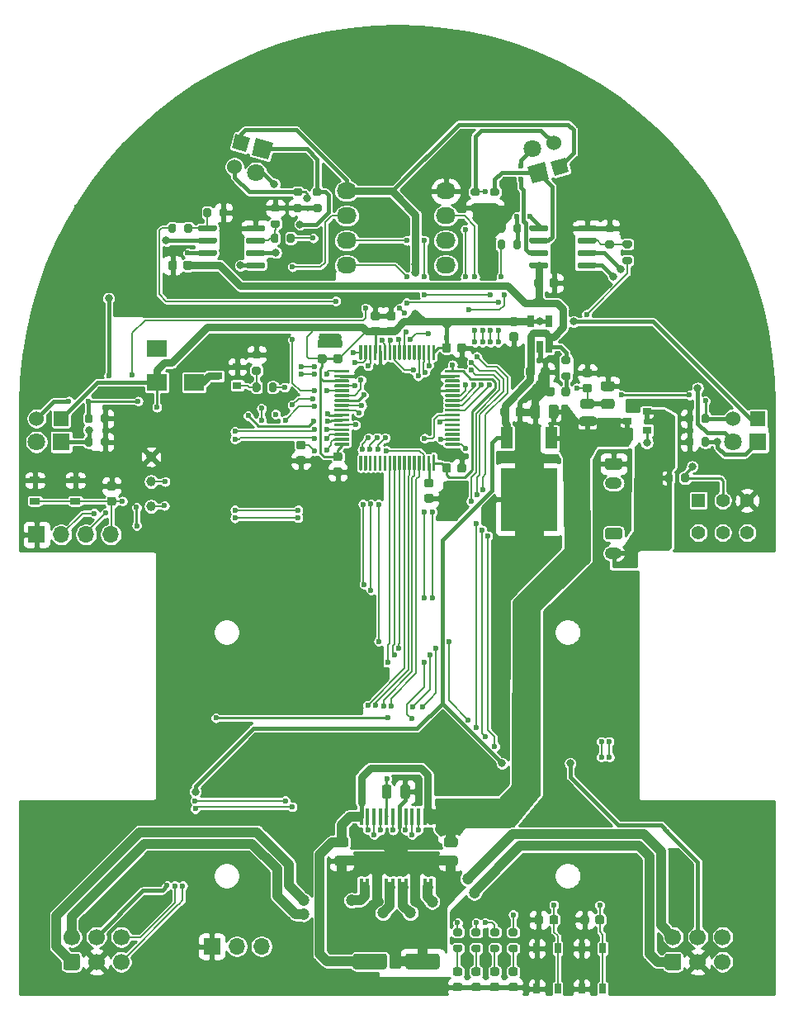
<source format=gbr>
%TF.GenerationSoftware,KiCad,Pcbnew,(5.1.8-0-10_14)*%
%TF.CreationDate,2021-01-24T15:40:33+09:00*%
%TF.ProjectId,Micromouse,4d696372-6f6d-46f7-9573-652e6b696361,rev?*%
%TF.SameCoordinates,Original*%
%TF.FileFunction,Copper,L1,Top*%
%TF.FilePolarity,Positive*%
%FSLAX46Y46*%
G04 Gerber Fmt 4.6, Leading zero omitted, Abs format (unit mm)*
G04 Created by KiCad (PCBNEW (5.1.8-0-10_14)) date 2021-01-24 15:40:33*
%MOMM*%
%LPD*%
G01*
G04 APERTURE LIST*
%TA.AperFunction,SMDPad,CuDef*%
%ADD10R,0.650000X1.220000*%
%TD*%
%TA.AperFunction,SMDPad,CuDef*%
%ADD11C,1.000000*%
%TD*%
%TA.AperFunction,ComponentPad*%
%ADD12O,1.750000X1.200000*%
%TD*%
%TA.AperFunction,ComponentPad*%
%ADD13O,2.032000X1.727200*%
%TD*%
%TA.AperFunction,ComponentPad*%
%ADD14C,0.100000*%
%TD*%
%TA.AperFunction,ComponentPad*%
%ADD15C,1.524000*%
%TD*%
%TA.AperFunction,ComponentPad*%
%ADD16C,1.800000*%
%TD*%
%TA.AperFunction,ComponentPad*%
%ADD17R,1.800000X1.800000*%
%TD*%
%TA.AperFunction,SMDPad,CuDef*%
%ADD18R,0.900000X0.800000*%
%TD*%
%TA.AperFunction,SMDPad,CuDef*%
%ADD19R,0.450000X1.750000*%
%TD*%
%TA.AperFunction,ComponentPad*%
%ADD20C,1.700000*%
%TD*%
%TA.AperFunction,SMDPad,CuDef*%
%ADD21R,0.650000X1.050000*%
%TD*%
%TA.AperFunction,ComponentPad*%
%ADD22R,1.524000X1.524000*%
%TD*%
%TA.AperFunction,SMDPad,CuDef*%
%ADD23R,1.200000X2.200000*%
%TD*%
%TA.AperFunction,SMDPad,CuDef*%
%ADD24R,5.800000X6.400000*%
%TD*%
%TA.AperFunction,SMDPad,CuDef*%
%ADD25R,1.050000X0.650000*%
%TD*%
%TA.AperFunction,ComponentPad*%
%ADD26R,1.400000X1.400000*%
%TD*%
%TA.AperFunction,ComponentPad*%
%ADD27C,1.400000*%
%TD*%
%TA.AperFunction,SMDPad,CuDef*%
%ADD28R,2.100000X1.700000*%
%TD*%
%TA.AperFunction,ComponentPad*%
%ADD29O,1.700000X1.700000*%
%TD*%
%TA.AperFunction,ComponentPad*%
%ADD30R,1.700000X1.700000*%
%TD*%
%TA.AperFunction,ViaPad*%
%ADD31C,0.600000*%
%TD*%
%TA.AperFunction,ViaPad*%
%ADD32C,0.800000*%
%TD*%
%TA.AperFunction,ViaPad*%
%ADD33C,1.200000*%
%TD*%
%TA.AperFunction,Conductor*%
%ADD34C,0.400000*%
%TD*%
%TA.AperFunction,Conductor*%
%ADD35C,0.200000*%
%TD*%
%TA.AperFunction,Conductor*%
%ADD36C,1.000000*%
%TD*%
%TA.AperFunction,Conductor*%
%ADD37C,3.000000*%
%TD*%
%TA.AperFunction,Conductor*%
%ADD38C,0.500000*%
%TD*%
%TA.AperFunction,Conductor*%
%ADD39C,0.800000*%
%TD*%
%TA.AperFunction,Conductor*%
%ADD40C,1.500000*%
%TD*%
%TA.AperFunction,Conductor*%
%ADD41C,0.250000*%
%TD*%
%TA.AperFunction,Conductor*%
%ADD42C,0.258000*%
%TD*%
%TA.AperFunction,Conductor*%
%ADD43C,0.100000*%
%TD*%
%TA.AperFunction,Conductor*%
%ADD44C,0.254000*%
%TD*%
G04 APERTURE END LIST*
D10*
%TO.P,U4,5*%
%TO.N,+3V3*%
X158382000Y-73343200D03*
%TO.P,U4,4*%
X160282000Y-73343200D03*
%TO.P,U4,3*%
%TO.N,+5V*%
X160282000Y-75963200D03*
%TO.P,U4,2*%
%TO.N,GND*%
X159332000Y-75963200D03*
%TO.P,U4,1*%
%TO.N,+5V*%
X158382000Y-75963200D03*
%TD*%
D11*
%TO.P,TP1,1*%
%TO.N,GND*%
X119454000Y-87226200D03*
%TD*%
%TO.P,CN2,1*%
%TO.N,GND*%
%TA.AperFunction,ComponentPad*%
G36*
G01*
X166274999Y-87350000D02*
X167525001Y-87350000D01*
G75*
G02*
X167775000Y-87599999I0J-249999D01*
G01*
X167775000Y-88300001D01*
G75*
G02*
X167525001Y-88550000I-249999J0D01*
G01*
X166274999Y-88550000D01*
G75*
G02*
X166025000Y-88300001I0J249999D01*
G01*
X166025000Y-87599999D01*
G75*
G02*
X166274999Y-87350000I249999J0D01*
G01*
G37*
%TD.AperFunction*%
D12*
%TO.P,CN2,2*%
%TO.N,Net-(CN1-Pad1)*%
X166900000Y-89950000D03*
%TD*%
%TO.P,U3,64*%
%TO.N,+3V3*%
%TA.AperFunction,SMDPad,CuDef*%
G36*
G01*
X149675000Y-78300000D02*
X151075000Y-78300000D01*
G75*
G02*
X151150000Y-78375000I0J-75000D01*
G01*
X151150000Y-78525000D01*
G75*
G02*
X151075000Y-78600000I-75000J0D01*
G01*
X149675000Y-78600000D01*
G75*
G02*
X149600000Y-78525000I0J75000D01*
G01*
X149600000Y-78375000D01*
G75*
G02*
X149675000Y-78300000I75000J0D01*
G01*
G37*
%TD.AperFunction*%
%TO.P,U3,63*%
%TO.N,GND*%
%TA.AperFunction,SMDPad,CuDef*%
G36*
G01*
X149675000Y-78800000D02*
X151075000Y-78800000D01*
G75*
G02*
X151150000Y-78875000I0J-75000D01*
G01*
X151150000Y-79025000D01*
G75*
G02*
X151075000Y-79100000I-75000J0D01*
G01*
X149675000Y-79100000D01*
G75*
G02*
X149600000Y-79025000I0J75000D01*
G01*
X149600000Y-78875000D01*
G75*
G02*
X149675000Y-78800000I75000J0D01*
G01*
G37*
%TD.AperFunction*%
%TO.P,U3,62*%
%TO.N,Net-(U3-Pad62)*%
%TA.AperFunction,SMDPad,CuDef*%
G36*
G01*
X149675000Y-79300000D02*
X151075000Y-79300000D01*
G75*
G02*
X151150000Y-79375000I0J-75000D01*
G01*
X151150000Y-79525000D01*
G75*
G02*
X151075000Y-79600000I-75000J0D01*
G01*
X149675000Y-79600000D01*
G75*
G02*
X149600000Y-79525000I0J75000D01*
G01*
X149600000Y-79375000D01*
G75*
G02*
X149675000Y-79300000I75000J0D01*
G01*
G37*
%TD.AperFunction*%
%TO.P,U3,61*%
%TO.N,Net-(U3-Pad61)*%
%TA.AperFunction,SMDPad,CuDef*%
G36*
G01*
X149675000Y-79800000D02*
X151075000Y-79800000D01*
G75*
G02*
X151150000Y-79875000I0J-75000D01*
G01*
X151150000Y-80025000D01*
G75*
G02*
X151075000Y-80100000I-75000J0D01*
G01*
X149675000Y-80100000D01*
G75*
G02*
X149600000Y-80025000I0J75000D01*
G01*
X149600000Y-79875000D01*
G75*
G02*
X149675000Y-79800000I75000J0D01*
G01*
G37*
%TD.AperFunction*%
%TO.P,U3,60*%
%TO.N,GND*%
%TA.AperFunction,SMDPad,CuDef*%
G36*
G01*
X149675000Y-80300000D02*
X151075000Y-80300000D01*
G75*
G02*
X151150000Y-80375000I0J-75000D01*
G01*
X151150000Y-80525000D01*
G75*
G02*
X151075000Y-80600000I-75000J0D01*
G01*
X149675000Y-80600000D01*
G75*
G02*
X149600000Y-80525000I0J75000D01*
G01*
X149600000Y-80375000D01*
G75*
G02*
X149675000Y-80300000I75000J0D01*
G01*
G37*
%TD.AperFunction*%
%TO.P,U3,59*%
%TO.N,/IMU_INT*%
%TA.AperFunction,SMDPad,CuDef*%
G36*
G01*
X149675000Y-80800000D02*
X151075000Y-80800000D01*
G75*
G02*
X151150000Y-80875000I0J-75000D01*
G01*
X151150000Y-81025000D01*
G75*
G02*
X151075000Y-81100000I-75000J0D01*
G01*
X149675000Y-81100000D01*
G75*
G02*
X149600000Y-81025000I0J75000D01*
G01*
X149600000Y-80875000D01*
G75*
G02*
X149675000Y-80800000I75000J0D01*
G01*
G37*
%TD.AperFunction*%
%TO.P,U3,58*%
%TO.N,/IMU_CS*%
%TA.AperFunction,SMDPad,CuDef*%
G36*
G01*
X149675000Y-81300000D02*
X151075000Y-81300000D01*
G75*
G02*
X151150000Y-81375000I0J-75000D01*
G01*
X151150000Y-81525000D01*
G75*
G02*
X151075000Y-81600000I-75000J0D01*
G01*
X149675000Y-81600000D01*
G75*
G02*
X149600000Y-81525000I0J75000D01*
G01*
X149600000Y-81375000D01*
G75*
G02*
X149675000Y-81300000I75000J0D01*
G01*
G37*
%TD.AperFunction*%
%TO.P,U3,57*%
%TO.N,/IMU_MOSI*%
%TA.AperFunction,SMDPad,CuDef*%
G36*
G01*
X149675000Y-81800000D02*
X151075000Y-81800000D01*
G75*
G02*
X151150000Y-81875000I0J-75000D01*
G01*
X151150000Y-82025000D01*
G75*
G02*
X151075000Y-82100000I-75000J0D01*
G01*
X149675000Y-82100000D01*
G75*
G02*
X149600000Y-82025000I0J75000D01*
G01*
X149600000Y-81875000D01*
G75*
G02*
X149675000Y-81800000I75000J0D01*
G01*
G37*
%TD.AperFunction*%
%TO.P,U3,56*%
%TO.N,/IMU_MISO*%
%TA.AperFunction,SMDPad,CuDef*%
G36*
G01*
X149675000Y-82300000D02*
X151075000Y-82300000D01*
G75*
G02*
X151150000Y-82375000I0J-75000D01*
G01*
X151150000Y-82525000D01*
G75*
G02*
X151075000Y-82600000I-75000J0D01*
G01*
X149675000Y-82600000D01*
G75*
G02*
X149600000Y-82525000I0J75000D01*
G01*
X149600000Y-82375000D01*
G75*
G02*
X149675000Y-82300000I75000J0D01*
G01*
G37*
%TD.AperFunction*%
%TO.P,U3,55*%
%TO.N,/ENC_R_B*%
%TA.AperFunction,SMDPad,CuDef*%
G36*
G01*
X149675000Y-82800000D02*
X151075000Y-82800000D01*
G75*
G02*
X151150000Y-82875000I0J-75000D01*
G01*
X151150000Y-83025000D01*
G75*
G02*
X151075000Y-83100000I-75000J0D01*
G01*
X149675000Y-83100000D01*
G75*
G02*
X149600000Y-83025000I0J75000D01*
G01*
X149600000Y-82875000D01*
G75*
G02*
X149675000Y-82800000I75000J0D01*
G01*
G37*
%TD.AperFunction*%
%TO.P,U3,54*%
%TO.N,/BUZZER*%
%TA.AperFunction,SMDPad,CuDef*%
G36*
G01*
X149675000Y-83300000D02*
X151075000Y-83300000D01*
G75*
G02*
X151150000Y-83375000I0J-75000D01*
G01*
X151150000Y-83525000D01*
G75*
G02*
X151075000Y-83600000I-75000J0D01*
G01*
X149675000Y-83600000D01*
G75*
G02*
X149600000Y-83525000I0J75000D01*
G01*
X149600000Y-83375000D01*
G75*
G02*
X149675000Y-83300000I75000J0D01*
G01*
G37*
%TD.AperFunction*%
%TO.P,U3,53*%
%TO.N,Net-(U3-Pad53)*%
%TA.AperFunction,SMDPad,CuDef*%
G36*
G01*
X149675000Y-83800000D02*
X151075000Y-83800000D01*
G75*
G02*
X151150000Y-83875000I0J-75000D01*
G01*
X151150000Y-84025000D01*
G75*
G02*
X151075000Y-84100000I-75000J0D01*
G01*
X149675000Y-84100000D01*
G75*
G02*
X149600000Y-84025000I0J75000D01*
G01*
X149600000Y-83875000D01*
G75*
G02*
X149675000Y-83800000I75000J0D01*
G01*
G37*
%TD.AperFunction*%
%TO.P,U3,52*%
%TO.N,Net-(U3-Pad52)*%
%TA.AperFunction,SMDPad,CuDef*%
G36*
G01*
X149675000Y-84300000D02*
X151075000Y-84300000D01*
G75*
G02*
X151150000Y-84375000I0J-75000D01*
G01*
X151150000Y-84525000D01*
G75*
G02*
X151075000Y-84600000I-75000J0D01*
G01*
X149675000Y-84600000D01*
G75*
G02*
X149600000Y-84525000I0J75000D01*
G01*
X149600000Y-84375000D01*
G75*
G02*
X149675000Y-84300000I75000J0D01*
G01*
G37*
%TD.AperFunction*%
%TO.P,U3,51*%
%TO.N,Net-(U3-Pad51)*%
%TA.AperFunction,SMDPad,CuDef*%
G36*
G01*
X149675000Y-84800000D02*
X151075000Y-84800000D01*
G75*
G02*
X151150000Y-84875000I0J-75000D01*
G01*
X151150000Y-85025000D01*
G75*
G02*
X151075000Y-85100000I-75000J0D01*
G01*
X149675000Y-85100000D01*
G75*
G02*
X149600000Y-85025000I0J75000D01*
G01*
X149600000Y-84875000D01*
G75*
G02*
X149675000Y-84800000I75000J0D01*
G01*
G37*
%TD.AperFunction*%
%TO.P,U3,50*%
%TO.N,/ENC_R_A*%
%TA.AperFunction,SMDPad,CuDef*%
G36*
G01*
X149675000Y-85300000D02*
X151075000Y-85300000D01*
G75*
G02*
X151150000Y-85375000I0J-75000D01*
G01*
X151150000Y-85525000D01*
G75*
G02*
X151075000Y-85600000I-75000J0D01*
G01*
X149675000Y-85600000D01*
G75*
G02*
X149600000Y-85525000I0J75000D01*
G01*
X149600000Y-85375000D01*
G75*
G02*
X149675000Y-85300000I75000J0D01*
G01*
G37*
%TD.AperFunction*%
%TO.P,U3,49*%
%TO.N,/SWCLK*%
%TA.AperFunction,SMDPad,CuDef*%
G36*
G01*
X149675000Y-85800000D02*
X151075000Y-85800000D01*
G75*
G02*
X151150000Y-85875000I0J-75000D01*
G01*
X151150000Y-86025000D01*
G75*
G02*
X151075000Y-86100000I-75000J0D01*
G01*
X149675000Y-86100000D01*
G75*
G02*
X149600000Y-86025000I0J75000D01*
G01*
X149600000Y-85875000D01*
G75*
G02*
X149675000Y-85800000I75000J0D01*
G01*
G37*
%TD.AperFunction*%
%TO.P,U3,48*%
%TO.N,+3V3*%
%TA.AperFunction,SMDPad,CuDef*%
G36*
G01*
X148375000Y-87100000D02*
X148525000Y-87100000D01*
G75*
G02*
X148600000Y-87175000I0J-75000D01*
G01*
X148600000Y-88575000D01*
G75*
G02*
X148525000Y-88650000I-75000J0D01*
G01*
X148375000Y-88650000D01*
G75*
G02*
X148300000Y-88575000I0J75000D01*
G01*
X148300000Y-87175000D01*
G75*
G02*
X148375000Y-87100000I75000J0D01*
G01*
G37*
%TD.AperFunction*%
%TO.P,U3,47*%
%TO.N,Net-(C23-Pad1)*%
%TA.AperFunction,SMDPad,CuDef*%
G36*
G01*
X147875000Y-87100000D02*
X148025000Y-87100000D01*
G75*
G02*
X148100000Y-87175000I0J-75000D01*
G01*
X148100000Y-88575000D01*
G75*
G02*
X148025000Y-88650000I-75000J0D01*
G01*
X147875000Y-88650000D01*
G75*
G02*
X147800000Y-88575000I0J75000D01*
G01*
X147800000Y-87175000D01*
G75*
G02*
X147875000Y-87100000I75000J0D01*
G01*
G37*
%TD.AperFunction*%
%TO.P,U3,46*%
%TO.N,/SWDIO*%
%TA.AperFunction,SMDPad,CuDef*%
G36*
G01*
X147375000Y-87100000D02*
X147525000Y-87100000D01*
G75*
G02*
X147600000Y-87175000I0J-75000D01*
G01*
X147600000Y-88575000D01*
G75*
G02*
X147525000Y-88650000I-75000J0D01*
G01*
X147375000Y-88650000D01*
G75*
G02*
X147300000Y-88575000I0J75000D01*
G01*
X147300000Y-87175000D01*
G75*
G02*
X147375000Y-87100000I75000J0D01*
G01*
G37*
%TD.AperFunction*%
%TO.P,U3,45*%
%TO.N,/MOTOR_STBY*%
%TA.AperFunction,SMDPad,CuDef*%
G36*
G01*
X146875000Y-87100000D02*
X147025000Y-87100000D01*
G75*
G02*
X147100000Y-87175000I0J-75000D01*
G01*
X147100000Y-88575000D01*
G75*
G02*
X147025000Y-88650000I-75000J0D01*
G01*
X146875000Y-88650000D01*
G75*
G02*
X146800000Y-88575000I0J75000D01*
G01*
X146800000Y-87175000D01*
G75*
G02*
X146875000Y-87100000I75000J0D01*
G01*
G37*
%TD.AperFunction*%
%TO.P,U3,44*%
%TO.N,/MOTOR_L_DIR0*%
%TA.AperFunction,SMDPad,CuDef*%
G36*
G01*
X146375000Y-87100000D02*
X146525000Y-87100000D01*
G75*
G02*
X146600000Y-87175000I0J-75000D01*
G01*
X146600000Y-88575000D01*
G75*
G02*
X146525000Y-88650000I-75000J0D01*
G01*
X146375000Y-88650000D01*
G75*
G02*
X146300000Y-88575000I0J75000D01*
G01*
X146300000Y-87175000D01*
G75*
G02*
X146375000Y-87100000I75000J0D01*
G01*
G37*
%TD.AperFunction*%
%TO.P,U3,43*%
%TO.N,/MOTOR_L_DIR1*%
%TA.AperFunction,SMDPad,CuDef*%
G36*
G01*
X145875000Y-87100000D02*
X146025000Y-87100000D01*
G75*
G02*
X146100000Y-87175000I0J-75000D01*
G01*
X146100000Y-88575000D01*
G75*
G02*
X146025000Y-88650000I-75000J0D01*
G01*
X145875000Y-88650000D01*
G75*
G02*
X145800000Y-88575000I0J75000D01*
G01*
X145800000Y-87175000D01*
G75*
G02*
X145875000Y-87100000I75000J0D01*
G01*
G37*
%TD.AperFunction*%
%TO.P,U3,42*%
%TO.N,/MOTOR_L_PWM*%
%TA.AperFunction,SMDPad,CuDef*%
G36*
G01*
X145375000Y-87100000D02*
X145525000Y-87100000D01*
G75*
G02*
X145600000Y-87175000I0J-75000D01*
G01*
X145600000Y-88575000D01*
G75*
G02*
X145525000Y-88650000I-75000J0D01*
G01*
X145375000Y-88650000D01*
G75*
G02*
X145300000Y-88575000I0J75000D01*
G01*
X145300000Y-87175000D01*
G75*
G02*
X145375000Y-87100000I75000J0D01*
G01*
G37*
%TD.AperFunction*%
%TO.P,U3,41*%
%TO.N,/MOTOR_R_PWM*%
%TA.AperFunction,SMDPad,CuDef*%
G36*
G01*
X144875000Y-87100000D02*
X145025000Y-87100000D01*
G75*
G02*
X145100000Y-87175000I0J-75000D01*
G01*
X145100000Y-88575000D01*
G75*
G02*
X145025000Y-88650000I-75000J0D01*
G01*
X144875000Y-88650000D01*
G75*
G02*
X144800000Y-88575000I0J75000D01*
G01*
X144800000Y-87175000D01*
G75*
G02*
X144875000Y-87100000I75000J0D01*
G01*
G37*
%TD.AperFunction*%
%TO.P,U3,40*%
%TO.N,/MOTOR_R_DIR0*%
%TA.AperFunction,SMDPad,CuDef*%
G36*
G01*
X144375000Y-87100000D02*
X144525000Y-87100000D01*
G75*
G02*
X144600000Y-87175000I0J-75000D01*
G01*
X144600000Y-88575000D01*
G75*
G02*
X144525000Y-88650000I-75000J0D01*
G01*
X144375000Y-88650000D01*
G75*
G02*
X144300000Y-88575000I0J75000D01*
G01*
X144300000Y-87175000D01*
G75*
G02*
X144375000Y-87100000I75000J0D01*
G01*
G37*
%TD.AperFunction*%
%TO.P,U3,39*%
%TO.N,/MOTOR_R_DIR1*%
%TA.AperFunction,SMDPad,CuDef*%
G36*
G01*
X143875000Y-87100000D02*
X144025000Y-87100000D01*
G75*
G02*
X144100000Y-87175000I0J-75000D01*
G01*
X144100000Y-88575000D01*
G75*
G02*
X144025000Y-88650000I-75000J0D01*
G01*
X143875000Y-88650000D01*
G75*
G02*
X143800000Y-88575000I0J75000D01*
G01*
X143800000Y-87175000D01*
G75*
G02*
X143875000Y-87100000I75000J0D01*
G01*
G37*
%TD.AperFunction*%
%TO.P,U3,38*%
%TO.N,Net-(U3-Pad38)*%
%TA.AperFunction,SMDPad,CuDef*%
G36*
G01*
X143375000Y-87100000D02*
X143525000Y-87100000D01*
G75*
G02*
X143600000Y-87175000I0J-75000D01*
G01*
X143600000Y-88575000D01*
G75*
G02*
X143525000Y-88650000I-75000J0D01*
G01*
X143375000Y-88650000D01*
G75*
G02*
X143300000Y-88575000I0J75000D01*
G01*
X143300000Y-87175000D01*
G75*
G02*
X143375000Y-87100000I75000J0D01*
G01*
G37*
%TD.AperFunction*%
%TO.P,U3,37*%
%TO.N,Net-(U3-Pad37)*%
%TA.AperFunction,SMDPad,CuDef*%
G36*
G01*
X142875000Y-87100000D02*
X143025000Y-87100000D01*
G75*
G02*
X143100000Y-87175000I0J-75000D01*
G01*
X143100000Y-88575000D01*
G75*
G02*
X143025000Y-88650000I-75000J0D01*
G01*
X142875000Y-88650000D01*
G75*
G02*
X142800000Y-88575000I0J75000D01*
G01*
X142800000Y-87175000D01*
G75*
G02*
X142875000Y-87100000I75000J0D01*
G01*
G37*
%TD.AperFunction*%
%TO.P,U3,36*%
%TO.N,Net-(U3-Pad36)*%
%TA.AperFunction,SMDPad,CuDef*%
G36*
G01*
X142375000Y-87100000D02*
X142525000Y-87100000D01*
G75*
G02*
X142600000Y-87175000I0J-75000D01*
G01*
X142600000Y-88575000D01*
G75*
G02*
X142525000Y-88650000I-75000J0D01*
G01*
X142375000Y-88650000D01*
G75*
G02*
X142300000Y-88575000I0J75000D01*
G01*
X142300000Y-87175000D01*
G75*
G02*
X142375000Y-87100000I75000J0D01*
G01*
G37*
%TD.AperFunction*%
%TO.P,U3,35*%
%TO.N,Net-(U3-Pad35)*%
%TA.AperFunction,SMDPad,CuDef*%
G36*
G01*
X141875000Y-87100000D02*
X142025000Y-87100000D01*
G75*
G02*
X142100000Y-87175000I0J-75000D01*
G01*
X142100000Y-88575000D01*
G75*
G02*
X142025000Y-88650000I-75000J0D01*
G01*
X141875000Y-88650000D01*
G75*
G02*
X141800000Y-88575000I0J75000D01*
G01*
X141800000Y-87175000D01*
G75*
G02*
X141875000Y-87100000I75000J0D01*
G01*
G37*
%TD.AperFunction*%
%TO.P,U3,34*%
%TO.N,Net-(U3-Pad34)*%
%TA.AperFunction,SMDPad,CuDef*%
G36*
G01*
X141375000Y-87100000D02*
X141525000Y-87100000D01*
G75*
G02*
X141600000Y-87175000I0J-75000D01*
G01*
X141600000Y-88575000D01*
G75*
G02*
X141525000Y-88650000I-75000J0D01*
G01*
X141375000Y-88650000D01*
G75*
G02*
X141300000Y-88575000I0J75000D01*
G01*
X141300000Y-87175000D01*
G75*
G02*
X141375000Y-87100000I75000J0D01*
G01*
G37*
%TD.AperFunction*%
%TO.P,U3,33*%
%TO.N,Net-(U3-Pad33)*%
%TA.AperFunction,SMDPad,CuDef*%
G36*
G01*
X140875000Y-87100000D02*
X141025000Y-87100000D01*
G75*
G02*
X141100000Y-87175000I0J-75000D01*
G01*
X141100000Y-88575000D01*
G75*
G02*
X141025000Y-88650000I-75000J0D01*
G01*
X140875000Y-88650000D01*
G75*
G02*
X140800000Y-88575000I0J75000D01*
G01*
X140800000Y-87175000D01*
G75*
G02*
X140875000Y-87100000I75000J0D01*
G01*
G37*
%TD.AperFunction*%
%TO.P,U3,32*%
%TO.N,+3V3*%
%TA.AperFunction,SMDPad,CuDef*%
G36*
G01*
X138325000Y-85800000D02*
X139725000Y-85800000D01*
G75*
G02*
X139800000Y-85875000I0J-75000D01*
G01*
X139800000Y-86025000D01*
G75*
G02*
X139725000Y-86100000I-75000J0D01*
G01*
X138325000Y-86100000D01*
G75*
G02*
X138250000Y-86025000I0J75000D01*
G01*
X138250000Y-85875000D01*
G75*
G02*
X138325000Y-85800000I75000J0D01*
G01*
G37*
%TD.AperFunction*%
%TO.P,U3,31*%
%TO.N,Net-(C6-Pad1)*%
%TA.AperFunction,SMDPad,CuDef*%
G36*
G01*
X138325000Y-85300000D02*
X139725000Y-85300000D01*
G75*
G02*
X139800000Y-85375000I0J-75000D01*
G01*
X139800000Y-85525000D01*
G75*
G02*
X139725000Y-85600000I-75000J0D01*
G01*
X138325000Y-85600000D01*
G75*
G02*
X138250000Y-85525000I0J75000D01*
G01*
X138250000Y-85375000D01*
G75*
G02*
X138325000Y-85300000I75000J0D01*
G01*
G37*
%TD.AperFunction*%
%TO.P,U3,30*%
%TO.N,/TEST_I2C_SDA*%
%TA.AperFunction,SMDPad,CuDef*%
G36*
G01*
X138325000Y-84800000D02*
X139725000Y-84800000D01*
G75*
G02*
X139800000Y-84875000I0J-75000D01*
G01*
X139800000Y-85025000D01*
G75*
G02*
X139725000Y-85100000I-75000J0D01*
G01*
X138325000Y-85100000D01*
G75*
G02*
X138250000Y-85025000I0J75000D01*
G01*
X138250000Y-84875000D01*
G75*
G02*
X138325000Y-84800000I75000J0D01*
G01*
G37*
%TD.AperFunction*%
%TO.P,U3,29*%
%TO.N,/TEST_I2C_SCL*%
%TA.AperFunction,SMDPad,CuDef*%
G36*
G01*
X138325000Y-84300000D02*
X139725000Y-84300000D01*
G75*
G02*
X139800000Y-84375000I0J-75000D01*
G01*
X139800000Y-84525000D01*
G75*
G02*
X139725000Y-84600000I-75000J0D01*
G01*
X138325000Y-84600000D01*
G75*
G02*
X138250000Y-84525000I0J75000D01*
G01*
X138250000Y-84375000D01*
G75*
G02*
X138325000Y-84300000I75000J0D01*
G01*
G37*
%TD.AperFunction*%
%TO.P,U3,28*%
%TO.N,/SW1*%
%TA.AperFunction,SMDPad,CuDef*%
G36*
G01*
X138325000Y-83800000D02*
X139725000Y-83800000D01*
G75*
G02*
X139800000Y-83875000I0J-75000D01*
G01*
X139800000Y-84025000D01*
G75*
G02*
X139725000Y-84100000I-75000J0D01*
G01*
X138325000Y-84100000D01*
G75*
G02*
X138250000Y-84025000I0J75000D01*
G01*
X138250000Y-83875000D01*
G75*
G02*
X138325000Y-83800000I75000J0D01*
G01*
G37*
%TD.AperFunction*%
%TO.P,U3,27*%
%TO.N,/WALL_SEN3*%
%TA.AperFunction,SMDPad,CuDef*%
G36*
G01*
X138325000Y-83300000D02*
X139725000Y-83300000D01*
G75*
G02*
X139800000Y-83375000I0J-75000D01*
G01*
X139800000Y-83525000D01*
G75*
G02*
X139725000Y-83600000I-75000J0D01*
G01*
X138325000Y-83600000D01*
G75*
G02*
X138250000Y-83525000I0J75000D01*
G01*
X138250000Y-83375000D01*
G75*
G02*
X138325000Y-83300000I75000J0D01*
G01*
G37*
%TD.AperFunction*%
%TO.P,U3,26*%
%TO.N,/WALL_SEN2*%
%TA.AperFunction,SMDPad,CuDef*%
G36*
G01*
X138325000Y-82800000D02*
X139725000Y-82800000D01*
G75*
G02*
X139800000Y-82875000I0J-75000D01*
G01*
X139800000Y-83025000D01*
G75*
G02*
X139725000Y-83100000I-75000J0D01*
G01*
X138325000Y-83100000D01*
G75*
G02*
X138250000Y-83025000I0J75000D01*
G01*
X138250000Y-82875000D01*
G75*
G02*
X138325000Y-82800000I75000J0D01*
G01*
G37*
%TD.AperFunction*%
%TO.P,U3,25*%
%TO.N,/SW0*%
%TA.AperFunction,SMDPad,CuDef*%
G36*
G01*
X138325000Y-82300000D02*
X139725000Y-82300000D01*
G75*
G02*
X139800000Y-82375000I0J-75000D01*
G01*
X139800000Y-82525000D01*
G75*
G02*
X139725000Y-82600000I-75000J0D01*
G01*
X138325000Y-82600000D01*
G75*
G02*
X138250000Y-82525000I0J75000D01*
G01*
X138250000Y-82375000D01*
G75*
G02*
X138325000Y-82300000I75000J0D01*
G01*
G37*
%TD.AperFunction*%
%TO.P,U3,24*%
%TO.N,/TICK_LED*%
%TA.AperFunction,SMDPad,CuDef*%
G36*
G01*
X138325000Y-81800000D02*
X139725000Y-81800000D01*
G75*
G02*
X139800000Y-81875000I0J-75000D01*
G01*
X139800000Y-82025000D01*
G75*
G02*
X139725000Y-82100000I-75000J0D01*
G01*
X138325000Y-82100000D01*
G75*
G02*
X138250000Y-82025000I0J75000D01*
G01*
X138250000Y-81875000D01*
G75*
G02*
X138325000Y-81800000I75000J0D01*
G01*
G37*
%TD.AperFunction*%
%TO.P,U3,23*%
%TO.N,/WALL_SEN0*%
%TA.AperFunction,SMDPad,CuDef*%
G36*
G01*
X138325000Y-81300000D02*
X139725000Y-81300000D01*
G75*
G02*
X139800000Y-81375000I0J-75000D01*
G01*
X139800000Y-81525000D01*
G75*
G02*
X139725000Y-81600000I-75000J0D01*
G01*
X138325000Y-81600000D01*
G75*
G02*
X138250000Y-81525000I0J75000D01*
G01*
X138250000Y-81375000D01*
G75*
G02*
X138325000Y-81300000I75000J0D01*
G01*
G37*
%TD.AperFunction*%
%TO.P,U3,22*%
%TO.N,/WALL_SEN1*%
%TA.AperFunction,SMDPad,CuDef*%
G36*
G01*
X138325000Y-80800000D02*
X139725000Y-80800000D01*
G75*
G02*
X139800000Y-80875000I0J-75000D01*
G01*
X139800000Y-81025000D01*
G75*
G02*
X139725000Y-81100000I-75000J0D01*
G01*
X138325000Y-81100000D01*
G75*
G02*
X138250000Y-81025000I0J75000D01*
G01*
X138250000Y-80875000D01*
G75*
G02*
X138325000Y-80800000I75000J0D01*
G01*
G37*
%TD.AperFunction*%
%TO.P,U3,21*%
%TO.N,/IMU_SCK*%
%TA.AperFunction,SMDPad,CuDef*%
G36*
G01*
X138325000Y-80300000D02*
X139725000Y-80300000D01*
G75*
G02*
X139800000Y-80375000I0J-75000D01*
G01*
X139800000Y-80525000D01*
G75*
G02*
X139725000Y-80600000I-75000J0D01*
G01*
X138325000Y-80600000D01*
G75*
G02*
X138250000Y-80525000I0J75000D01*
G01*
X138250000Y-80375000D01*
G75*
G02*
X138325000Y-80300000I75000J0D01*
G01*
G37*
%TD.AperFunction*%
%TO.P,U3,20*%
%TO.N,/BAT_MONI*%
%TA.AperFunction,SMDPad,CuDef*%
G36*
G01*
X138325000Y-79800000D02*
X139725000Y-79800000D01*
G75*
G02*
X139800000Y-79875000I0J-75000D01*
G01*
X139800000Y-80025000D01*
G75*
G02*
X139725000Y-80100000I-75000J0D01*
G01*
X138325000Y-80100000D01*
G75*
G02*
X138250000Y-80025000I0J75000D01*
G01*
X138250000Y-79875000D01*
G75*
G02*
X138325000Y-79800000I75000J0D01*
G01*
G37*
%TD.AperFunction*%
%TO.P,U3,19*%
%TO.N,+3V3*%
%TA.AperFunction,SMDPad,CuDef*%
G36*
G01*
X138325000Y-79300000D02*
X139725000Y-79300000D01*
G75*
G02*
X139800000Y-79375000I0J-75000D01*
G01*
X139800000Y-79525000D01*
G75*
G02*
X139725000Y-79600000I-75000J0D01*
G01*
X138325000Y-79600000D01*
G75*
G02*
X138250000Y-79525000I0J75000D01*
G01*
X138250000Y-79375000D01*
G75*
G02*
X138325000Y-79300000I75000J0D01*
G01*
G37*
%TD.AperFunction*%
%TO.P,U3,18*%
%TO.N,GND*%
%TA.AperFunction,SMDPad,CuDef*%
G36*
G01*
X138325000Y-78800000D02*
X139725000Y-78800000D01*
G75*
G02*
X139800000Y-78875000I0J-75000D01*
G01*
X139800000Y-79025000D01*
G75*
G02*
X139725000Y-79100000I-75000J0D01*
G01*
X138325000Y-79100000D01*
G75*
G02*
X138250000Y-79025000I0J75000D01*
G01*
X138250000Y-78875000D01*
G75*
G02*
X138325000Y-78800000I75000J0D01*
G01*
G37*
%TD.AperFunction*%
%TO.P,U3,17*%
%TO.N,/DBG_RX*%
%TA.AperFunction,SMDPad,CuDef*%
G36*
G01*
X138325000Y-78300000D02*
X139725000Y-78300000D01*
G75*
G02*
X139800000Y-78375000I0J-75000D01*
G01*
X139800000Y-78525000D01*
G75*
G02*
X139725000Y-78600000I-75000J0D01*
G01*
X138325000Y-78600000D01*
G75*
G02*
X138250000Y-78525000I0J75000D01*
G01*
X138250000Y-78375000D01*
G75*
G02*
X138325000Y-78300000I75000J0D01*
G01*
G37*
%TD.AperFunction*%
%TO.P,U3,16*%
%TO.N,/DBG_TX*%
%TA.AperFunction,SMDPad,CuDef*%
G36*
G01*
X140875000Y-75750000D02*
X141025000Y-75750000D01*
G75*
G02*
X141100000Y-75825000I0J-75000D01*
G01*
X141100000Y-77225000D01*
G75*
G02*
X141025000Y-77300000I-75000J0D01*
G01*
X140875000Y-77300000D01*
G75*
G02*
X140800000Y-77225000I0J75000D01*
G01*
X140800000Y-75825000D01*
G75*
G02*
X140875000Y-75750000I75000J0D01*
G01*
G37*
%TD.AperFunction*%
%TO.P,U3,15*%
%TO.N,/ENC_L_B*%
%TA.AperFunction,SMDPad,CuDef*%
G36*
G01*
X141375000Y-75750000D02*
X141525000Y-75750000D01*
G75*
G02*
X141600000Y-75825000I0J-75000D01*
G01*
X141600000Y-77225000D01*
G75*
G02*
X141525000Y-77300000I-75000J0D01*
G01*
X141375000Y-77300000D01*
G75*
G02*
X141300000Y-77225000I0J75000D01*
G01*
X141300000Y-75825000D01*
G75*
G02*
X141375000Y-75750000I75000J0D01*
G01*
G37*
%TD.AperFunction*%
%TO.P,U3,14*%
%TO.N,/ENC_L_A*%
%TA.AperFunction,SMDPad,CuDef*%
G36*
G01*
X141875000Y-75750000D02*
X142025000Y-75750000D01*
G75*
G02*
X142100000Y-75825000I0J-75000D01*
G01*
X142100000Y-77225000D01*
G75*
G02*
X142025000Y-77300000I-75000J0D01*
G01*
X141875000Y-77300000D01*
G75*
G02*
X141800000Y-77225000I0J75000D01*
G01*
X141800000Y-75825000D01*
G75*
G02*
X141875000Y-75750000I75000J0D01*
G01*
G37*
%TD.AperFunction*%
%TO.P,U3,13*%
%TO.N,+3V3*%
%TA.AperFunction,SMDPad,CuDef*%
G36*
G01*
X142375000Y-75750000D02*
X142525000Y-75750000D01*
G75*
G02*
X142600000Y-75825000I0J-75000D01*
G01*
X142600000Y-77225000D01*
G75*
G02*
X142525000Y-77300000I-75000J0D01*
G01*
X142375000Y-77300000D01*
G75*
G02*
X142300000Y-77225000I0J75000D01*
G01*
X142300000Y-75825000D01*
G75*
G02*
X142375000Y-75750000I75000J0D01*
G01*
G37*
%TD.AperFunction*%
%TO.P,U3,12*%
%TO.N,GND*%
%TA.AperFunction,SMDPad,CuDef*%
G36*
G01*
X142875000Y-75750000D02*
X143025000Y-75750000D01*
G75*
G02*
X143100000Y-75825000I0J-75000D01*
G01*
X143100000Y-77225000D01*
G75*
G02*
X143025000Y-77300000I-75000J0D01*
G01*
X142875000Y-77300000D01*
G75*
G02*
X142800000Y-77225000I0J75000D01*
G01*
X142800000Y-75825000D01*
G75*
G02*
X142875000Y-75750000I75000J0D01*
G01*
G37*
%TD.AperFunction*%
%TO.P,U3,11*%
%TO.N,/WALL_LED3*%
%TA.AperFunction,SMDPad,CuDef*%
G36*
G01*
X143375000Y-75750000D02*
X143525000Y-75750000D01*
G75*
G02*
X143600000Y-75825000I0J-75000D01*
G01*
X143600000Y-77225000D01*
G75*
G02*
X143525000Y-77300000I-75000J0D01*
G01*
X143375000Y-77300000D01*
G75*
G02*
X143300000Y-77225000I0J75000D01*
G01*
X143300000Y-75825000D01*
G75*
G02*
X143375000Y-75750000I75000J0D01*
G01*
G37*
%TD.AperFunction*%
%TO.P,U3,10*%
%TO.N,/WALL_LED2*%
%TA.AperFunction,SMDPad,CuDef*%
G36*
G01*
X143875000Y-75750000D02*
X144025000Y-75750000D01*
G75*
G02*
X144100000Y-75825000I0J-75000D01*
G01*
X144100000Y-77225000D01*
G75*
G02*
X144025000Y-77300000I-75000J0D01*
G01*
X143875000Y-77300000D01*
G75*
G02*
X143800000Y-77225000I0J75000D01*
G01*
X143800000Y-75825000D01*
G75*
G02*
X143875000Y-75750000I75000J0D01*
G01*
G37*
%TD.AperFunction*%
%TO.P,U3,9*%
%TO.N,/WALL_LED1*%
%TA.AperFunction,SMDPad,CuDef*%
G36*
G01*
X144375000Y-75750000D02*
X144525000Y-75750000D01*
G75*
G02*
X144600000Y-75825000I0J-75000D01*
G01*
X144600000Y-77225000D01*
G75*
G02*
X144525000Y-77300000I-75000J0D01*
G01*
X144375000Y-77300000D01*
G75*
G02*
X144300000Y-77225000I0J75000D01*
G01*
X144300000Y-75825000D01*
G75*
G02*
X144375000Y-75750000I75000J0D01*
G01*
G37*
%TD.AperFunction*%
%TO.P,U3,8*%
%TO.N,/WALL_LED0*%
%TA.AperFunction,SMDPad,CuDef*%
G36*
G01*
X144875000Y-75750000D02*
X145025000Y-75750000D01*
G75*
G02*
X145100000Y-75825000I0J-75000D01*
G01*
X145100000Y-77225000D01*
G75*
G02*
X145025000Y-77300000I-75000J0D01*
G01*
X144875000Y-77300000D01*
G75*
G02*
X144800000Y-77225000I0J75000D01*
G01*
X144800000Y-75825000D01*
G75*
G02*
X144875000Y-75750000I75000J0D01*
G01*
G37*
%TD.AperFunction*%
%TO.P,U3,7*%
%TO.N,/NRST*%
%TA.AperFunction,SMDPad,CuDef*%
G36*
G01*
X145375000Y-75750000D02*
X145525000Y-75750000D01*
G75*
G02*
X145600000Y-75825000I0J-75000D01*
G01*
X145600000Y-77225000D01*
G75*
G02*
X145525000Y-77300000I-75000J0D01*
G01*
X145375000Y-77300000D01*
G75*
G02*
X145300000Y-77225000I0J75000D01*
G01*
X145300000Y-75825000D01*
G75*
G02*
X145375000Y-75750000I75000J0D01*
G01*
G37*
%TD.AperFunction*%
%TO.P,U3,6*%
%TO.N,Net-(U3-Pad6)*%
%TA.AperFunction,SMDPad,CuDef*%
G36*
G01*
X145875000Y-75750000D02*
X146025000Y-75750000D01*
G75*
G02*
X146100000Y-75825000I0J-75000D01*
G01*
X146100000Y-77225000D01*
G75*
G02*
X146025000Y-77300000I-75000J0D01*
G01*
X145875000Y-77300000D01*
G75*
G02*
X145800000Y-77225000I0J75000D01*
G01*
X145800000Y-75825000D01*
G75*
G02*
X145875000Y-75750000I75000J0D01*
G01*
G37*
%TD.AperFunction*%
%TO.P,U3,5*%
%TO.N,Net-(U3-Pad5)*%
%TA.AperFunction,SMDPad,CuDef*%
G36*
G01*
X146375000Y-75750000D02*
X146525000Y-75750000D01*
G75*
G02*
X146600000Y-75825000I0J-75000D01*
G01*
X146600000Y-77225000D01*
G75*
G02*
X146525000Y-77300000I-75000J0D01*
G01*
X146375000Y-77300000D01*
G75*
G02*
X146300000Y-77225000I0J75000D01*
G01*
X146300000Y-75825000D01*
G75*
G02*
X146375000Y-75750000I75000J0D01*
G01*
G37*
%TD.AperFunction*%
%TO.P,U3,4*%
%TO.N,/DBG_LED2*%
%TA.AperFunction,SMDPad,CuDef*%
G36*
G01*
X146875000Y-75750000D02*
X147025000Y-75750000D01*
G75*
G02*
X147100000Y-75825000I0J-75000D01*
G01*
X147100000Y-77225000D01*
G75*
G02*
X147025000Y-77300000I-75000J0D01*
G01*
X146875000Y-77300000D01*
G75*
G02*
X146800000Y-77225000I0J75000D01*
G01*
X146800000Y-75825000D01*
G75*
G02*
X146875000Y-75750000I75000J0D01*
G01*
G37*
%TD.AperFunction*%
%TO.P,U3,3*%
%TO.N,/DBG_LED1*%
%TA.AperFunction,SMDPad,CuDef*%
G36*
G01*
X147375000Y-75750000D02*
X147525000Y-75750000D01*
G75*
G02*
X147600000Y-75825000I0J-75000D01*
G01*
X147600000Y-77225000D01*
G75*
G02*
X147525000Y-77300000I-75000J0D01*
G01*
X147375000Y-77300000D01*
G75*
G02*
X147300000Y-77225000I0J75000D01*
G01*
X147300000Y-75825000D01*
G75*
G02*
X147375000Y-75750000I75000J0D01*
G01*
G37*
%TD.AperFunction*%
%TO.P,U3,2*%
%TO.N,/DBG_LED0*%
%TA.AperFunction,SMDPad,CuDef*%
G36*
G01*
X147875000Y-75750000D02*
X148025000Y-75750000D01*
G75*
G02*
X148100000Y-75825000I0J-75000D01*
G01*
X148100000Y-77225000D01*
G75*
G02*
X148025000Y-77300000I-75000J0D01*
G01*
X147875000Y-77300000D01*
G75*
G02*
X147800000Y-77225000I0J75000D01*
G01*
X147800000Y-75825000D01*
G75*
G02*
X147875000Y-75750000I75000J0D01*
G01*
G37*
%TD.AperFunction*%
%TO.P,U3,1*%
%TO.N,+3V3*%
%TA.AperFunction,SMDPad,CuDef*%
G36*
G01*
X148375000Y-75750000D02*
X148525000Y-75750000D01*
G75*
G02*
X148600000Y-75825000I0J-75000D01*
G01*
X148600000Y-77225000D01*
G75*
G02*
X148525000Y-77300000I-75000J0D01*
G01*
X148375000Y-77300000D01*
G75*
G02*
X148300000Y-77225000I0J75000D01*
G01*
X148300000Y-75825000D01*
G75*
G02*
X148375000Y-75750000I75000J0D01*
G01*
G37*
%TD.AperFunction*%
%TD*%
%TO.P,C10,2*%
%TO.N,GND*%
%TA.AperFunction,SMDPad,CuDef*%
G36*
G01*
X138850000Y-76075000D02*
X138350000Y-76075000D01*
G75*
G02*
X138125000Y-75850000I0J225000D01*
G01*
X138125000Y-75400000D01*
G75*
G02*
X138350000Y-75175000I225000J0D01*
G01*
X138850000Y-75175000D01*
G75*
G02*
X139075000Y-75400000I0J-225000D01*
G01*
X139075000Y-75850000D01*
G75*
G02*
X138850000Y-76075000I-225000J0D01*
G01*
G37*
%TD.AperFunction*%
%TO.P,C10,1*%
%TO.N,+3V3*%
%TA.AperFunction,SMDPad,CuDef*%
G36*
G01*
X138850000Y-77625000D02*
X138350000Y-77625000D01*
G75*
G02*
X138125000Y-77400000I0J225000D01*
G01*
X138125000Y-76950000D01*
G75*
G02*
X138350000Y-76725000I225000J0D01*
G01*
X138850000Y-76725000D01*
G75*
G02*
X139075000Y-76950000I0J-225000D01*
G01*
X139075000Y-77400000D01*
G75*
G02*
X138850000Y-77625000I-225000J0D01*
G01*
G37*
%TD.AperFunction*%
%TD*%
%TO.P,C14,2*%
%TO.N,+3V3*%
%TA.AperFunction,SMDPad,CuDef*%
G36*
G01*
X142216400Y-73886000D02*
X142716400Y-73886000D01*
G75*
G02*
X142941400Y-74111000I0J-225000D01*
G01*
X142941400Y-74561000D01*
G75*
G02*
X142716400Y-74786000I-225000J0D01*
G01*
X142216400Y-74786000D01*
G75*
G02*
X141991400Y-74561000I0J225000D01*
G01*
X141991400Y-74111000D01*
G75*
G02*
X142216400Y-73886000I225000J0D01*
G01*
G37*
%TD.AperFunction*%
%TO.P,C14,1*%
%TO.N,GND*%
%TA.AperFunction,SMDPad,CuDef*%
G36*
G01*
X142216400Y-72336000D02*
X142716400Y-72336000D01*
G75*
G02*
X142941400Y-72561000I0J-225000D01*
G01*
X142941400Y-73011000D01*
G75*
G02*
X142716400Y-73236000I-225000J0D01*
G01*
X142216400Y-73236000D01*
G75*
G02*
X141991400Y-73011000I0J225000D01*
G01*
X141991400Y-72561000D01*
G75*
G02*
X142216400Y-72336000I225000J0D01*
G01*
G37*
%TD.AperFunction*%
%TD*%
%TO.P,C12,2*%
%TO.N,GND*%
%TA.AperFunction,SMDPad,CuDef*%
G36*
G01*
X150878760Y-88636980D02*
X150878760Y-88136980D01*
G75*
G02*
X151103760Y-87911980I225000J0D01*
G01*
X151553760Y-87911980D01*
G75*
G02*
X151778760Y-88136980I0J-225000D01*
G01*
X151778760Y-88636980D01*
G75*
G02*
X151553760Y-88861980I-225000J0D01*
G01*
X151103760Y-88861980D01*
G75*
G02*
X150878760Y-88636980I0J225000D01*
G01*
G37*
%TD.AperFunction*%
%TO.P,C12,1*%
%TO.N,+3V3*%
%TA.AperFunction,SMDPad,CuDef*%
G36*
G01*
X149328760Y-88636980D02*
X149328760Y-88136980D01*
G75*
G02*
X149553760Y-87911980I225000J0D01*
G01*
X150003760Y-87911980D01*
G75*
G02*
X150228760Y-88136980I0J-225000D01*
G01*
X150228760Y-88636980D01*
G75*
G02*
X150003760Y-88861980I-225000J0D01*
G01*
X149553760Y-88861980D01*
G75*
G02*
X149328760Y-88636980I0J225000D01*
G01*
G37*
%TD.AperFunction*%
%TD*%
%TO.P,CN1,2*%
%TO.N,+BATT*%
X166900000Y-97100000D03*
%TO.P,CN1,1*%
%TO.N,Net-(CN1-Pad1)*%
%TA.AperFunction,ComponentPad*%
G36*
G01*
X166274999Y-94500000D02*
X167525001Y-94500000D01*
G75*
G02*
X167775000Y-94749999I0J-249999D01*
G01*
X167775000Y-95450001D01*
G75*
G02*
X167525001Y-95700000I-249999J0D01*
G01*
X166274999Y-95700000D01*
G75*
G02*
X166025000Y-95450001I0J249999D01*
G01*
X166025000Y-94749999D01*
G75*
G02*
X166274999Y-94500000I249999J0D01*
G01*
G37*
%TD.AperFunction*%
%TD*%
%TO.P,R1,2*%
%TO.N,Net-(Q1-Pad1)*%
%TA.AperFunction,SMDPad,CuDef*%
G36*
G01*
X173825000Y-89675000D02*
X173825000Y-89125000D01*
G75*
G02*
X174025000Y-88925000I200000J0D01*
G01*
X174425000Y-88925000D01*
G75*
G02*
X174625000Y-89125000I0J-200000D01*
G01*
X174625000Y-89675000D01*
G75*
G02*
X174425000Y-89875000I-200000J0D01*
G01*
X174025000Y-89875000D01*
G75*
G02*
X173825000Y-89675000I0J200000D01*
G01*
G37*
%TD.AperFunction*%
%TO.P,R1,1*%
%TO.N,+BATT*%
%TA.AperFunction,SMDPad,CuDef*%
G36*
G01*
X172175000Y-89675000D02*
X172175000Y-89125000D01*
G75*
G02*
X172375000Y-88925000I200000J0D01*
G01*
X172775000Y-88925000D01*
G75*
G02*
X172975000Y-89125000I0J-200000D01*
G01*
X172975000Y-89675000D01*
G75*
G02*
X172775000Y-89875000I-200000J0D01*
G01*
X172375000Y-89875000D01*
G75*
G02*
X172175000Y-89675000I0J200000D01*
G01*
G37*
%TD.AperFunction*%
%TD*%
D13*
%TO.P,U7,1*%
%TO.N,+3V3*%
X139520000Y-59990000D03*
%TO.P,U7,2*%
%TO.N,/IMU_SCK*%
X139520000Y-62530000D03*
%TO.P,U7,3*%
%TO.N,/IMU_MOSI*%
X139520000Y-65070000D03*
%TO.P,U7,4*%
%TO.N,/IMU_MISO*%
X139520000Y-67610000D03*
%TO.P,U7,8*%
%TO.N,GND*%
X149680000Y-59990000D03*
%TO.P,U7,7*%
%TO.N,/IMU_INT*%
X149680000Y-62530000D03*
%TO.P,U7,6*%
%TO.N,Net-(U7-Pad6)*%
X149680000Y-65070000D03*
%TO.P,U7,5*%
%TO.N,/IMU_CS*%
X149680000Y-67610000D03*
%TD*%
%TA.AperFunction,ComponentPad*%
D14*
%TO.P,Q7,1*%
%TO.N,+3V3*%
G36*
X128118585Y-54113292D02*
G01*
X129590656Y-54507733D01*
X129196215Y-55979804D01*
X127724144Y-55585363D01*
X128118585Y-54113292D01*
G37*
%TD.AperFunction*%
D15*
%TO.P,Q7,2*%
%TO.N,/WALL_SEN2*%
X128000000Y-57500000D03*
%TD*%
%TA.AperFunction,ComponentPad*%
D14*
%TO.P,D8,1*%
%TO.N,Net-(D8-Pad1)*%
G36*
X130221004Y-54544278D02*
G01*
X131959670Y-55010152D01*
X131493796Y-56748818D01*
X129755130Y-56282944D01*
X130221004Y-54544278D01*
G37*
%TD.AperFunction*%
D16*
%TO.P,D8,2*%
%TO.N,Net-(D8-Pad2)*%
X130200000Y-58100000D03*
%TD*%
D17*
%TO.P,D9,1*%
%TO.N,Net-(D9-Pad1)*%
X110240000Y-85700000D03*
D16*
%TO.P,D9,2*%
%TO.N,Net-(D9-Pad2)*%
X107700000Y-85700000D03*
%TD*%
D18*
%TO.P,Q1,3*%
%TO.N,VCC*%
X168300000Y-83550000D03*
%TO.P,Q1,2*%
%TO.N,+BATT*%
X170300000Y-82600000D03*
%TO.P,Q1,1*%
%TO.N,Net-(Q1-Pad1)*%
X170300000Y-84500000D03*
%TD*%
D19*
%TO.P,U2,24*%
%TO.N,VCC*%
X141025000Y-124100000D03*
%TO.P,U2,23*%
%TO.N,/MOTOR_L_PWM*%
X141675000Y-124100000D03*
%TO.P,U2,22*%
%TO.N,/MOTOR_L_DIR1*%
X142325000Y-124100000D03*
%TO.P,U2,21*%
%TO.N,/MOTOR_L_DIR0*%
X142975000Y-124100000D03*
%TO.P,U2,20*%
%TO.N,+3V3*%
X143625000Y-124100000D03*
%TO.P,U2,19*%
%TO.N,/MOTOR_STBY*%
X144275000Y-124100000D03*
%TO.P,U2,18*%
%TO.N,GND*%
X144925000Y-124100000D03*
%TO.P,U2,17*%
%TO.N,/MOTOR_R_DIR0*%
X145575000Y-124100000D03*
%TO.P,U2,16*%
%TO.N,/MOTOR_R_DIR1*%
X146225000Y-124100000D03*
%TO.P,U2,15*%
%TO.N,/MOTOR_R_PWM*%
X146875000Y-124100000D03*
%TO.P,U2,14*%
%TO.N,VCC*%
X147525000Y-124100000D03*
%TO.P,U2,13*%
X148175000Y-124100000D03*
%TO.P,U2,12*%
%TO.N,/Motor/MOTOR_R-*%
X148175000Y-131300000D03*
%TO.P,U2,11*%
X147525000Y-131300000D03*
%TO.P,U2,10*%
%TO.N,GND*%
X146875000Y-131300000D03*
%TO.P,U2,9*%
X146225000Y-131300000D03*
%TO.P,U2,8*%
%TO.N,/Motor/MOTOR_R+*%
X145575000Y-131300000D03*
%TO.P,U2,7*%
X144925000Y-131300000D03*
%TO.P,U2,6*%
%TO.N,/Motor/MOTOR_L-*%
X144275000Y-131300000D03*
%TO.P,U2,5*%
X143625000Y-131300000D03*
%TO.P,U2,4*%
%TO.N,GND*%
X142975000Y-131300000D03*
%TO.P,U2,3*%
X142325000Y-131300000D03*
%TO.P,U2,2*%
%TO.N,/Motor/MOTOR_L+*%
X141675000Y-131300000D03*
%TO.P,U2,1*%
X141025000Y-131300000D03*
%TD*%
D20*
%TO.P,J7,6*%
%TO.N,/ENC_L_A*%
X116380000Y-136460000D03*
%TO.P,J7,4*%
%TO.N,+5V*%
X113840000Y-136460000D03*
%TO.P,J7,2*%
%TO.N,/Motor/MOTOR_L-*%
X111300000Y-136460000D03*
%TO.P,J7,5*%
%TO.N,/ENC_L_B*%
X116380000Y-139000000D03*
%TO.P,J7,3*%
%TO.N,GND*%
X113840000Y-139000000D03*
%TO.P,J7,1*%
%TO.N,/Motor/MOTOR_L+*%
%TA.AperFunction,ComponentPad*%
G36*
G01*
X111900000Y-139850000D02*
X110700000Y-139850000D01*
G75*
G02*
X110450000Y-139600000I0J250000D01*
G01*
X110450000Y-138400000D01*
G75*
G02*
X110700000Y-138150000I250000J0D01*
G01*
X111900000Y-138150000D01*
G75*
G02*
X112150000Y-138400000I0J-250000D01*
G01*
X112150000Y-139600000D01*
G75*
G02*
X111900000Y-139850000I-250000J0D01*
G01*
G37*
%TD.AperFunction*%
%TD*%
%TO.P,J8,6*%
%TO.N,/ENC_R_A*%
X178080000Y-136460000D03*
%TO.P,J8,4*%
%TO.N,+5V*%
X175540000Y-136460000D03*
%TO.P,J8,2*%
%TO.N,/Motor/MOTOR_R-*%
X173000000Y-136460000D03*
%TO.P,J8,5*%
%TO.N,/ENC_R_B*%
X178080000Y-139000000D03*
%TO.P,J8,3*%
%TO.N,GND*%
X175540000Y-139000000D03*
%TO.P,J8,1*%
%TO.N,/Motor/MOTOR_R+*%
%TA.AperFunction,ComponentPad*%
G36*
G01*
X173600000Y-139850000D02*
X172400000Y-139850000D01*
G75*
G02*
X172150000Y-139600000I0J250000D01*
G01*
X172150000Y-138400000D01*
G75*
G02*
X172400000Y-138150000I250000J0D01*
G01*
X173600000Y-138150000D01*
G75*
G02*
X173850000Y-138400000I0J-250000D01*
G01*
X173850000Y-139600000D01*
G75*
G02*
X173600000Y-139850000I-250000J0D01*
G01*
G37*
%TD.AperFunction*%
%TD*%
D21*
%TO.P,SW3,2*%
%TO.N,/SW0*%
X161169000Y-137625000D03*
X161169000Y-141775000D03*
%TO.P,SW3,1*%
%TO.N,GND*%
X159019000Y-137625000D03*
X159019000Y-141775000D03*
%TD*%
%TO.P,U5,1*%
%TO.N,Net-(D6-Pad2)*%
%TA.AperFunction,SMDPad,CuDef*%
G36*
G01*
X165150000Y-67455000D02*
X165150000Y-67755000D01*
G75*
G02*
X165000000Y-67905000I-150000J0D01*
G01*
X163350000Y-67905000D01*
G75*
G02*
X163200000Y-67755000I0J150000D01*
G01*
X163200000Y-67455000D01*
G75*
G02*
X163350000Y-67305000I150000J0D01*
G01*
X165000000Y-67305000D01*
G75*
G02*
X165150000Y-67455000I0J-150000D01*
G01*
G37*
%TD.AperFunction*%
%TO.P,U5,2*%
%TO.N,Net-(D6-Pad1)*%
%TA.AperFunction,SMDPad,CuDef*%
G36*
G01*
X165150000Y-66185000D02*
X165150000Y-66485000D01*
G75*
G02*
X165000000Y-66635000I-150000J0D01*
G01*
X163350000Y-66635000D01*
G75*
G02*
X163200000Y-66485000I0J150000D01*
G01*
X163200000Y-66185000D01*
G75*
G02*
X163350000Y-66035000I150000J0D01*
G01*
X165000000Y-66035000D01*
G75*
G02*
X165150000Y-66185000I0J-150000D01*
G01*
G37*
%TD.AperFunction*%
%TO.P,U5,3*%
%TO.N,Net-(R11-Pad1)*%
%TA.AperFunction,SMDPad,CuDef*%
G36*
G01*
X165150000Y-64915000D02*
X165150000Y-65215000D01*
G75*
G02*
X165000000Y-65365000I-150000J0D01*
G01*
X163350000Y-65365000D01*
G75*
G02*
X163200000Y-65215000I0J150000D01*
G01*
X163200000Y-64915000D01*
G75*
G02*
X163350000Y-64765000I150000J0D01*
G01*
X165000000Y-64765000D01*
G75*
G02*
X165150000Y-64915000I0J-150000D01*
G01*
G37*
%TD.AperFunction*%
%TO.P,U5,4*%
%TO.N,GND*%
%TA.AperFunction,SMDPad,CuDef*%
G36*
G01*
X165150000Y-63645000D02*
X165150000Y-63945000D01*
G75*
G02*
X165000000Y-64095000I-150000J0D01*
G01*
X163350000Y-64095000D01*
G75*
G02*
X163200000Y-63945000I0J150000D01*
G01*
X163200000Y-63645000D01*
G75*
G02*
X163350000Y-63495000I150000J0D01*
G01*
X165000000Y-63495000D01*
G75*
G02*
X165150000Y-63645000I0J-150000D01*
G01*
G37*
%TD.AperFunction*%
%TO.P,U5,5*%
%TO.N,Net-(R18-Pad2)*%
%TA.AperFunction,SMDPad,CuDef*%
G36*
G01*
X160200000Y-63645000D02*
X160200000Y-63945000D01*
G75*
G02*
X160050000Y-64095000I-150000J0D01*
G01*
X158400000Y-64095000D01*
G75*
G02*
X158250000Y-63945000I0J150000D01*
G01*
X158250000Y-63645000D01*
G75*
G02*
X158400000Y-63495000I150000J0D01*
G01*
X160050000Y-63495000D01*
G75*
G02*
X160200000Y-63645000I0J-150000D01*
G01*
G37*
%TD.AperFunction*%
%TO.P,U5,6*%
%TO.N,Net-(D7-Pad1)*%
%TA.AperFunction,SMDPad,CuDef*%
G36*
G01*
X160200000Y-64915000D02*
X160200000Y-65215000D01*
G75*
G02*
X160050000Y-65365000I-150000J0D01*
G01*
X158400000Y-65365000D01*
G75*
G02*
X158250000Y-65215000I0J150000D01*
G01*
X158250000Y-64915000D01*
G75*
G02*
X158400000Y-64765000I150000J0D01*
G01*
X160050000Y-64765000D01*
G75*
G02*
X160200000Y-64915000I0J-150000D01*
G01*
G37*
%TD.AperFunction*%
%TO.P,U5,7*%
%TO.N,Net-(D7-Pad2)*%
%TA.AperFunction,SMDPad,CuDef*%
G36*
G01*
X160200000Y-66185000D02*
X160200000Y-66485000D01*
G75*
G02*
X160050000Y-66635000I-150000J0D01*
G01*
X158400000Y-66635000D01*
G75*
G02*
X158250000Y-66485000I0J150000D01*
G01*
X158250000Y-66185000D01*
G75*
G02*
X158400000Y-66035000I150000J0D01*
G01*
X160050000Y-66035000D01*
G75*
G02*
X160200000Y-66185000I0J-150000D01*
G01*
G37*
%TD.AperFunction*%
%TO.P,U5,8*%
%TO.N,+5V*%
%TA.AperFunction,SMDPad,CuDef*%
G36*
G01*
X160200000Y-67455000D02*
X160200000Y-67755000D01*
G75*
G02*
X160050000Y-67905000I-150000J0D01*
G01*
X158400000Y-67905000D01*
G75*
G02*
X158250000Y-67755000I0J150000D01*
G01*
X158250000Y-67455000D01*
G75*
G02*
X158400000Y-67305000I150000J0D01*
G01*
X160050000Y-67305000D01*
G75*
G02*
X160200000Y-67455000I0J-150000D01*
G01*
G37*
%TD.AperFunction*%
%TD*%
%TO.P,U6,8*%
%TO.N,+5V*%
%TA.AperFunction,SMDPad,CuDef*%
G36*
G01*
X126200000Y-67455000D02*
X126200000Y-67755000D01*
G75*
G02*
X126050000Y-67905000I-150000J0D01*
G01*
X124400000Y-67905000D01*
G75*
G02*
X124250000Y-67755000I0J150000D01*
G01*
X124250000Y-67455000D01*
G75*
G02*
X124400000Y-67305000I150000J0D01*
G01*
X126050000Y-67305000D01*
G75*
G02*
X126200000Y-67455000I0J-150000D01*
G01*
G37*
%TD.AperFunction*%
%TO.P,U6,7*%
%TO.N,Net-(D9-Pad2)*%
%TA.AperFunction,SMDPad,CuDef*%
G36*
G01*
X126200000Y-66185000D02*
X126200000Y-66485000D01*
G75*
G02*
X126050000Y-66635000I-150000J0D01*
G01*
X124400000Y-66635000D01*
G75*
G02*
X124250000Y-66485000I0J150000D01*
G01*
X124250000Y-66185000D01*
G75*
G02*
X124400000Y-66035000I150000J0D01*
G01*
X126050000Y-66035000D01*
G75*
G02*
X126200000Y-66185000I0J-150000D01*
G01*
G37*
%TD.AperFunction*%
%TO.P,U6,6*%
%TO.N,Net-(D9-Pad1)*%
%TA.AperFunction,SMDPad,CuDef*%
G36*
G01*
X126200000Y-64915000D02*
X126200000Y-65215000D01*
G75*
G02*
X126050000Y-65365000I-150000J0D01*
G01*
X124400000Y-65365000D01*
G75*
G02*
X124250000Y-65215000I0J150000D01*
G01*
X124250000Y-64915000D01*
G75*
G02*
X124400000Y-64765000I150000J0D01*
G01*
X126050000Y-64765000D01*
G75*
G02*
X126200000Y-64915000I0J-150000D01*
G01*
G37*
%TD.AperFunction*%
%TO.P,U6,5*%
%TO.N,Net-(R25-Pad2)*%
%TA.AperFunction,SMDPad,CuDef*%
G36*
G01*
X126200000Y-63645000D02*
X126200000Y-63945000D01*
G75*
G02*
X126050000Y-64095000I-150000J0D01*
G01*
X124400000Y-64095000D01*
G75*
G02*
X124250000Y-63945000I0J150000D01*
G01*
X124250000Y-63645000D01*
G75*
G02*
X124400000Y-63495000I150000J0D01*
G01*
X126050000Y-63495000D01*
G75*
G02*
X126200000Y-63645000I0J-150000D01*
G01*
G37*
%TD.AperFunction*%
%TO.P,U6,4*%
%TO.N,GND*%
%TA.AperFunction,SMDPad,CuDef*%
G36*
G01*
X131150000Y-63645000D02*
X131150000Y-63945000D01*
G75*
G02*
X131000000Y-64095000I-150000J0D01*
G01*
X129350000Y-64095000D01*
G75*
G02*
X129200000Y-63945000I0J150000D01*
G01*
X129200000Y-63645000D01*
G75*
G02*
X129350000Y-63495000I150000J0D01*
G01*
X131000000Y-63495000D01*
G75*
G02*
X131150000Y-63645000I0J-150000D01*
G01*
G37*
%TD.AperFunction*%
%TO.P,U6,3*%
%TO.N,Net-(R21-Pad2)*%
%TA.AperFunction,SMDPad,CuDef*%
G36*
G01*
X131150000Y-64915000D02*
X131150000Y-65215000D01*
G75*
G02*
X131000000Y-65365000I-150000J0D01*
G01*
X129350000Y-65365000D01*
G75*
G02*
X129200000Y-65215000I0J150000D01*
G01*
X129200000Y-64915000D01*
G75*
G02*
X129350000Y-64765000I150000J0D01*
G01*
X131000000Y-64765000D01*
G75*
G02*
X131150000Y-64915000I0J-150000D01*
G01*
G37*
%TD.AperFunction*%
%TO.P,U6,2*%
%TO.N,Net-(D8-Pad1)*%
%TA.AperFunction,SMDPad,CuDef*%
G36*
G01*
X131150000Y-66185000D02*
X131150000Y-66485000D01*
G75*
G02*
X131000000Y-66635000I-150000J0D01*
G01*
X129350000Y-66635000D01*
G75*
G02*
X129200000Y-66485000I0J150000D01*
G01*
X129200000Y-66185000D01*
G75*
G02*
X129350000Y-66035000I150000J0D01*
G01*
X131000000Y-66035000D01*
G75*
G02*
X131150000Y-66185000I0J-150000D01*
G01*
G37*
%TD.AperFunction*%
%TO.P,U6,1*%
%TO.N,Net-(D8-Pad2)*%
%TA.AperFunction,SMDPad,CuDef*%
G36*
G01*
X131150000Y-67455000D02*
X131150000Y-67755000D01*
G75*
G02*
X131000000Y-67905000I-150000J0D01*
G01*
X129350000Y-67905000D01*
G75*
G02*
X129200000Y-67755000I0J150000D01*
G01*
X129200000Y-67455000D01*
G75*
G02*
X129350000Y-67305000I150000J0D01*
G01*
X131000000Y-67305000D01*
G75*
G02*
X131150000Y-67455000I0J-150000D01*
G01*
G37*
%TD.AperFunction*%
%TD*%
D15*
%TO.P,Q5,2*%
%TO.N,/WALL_SEN1*%
X160742600Y-55046548D03*
%TA.AperFunction,ComponentPad*%
D14*
%TO.P,Q5,1*%
%TO.N,+3V3*%
G36*
X162333256Y-58038815D02*
G01*
X160861185Y-58433256D01*
X160466744Y-56961185D01*
X161938815Y-56566744D01*
X162333256Y-58038815D01*
G37*
%TD.AperFunction*%
%TD*%
D15*
%TO.P,Q3,2*%
%TO.N,/WALL_SEN0*%
X179160000Y-83300000D03*
D22*
%TO.P,Q3,1*%
%TO.N,+3V3*%
X181700000Y-83300000D03*
%TD*%
D16*
%TO.P,D7,2*%
%TO.N,Net-(D7-Pad2)*%
X158542600Y-55646548D03*
%TA.AperFunction,ComponentPad*%
D14*
%TO.P,D7,1*%
%TO.N,Net-(D7-Pad1)*%
G36*
X160302270Y-58736396D02*
G01*
X158563604Y-59202270D01*
X158097730Y-57463604D01*
X159836396Y-56997730D01*
X160302270Y-58736396D01*
G37*
%TD.AperFunction*%
%TD*%
D16*
%TO.P,D6,2*%
%TO.N,Net-(D6-Pad2)*%
X179160000Y-85700000D03*
D17*
%TO.P,D6,1*%
%TO.N,Net-(D6-Pad1)*%
X181700000Y-85700000D03*
%TD*%
D15*
%TO.P,Q9,2*%
%TO.N,/WALL_SEN3*%
X107700000Y-83300000D03*
D22*
%TO.P,Q9,1*%
%TO.N,+3V3*%
X110240000Y-83300000D03*
%TD*%
D23*
%TO.P,U1,1*%
%TO.N,VCC*%
X160480000Y-85300000D03*
%TO.P,U1,3*%
%TO.N,+5V*%
X155920000Y-85300000D03*
D24*
%TO.P,U1,2*%
%TO.N,GND*%
X158200000Y-91600000D03*
%TD*%
D21*
%TO.P,SW4,2*%
%TO.N,/SW1*%
X165775000Y-137625000D03*
X165775000Y-141775000D03*
%TO.P,SW4,1*%
%TO.N,GND*%
X163625000Y-137625000D03*
X163625000Y-141775000D03*
%TD*%
D25*
%TO.P,SW2,2*%
%TO.N,/NRST*%
X111675000Y-91775000D03*
X107525000Y-91775000D03*
%TO.P,SW2,1*%
%TO.N,GND*%
X111675000Y-89625000D03*
X107525000Y-89625000D03*
%TD*%
D26*
%TO.P,ON,1*%
%TO.N,Net-(SW1-Pad1)*%
X175600000Y-91700000D03*
D27*
%TO.P,ON,2*%
%TO.N,Net-(Q1-Pad1)*%
X178100000Y-91700000D03*
%TO.P,ON,3*%
%TO.N,GND*%
X180600000Y-91700000D03*
%TO.P,ON,4*%
%TO.N,N/C*%
X175600000Y-95000000D03*
%TO.P,ON,5*%
X178100000Y-95000000D03*
%TO.P,ON,6*%
X180600000Y-95000000D03*
%TD*%
%TO.P,R26,2*%
%TO.N,GND*%
%TA.AperFunction,SMDPad,CuDef*%
G36*
G01*
X126472840Y-62461880D02*
X126472840Y-61911880D01*
G75*
G02*
X126672840Y-61711880I200000J0D01*
G01*
X127072840Y-61711880D01*
G75*
G02*
X127272840Y-61911880I0J-200000D01*
G01*
X127272840Y-62461880D01*
G75*
G02*
X127072840Y-62661880I-200000J0D01*
G01*
X126672840Y-62661880D01*
G75*
G02*
X126472840Y-62461880I0J200000D01*
G01*
G37*
%TD.AperFunction*%
%TO.P,R26,1*%
%TO.N,Net-(R25-Pad2)*%
%TA.AperFunction,SMDPad,CuDef*%
G36*
G01*
X124822840Y-62461880D02*
X124822840Y-61911880D01*
G75*
G02*
X125022840Y-61711880I200000J0D01*
G01*
X125422840Y-61711880D01*
G75*
G02*
X125622840Y-61911880I0J-200000D01*
G01*
X125622840Y-62461880D01*
G75*
G02*
X125422840Y-62661880I-200000J0D01*
G01*
X125022840Y-62661880D01*
G75*
G02*
X124822840Y-62461880I0J200000D01*
G01*
G37*
%TD.AperFunction*%
%TD*%
%TO.P,R25,2*%
%TO.N,Net-(R25-Pad2)*%
%TA.AperFunction,SMDPad,CuDef*%
G36*
G01*
X122876200Y-64069700D02*
X122876200Y-63519700D01*
G75*
G02*
X123076200Y-63319700I200000J0D01*
G01*
X123476200Y-63319700D01*
G75*
G02*
X123676200Y-63519700I0J-200000D01*
G01*
X123676200Y-64069700D01*
G75*
G02*
X123476200Y-64269700I-200000J0D01*
G01*
X123076200Y-64269700D01*
G75*
G02*
X122876200Y-64069700I0J200000D01*
G01*
G37*
%TD.AperFunction*%
%TO.P,R25,1*%
%TO.N,/WALL_LED3*%
%TA.AperFunction,SMDPad,CuDef*%
G36*
G01*
X121226200Y-64069700D02*
X121226200Y-63519700D01*
G75*
G02*
X121426200Y-63319700I200000J0D01*
G01*
X121826200Y-63319700D01*
G75*
G02*
X122026200Y-63519700I0J-200000D01*
G01*
X122026200Y-64069700D01*
G75*
G02*
X121826200Y-64269700I-200000J0D01*
G01*
X121426200Y-64269700D01*
G75*
G02*
X121226200Y-64069700I0J200000D01*
G01*
G37*
%TD.AperFunction*%
%TD*%
%TO.P,R24,2*%
%TO.N,GND*%
%TA.AperFunction,SMDPad,CuDef*%
G36*
G01*
X114325000Y-85975000D02*
X114325000Y-85425000D01*
G75*
G02*
X114525000Y-85225000I200000J0D01*
G01*
X114925000Y-85225000D01*
G75*
G02*
X115125000Y-85425000I0J-200000D01*
G01*
X115125000Y-85975000D01*
G75*
G02*
X114925000Y-86175000I-200000J0D01*
G01*
X114525000Y-86175000D01*
G75*
G02*
X114325000Y-85975000I0J200000D01*
G01*
G37*
%TD.AperFunction*%
%TO.P,R24,1*%
%TO.N,Net-(D9-Pad1)*%
%TA.AperFunction,SMDPad,CuDef*%
G36*
G01*
X112675000Y-85975000D02*
X112675000Y-85425000D01*
G75*
G02*
X112875000Y-85225000I200000J0D01*
G01*
X113275000Y-85225000D01*
G75*
G02*
X113475000Y-85425000I0J-200000D01*
G01*
X113475000Y-85975000D01*
G75*
G02*
X113275000Y-86175000I-200000J0D01*
G01*
X112875000Y-86175000D01*
G75*
G02*
X112675000Y-85975000I0J200000D01*
G01*
G37*
%TD.AperFunction*%
%TD*%
%TO.P,R23,2*%
%TO.N,GND*%
%TA.AperFunction,SMDPad,CuDef*%
G36*
G01*
X136225000Y-61325000D02*
X136775000Y-61325000D01*
G75*
G02*
X136975000Y-61525000I0J-200000D01*
G01*
X136975000Y-61925000D01*
G75*
G02*
X136775000Y-62125000I-200000J0D01*
G01*
X136225000Y-62125000D01*
G75*
G02*
X136025000Y-61925000I0J200000D01*
G01*
X136025000Y-61525000D01*
G75*
G02*
X136225000Y-61325000I200000J0D01*
G01*
G37*
%TD.AperFunction*%
%TO.P,R23,1*%
%TO.N,Net-(D8-Pad1)*%
%TA.AperFunction,SMDPad,CuDef*%
G36*
G01*
X136225000Y-59675000D02*
X136775000Y-59675000D01*
G75*
G02*
X136975000Y-59875000I0J-200000D01*
G01*
X136975000Y-60275000D01*
G75*
G02*
X136775000Y-60475000I-200000J0D01*
G01*
X136225000Y-60475000D01*
G75*
G02*
X136025000Y-60275000I0J200000D01*
G01*
X136025000Y-59875000D01*
G75*
G02*
X136225000Y-59675000I200000J0D01*
G01*
G37*
%TD.AperFunction*%
%TD*%
%TO.P,R22,2*%
%TO.N,GND*%
%TA.AperFunction,SMDPad,CuDef*%
G36*
G01*
X132475000Y-62112400D02*
X131925000Y-62112400D01*
G75*
G02*
X131725000Y-61912400I0J200000D01*
G01*
X131725000Y-61512400D01*
G75*
G02*
X131925000Y-61312400I200000J0D01*
G01*
X132475000Y-61312400D01*
G75*
G02*
X132675000Y-61512400I0J-200000D01*
G01*
X132675000Y-61912400D01*
G75*
G02*
X132475000Y-62112400I-200000J0D01*
G01*
G37*
%TD.AperFunction*%
%TO.P,R22,1*%
%TO.N,Net-(R21-Pad2)*%
%TA.AperFunction,SMDPad,CuDef*%
G36*
G01*
X132475000Y-63762400D02*
X131925000Y-63762400D01*
G75*
G02*
X131725000Y-63562400I0J200000D01*
G01*
X131725000Y-63162400D01*
G75*
G02*
X131925000Y-62962400I200000J0D01*
G01*
X132475000Y-62962400D01*
G75*
G02*
X132675000Y-63162400I0J-200000D01*
G01*
X132675000Y-63562400D01*
G75*
G02*
X132475000Y-63762400I-200000J0D01*
G01*
G37*
%TD.AperFunction*%
%TD*%
%TO.P,R21,2*%
%TO.N,Net-(R21-Pad2)*%
%TA.AperFunction,SMDPad,CuDef*%
G36*
G01*
X132529100Y-64535700D02*
X132529100Y-65085700D01*
G75*
G02*
X132329100Y-65285700I-200000J0D01*
G01*
X131929100Y-65285700D01*
G75*
G02*
X131729100Y-65085700I0J200000D01*
G01*
X131729100Y-64535700D01*
G75*
G02*
X131929100Y-64335700I200000J0D01*
G01*
X132329100Y-64335700D01*
G75*
G02*
X132529100Y-64535700I0J-200000D01*
G01*
G37*
%TD.AperFunction*%
%TO.P,R21,1*%
%TO.N,/WALL_LED2*%
%TA.AperFunction,SMDPad,CuDef*%
G36*
G01*
X134179100Y-64535700D02*
X134179100Y-65085700D01*
G75*
G02*
X133979100Y-65285700I-200000J0D01*
G01*
X133579100Y-65285700D01*
G75*
G02*
X133379100Y-65085700I0J200000D01*
G01*
X133379100Y-64535700D01*
G75*
G02*
X133579100Y-64335700I200000J0D01*
G01*
X133979100Y-64335700D01*
G75*
G02*
X134179100Y-64535700I0J-200000D01*
G01*
G37*
%TD.AperFunction*%
%TD*%
%TO.P,R20,2*%
%TO.N,GND*%
%TA.AperFunction,SMDPad,CuDef*%
G36*
G01*
X114325000Y-83575000D02*
X114325000Y-83025000D01*
G75*
G02*
X114525000Y-82825000I200000J0D01*
G01*
X114925000Y-82825000D01*
G75*
G02*
X115125000Y-83025000I0J-200000D01*
G01*
X115125000Y-83575000D01*
G75*
G02*
X114925000Y-83775000I-200000J0D01*
G01*
X114525000Y-83775000D01*
G75*
G02*
X114325000Y-83575000I0J200000D01*
G01*
G37*
%TD.AperFunction*%
%TO.P,R20,1*%
%TO.N,/WALL_SEN3*%
%TA.AperFunction,SMDPad,CuDef*%
G36*
G01*
X112675000Y-83575000D02*
X112675000Y-83025000D01*
G75*
G02*
X112875000Y-82825000I200000J0D01*
G01*
X113275000Y-82825000D01*
G75*
G02*
X113475000Y-83025000I0J-200000D01*
G01*
X113475000Y-83575000D01*
G75*
G02*
X113275000Y-83775000I-200000J0D01*
G01*
X112875000Y-83775000D01*
G75*
G02*
X112675000Y-83575000I0J200000D01*
G01*
G37*
%TD.AperFunction*%
%TD*%
%TO.P,R19,2*%
%TO.N,GND*%
%TA.AperFunction,SMDPad,CuDef*%
G36*
G01*
X155775000Y-63525000D02*
X155775000Y-64075000D01*
G75*
G02*
X155575000Y-64275000I-200000J0D01*
G01*
X155175000Y-64275000D01*
G75*
G02*
X154975000Y-64075000I0J200000D01*
G01*
X154975000Y-63525000D01*
G75*
G02*
X155175000Y-63325000I200000J0D01*
G01*
X155575000Y-63325000D01*
G75*
G02*
X155775000Y-63525000I0J-200000D01*
G01*
G37*
%TD.AperFunction*%
%TO.P,R19,1*%
%TO.N,Net-(R18-Pad2)*%
%TA.AperFunction,SMDPad,CuDef*%
G36*
G01*
X157425000Y-63525000D02*
X157425000Y-64075000D01*
G75*
G02*
X157225000Y-64275000I-200000J0D01*
G01*
X156825000Y-64275000D01*
G75*
G02*
X156625000Y-64075000I0J200000D01*
G01*
X156625000Y-63525000D01*
G75*
G02*
X156825000Y-63325000I200000J0D01*
G01*
X157225000Y-63325000D01*
G75*
G02*
X157425000Y-63525000I0J-200000D01*
G01*
G37*
%TD.AperFunction*%
%TD*%
%TO.P,R18,2*%
%TO.N,Net-(R18-Pad2)*%
%TA.AperFunction,SMDPad,CuDef*%
G36*
G01*
X156625000Y-65725000D02*
X156625000Y-65175000D01*
G75*
G02*
X156825000Y-64975000I200000J0D01*
G01*
X157225000Y-64975000D01*
G75*
G02*
X157425000Y-65175000I0J-200000D01*
G01*
X157425000Y-65725000D01*
G75*
G02*
X157225000Y-65925000I-200000J0D01*
G01*
X156825000Y-65925000D01*
G75*
G02*
X156625000Y-65725000I0J200000D01*
G01*
G37*
%TD.AperFunction*%
%TO.P,R18,1*%
%TO.N,/WALL_LED1*%
%TA.AperFunction,SMDPad,CuDef*%
G36*
G01*
X154975000Y-65725000D02*
X154975000Y-65175000D01*
G75*
G02*
X155175000Y-64975000I200000J0D01*
G01*
X155575000Y-64975000D01*
G75*
G02*
X155775000Y-65175000I0J-200000D01*
G01*
X155775000Y-65725000D01*
G75*
G02*
X155575000Y-65925000I-200000J0D01*
G01*
X155175000Y-65925000D01*
G75*
G02*
X154975000Y-65725000I0J200000D01*
G01*
G37*
%TD.AperFunction*%
%TD*%
%TO.P,R17,2*%
%TO.N,GND*%
%TA.AperFunction,SMDPad,CuDef*%
G36*
G01*
X134225000Y-61325000D02*
X134775000Y-61325000D01*
G75*
G02*
X134975000Y-61525000I0J-200000D01*
G01*
X134975000Y-61925000D01*
G75*
G02*
X134775000Y-62125000I-200000J0D01*
G01*
X134225000Y-62125000D01*
G75*
G02*
X134025000Y-61925000I0J200000D01*
G01*
X134025000Y-61525000D01*
G75*
G02*
X134225000Y-61325000I200000J0D01*
G01*
G37*
%TD.AperFunction*%
%TO.P,R17,1*%
%TO.N,/WALL_SEN2*%
%TA.AperFunction,SMDPad,CuDef*%
G36*
G01*
X134225000Y-59675000D02*
X134775000Y-59675000D01*
G75*
G02*
X134975000Y-59875000I0J-200000D01*
G01*
X134975000Y-60275000D01*
G75*
G02*
X134775000Y-60475000I-200000J0D01*
G01*
X134225000Y-60475000D01*
G75*
G02*
X134025000Y-60275000I0J200000D01*
G01*
X134025000Y-59875000D01*
G75*
G02*
X134225000Y-59675000I200000J0D01*
G01*
G37*
%TD.AperFunction*%
%TD*%
%TO.P,R16,2*%
%TO.N,GND*%
%TA.AperFunction,SMDPad,CuDef*%
G36*
G01*
X154425000Y-61325000D02*
X154975000Y-61325000D01*
G75*
G02*
X155175000Y-61525000I0J-200000D01*
G01*
X155175000Y-61925000D01*
G75*
G02*
X154975000Y-62125000I-200000J0D01*
G01*
X154425000Y-62125000D01*
G75*
G02*
X154225000Y-61925000I0J200000D01*
G01*
X154225000Y-61525000D01*
G75*
G02*
X154425000Y-61325000I200000J0D01*
G01*
G37*
%TD.AperFunction*%
%TO.P,R16,1*%
%TO.N,Net-(D7-Pad1)*%
%TA.AperFunction,SMDPad,CuDef*%
G36*
G01*
X154425000Y-59675000D02*
X154975000Y-59675000D01*
G75*
G02*
X155175000Y-59875000I0J-200000D01*
G01*
X155175000Y-60275000D01*
G75*
G02*
X154975000Y-60475000I-200000J0D01*
G01*
X154425000Y-60475000D01*
G75*
G02*
X154225000Y-60275000I0J200000D01*
G01*
X154225000Y-59875000D01*
G75*
G02*
X154425000Y-59675000I200000J0D01*
G01*
G37*
%TD.AperFunction*%
%TD*%
%TO.P,R15,2*%
%TO.N,GND*%
%TA.AperFunction,SMDPad,CuDef*%
G36*
G01*
X152425000Y-61325000D02*
X152975000Y-61325000D01*
G75*
G02*
X153175000Y-61525000I0J-200000D01*
G01*
X153175000Y-61925000D01*
G75*
G02*
X152975000Y-62125000I-200000J0D01*
G01*
X152425000Y-62125000D01*
G75*
G02*
X152225000Y-61925000I0J200000D01*
G01*
X152225000Y-61525000D01*
G75*
G02*
X152425000Y-61325000I200000J0D01*
G01*
G37*
%TD.AperFunction*%
%TO.P,R15,1*%
%TO.N,/WALL_SEN1*%
%TA.AperFunction,SMDPad,CuDef*%
G36*
G01*
X152425000Y-59675000D02*
X152975000Y-59675000D01*
G75*
G02*
X153175000Y-59875000I0J-200000D01*
G01*
X153175000Y-60275000D01*
G75*
G02*
X152975000Y-60475000I-200000J0D01*
G01*
X152425000Y-60475000D01*
G75*
G02*
X152225000Y-60275000I0J200000D01*
G01*
X152225000Y-59875000D01*
G75*
G02*
X152425000Y-59675000I200000J0D01*
G01*
G37*
%TD.AperFunction*%
%TD*%
%TO.P,R14,2*%
%TO.N,Net-(R11-Pad1)*%
%TA.AperFunction,SMDPad,CuDef*%
G36*
G01*
X168575000Y-65846200D02*
X168025000Y-65846200D01*
G75*
G02*
X167825000Y-65646200I0J200000D01*
G01*
X167825000Y-65246200D01*
G75*
G02*
X168025000Y-65046200I200000J0D01*
G01*
X168575000Y-65046200D01*
G75*
G02*
X168775000Y-65246200I0J-200000D01*
G01*
X168775000Y-65646200D01*
G75*
G02*
X168575000Y-65846200I-200000J0D01*
G01*
G37*
%TD.AperFunction*%
%TO.P,R14,1*%
%TO.N,/WALL_LED0*%
%TA.AperFunction,SMDPad,CuDef*%
G36*
G01*
X168575000Y-67496200D02*
X168025000Y-67496200D01*
G75*
G02*
X167825000Y-67296200I0J200000D01*
G01*
X167825000Y-66896200D01*
G75*
G02*
X168025000Y-66696200I200000J0D01*
G01*
X168575000Y-66696200D01*
G75*
G02*
X168775000Y-66896200I0J-200000D01*
G01*
X168775000Y-67296200D01*
G75*
G02*
X168575000Y-67496200I-200000J0D01*
G01*
G37*
%TD.AperFunction*%
%TD*%
%TO.P,R13,2*%
%TO.N,GND*%
%TA.AperFunction,SMDPad,CuDef*%
G36*
G01*
X175075000Y-85425000D02*
X175075000Y-85975000D01*
G75*
G02*
X174875000Y-86175000I-200000J0D01*
G01*
X174475000Y-86175000D01*
G75*
G02*
X174275000Y-85975000I0J200000D01*
G01*
X174275000Y-85425000D01*
G75*
G02*
X174475000Y-85225000I200000J0D01*
G01*
X174875000Y-85225000D01*
G75*
G02*
X175075000Y-85425000I0J-200000D01*
G01*
G37*
%TD.AperFunction*%
%TO.P,R13,1*%
%TO.N,Net-(D6-Pad1)*%
%TA.AperFunction,SMDPad,CuDef*%
G36*
G01*
X176725000Y-85425000D02*
X176725000Y-85975000D01*
G75*
G02*
X176525000Y-86175000I-200000J0D01*
G01*
X176125000Y-86175000D01*
G75*
G02*
X175925000Y-85975000I0J200000D01*
G01*
X175925000Y-85425000D01*
G75*
G02*
X176125000Y-85225000I200000J0D01*
G01*
X176525000Y-85225000D01*
G75*
G02*
X176725000Y-85425000I0J-200000D01*
G01*
G37*
%TD.AperFunction*%
%TD*%
%TO.P,R12,2*%
%TO.N,GND*%
%TA.AperFunction,SMDPad,CuDef*%
G36*
G01*
X175075000Y-83025000D02*
X175075000Y-83575000D01*
G75*
G02*
X174875000Y-83775000I-200000J0D01*
G01*
X174475000Y-83775000D01*
G75*
G02*
X174275000Y-83575000I0J200000D01*
G01*
X174275000Y-83025000D01*
G75*
G02*
X174475000Y-82825000I200000J0D01*
G01*
X174875000Y-82825000D01*
G75*
G02*
X175075000Y-83025000I0J-200000D01*
G01*
G37*
%TD.AperFunction*%
%TO.P,R12,1*%
%TO.N,/WALL_SEN0*%
%TA.AperFunction,SMDPad,CuDef*%
G36*
G01*
X176725000Y-83025000D02*
X176725000Y-83575000D01*
G75*
G02*
X176525000Y-83775000I-200000J0D01*
G01*
X176125000Y-83775000D01*
G75*
G02*
X175925000Y-83575000I0J200000D01*
G01*
X175925000Y-83025000D01*
G75*
G02*
X176125000Y-82825000I200000J0D01*
G01*
X176525000Y-82825000D01*
G75*
G02*
X176725000Y-83025000I0J-200000D01*
G01*
G37*
%TD.AperFunction*%
%TD*%
%TO.P,R11,2*%
%TO.N,GND*%
%TA.AperFunction,SMDPad,CuDef*%
G36*
G01*
X166775000Y-64195200D02*
X166225000Y-64195200D01*
G75*
G02*
X166025000Y-63995200I0J200000D01*
G01*
X166025000Y-63595200D01*
G75*
G02*
X166225000Y-63395200I200000J0D01*
G01*
X166775000Y-63395200D01*
G75*
G02*
X166975000Y-63595200I0J-200000D01*
G01*
X166975000Y-63995200D01*
G75*
G02*
X166775000Y-64195200I-200000J0D01*
G01*
G37*
%TD.AperFunction*%
%TO.P,R11,1*%
%TO.N,Net-(R11-Pad1)*%
%TA.AperFunction,SMDPad,CuDef*%
G36*
G01*
X166775000Y-65845200D02*
X166225000Y-65845200D01*
G75*
G02*
X166025000Y-65645200I0J200000D01*
G01*
X166025000Y-65245200D01*
G75*
G02*
X166225000Y-65045200I200000J0D01*
G01*
X166775000Y-65045200D01*
G75*
G02*
X166975000Y-65245200I0J-200000D01*
G01*
X166975000Y-65645200D01*
G75*
G02*
X166775000Y-65845200I-200000J0D01*
G01*
G37*
%TD.AperFunction*%
%TD*%
%TO.P,R10,2*%
%TO.N,Net-(D5-Pad2)*%
%TA.AperFunction,SMDPad,CuDef*%
G36*
G01*
X156325000Y-137225000D02*
X156875000Y-137225000D01*
G75*
G02*
X157075000Y-137425000I0J-200000D01*
G01*
X157075000Y-137825000D01*
G75*
G02*
X156875000Y-138025000I-200000J0D01*
G01*
X156325000Y-138025000D01*
G75*
G02*
X156125000Y-137825000I0J200000D01*
G01*
X156125000Y-137425000D01*
G75*
G02*
X156325000Y-137225000I200000J0D01*
G01*
G37*
%TD.AperFunction*%
%TO.P,R10,1*%
%TO.N,/DBG_LED2*%
%TA.AperFunction,SMDPad,CuDef*%
G36*
G01*
X156325000Y-135575000D02*
X156875000Y-135575000D01*
G75*
G02*
X157075000Y-135775000I0J-200000D01*
G01*
X157075000Y-136175000D01*
G75*
G02*
X156875000Y-136375000I-200000J0D01*
G01*
X156325000Y-136375000D01*
G75*
G02*
X156125000Y-136175000I0J200000D01*
G01*
X156125000Y-135775000D01*
G75*
G02*
X156325000Y-135575000I200000J0D01*
G01*
G37*
%TD.AperFunction*%
%TD*%
%TO.P,R9,2*%
%TO.N,Net-(D4-Pad2)*%
%TA.AperFunction,SMDPad,CuDef*%
G36*
G01*
X154425000Y-137225000D02*
X154975000Y-137225000D01*
G75*
G02*
X155175000Y-137425000I0J-200000D01*
G01*
X155175000Y-137825000D01*
G75*
G02*
X154975000Y-138025000I-200000J0D01*
G01*
X154425000Y-138025000D01*
G75*
G02*
X154225000Y-137825000I0J200000D01*
G01*
X154225000Y-137425000D01*
G75*
G02*
X154425000Y-137225000I200000J0D01*
G01*
G37*
%TD.AperFunction*%
%TO.P,R9,1*%
%TO.N,/DBG_LED1*%
%TA.AperFunction,SMDPad,CuDef*%
G36*
G01*
X154425000Y-135575000D02*
X154975000Y-135575000D01*
G75*
G02*
X155175000Y-135775000I0J-200000D01*
G01*
X155175000Y-136175000D01*
G75*
G02*
X154975000Y-136375000I-200000J0D01*
G01*
X154425000Y-136375000D01*
G75*
G02*
X154225000Y-136175000I0J200000D01*
G01*
X154225000Y-135775000D01*
G75*
G02*
X154425000Y-135575000I200000J0D01*
G01*
G37*
%TD.AperFunction*%
%TD*%
%TO.P,R8,2*%
%TO.N,GND*%
%TA.AperFunction,SMDPad,CuDef*%
G36*
G01*
X130549400Y-77149200D02*
X129999400Y-77149200D01*
G75*
G02*
X129799400Y-76949200I0J200000D01*
G01*
X129799400Y-76549200D01*
G75*
G02*
X129999400Y-76349200I200000J0D01*
G01*
X130549400Y-76349200D01*
G75*
G02*
X130749400Y-76549200I0J-200000D01*
G01*
X130749400Y-76949200D01*
G75*
G02*
X130549400Y-77149200I-200000J0D01*
G01*
G37*
%TD.AperFunction*%
%TO.P,R8,1*%
%TO.N,Net-(Q2-Pad1)*%
%TA.AperFunction,SMDPad,CuDef*%
G36*
G01*
X130549400Y-78799200D02*
X129999400Y-78799200D01*
G75*
G02*
X129799400Y-78599200I0J200000D01*
G01*
X129799400Y-78199200D01*
G75*
G02*
X129999400Y-77999200I200000J0D01*
G01*
X130549400Y-77999200D01*
G75*
G02*
X130749400Y-78199200I0J-200000D01*
G01*
X130749400Y-78599200D01*
G75*
G02*
X130549400Y-78799200I-200000J0D01*
G01*
G37*
%TD.AperFunction*%
%TD*%
%TO.P,R7,2*%
%TO.N,Net-(Q2-Pad1)*%
%TA.AperFunction,SMDPad,CuDef*%
G36*
G01*
X130675000Y-79825000D02*
X130675000Y-80375000D01*
G75*
G02*
X130475000Y-80575000I-200000J0D01*
G01*
X130075000Y-80575000D01*
G75*
G02*
X129875000Y-80375000I0J200000D01*
G01*
X129875000Y-79825000D01*
G75*
G02*
X130075000Y-79625000I200000J0D01*
G01*
X130475000Y-79625000D01*
G75*
G02*
X130675000Y-79825000I0J-200000D01*
G01*
G37*
%TD.AperFunction*%
%TO.P,R7,1*%
%TO.N,/BUZZER*%
%TA.AperFunction,SMDPad,CuDef*%
G36*
G01*
X132325000Y-79825000D02*
X132325000Y-80375000D01*
G75*
G02*
X132125000Y-80575000I-200000J0D01*
G01*
X131725000Y-80575000D01*
G75*
G02*
X131525000Y-80375000I0J200000D01*
G01*
X131525000Y-79825000D01*
G75*
G02*
X131725000Y-79625000I200000J0D01*
G01*
X132125000Y-79625000D01*
G75*
G02*
X132325000Y-79825000I0J-200000D01*
G01*
G37*
%TD.AperFunction*%
%TD*%
%TO.P,R6,1*%
%TO.N,/DBG_LED0*%
%TA.AperFunction,SMDPad,CuDef*%
G36*
G01*
X152525000Y-135575000D02*
X153075000Y-135575000D01*
G75*
G02*
X153275000Y-135775000I0J-200000D01*
G01*
X153275000Y-136175000D01*
G75*
G02*
X153075000Y-136375000I-200000J0D01*
G01*
X152525000Y-136375000D01*
G75*
G02*
X152325000Y-136175000I0J200000D01*
G01*
X152325000Y-135775000D01*
G75*
G02*
X152525000Y-135575000I200000J0D01*
G01*
G37*
%TD.AperFunction*%
%TO.P,R6,2*%
%TO.N,Net-(D3-Pad2)*%
%TA.AperFunction,SMDPad,CuDef*%
G36*
G01*
X152525000Y-137225000D02*
X153075000Y-137225000D01*
G75*
G02*
X153275000Y-137425000I0J-200000D01*
G01*
X153275000Y-137825000D01*
G75*
G02*
X153075000Y-138025000I-200000J0D01*
G01*
X152525000Y-138025000D01*
G75*
G02*
X152325000Y-137825000I0J200000D01*
G01*
X152325000Y-137425000D01*
G75*
G02*
X152525000Y-137225000I200000J0D01*
G01*
G37*
%TD.AperFunction*%
%TD*%
%TO.P,R5,2*%
%TO.N,Net-(D2-Pad2)*%
%TA.AperFunction,SMDPad,CuDef*%
G36*
G01*
X150625000Y-137225000D02*
X151175000Y-137225000D01*
G75*
G02*
X151375000Y-137425000I0J-200000D01*
G01*
X151375000Y-137825000D01*
G75*
G02*
X151175000Y-138025000I-200000J0D01*
G01*
X150625000Y-138025000D01*
G75*
G02*
X150425000Y-137825000I0J200000D01*
G01*
X150425000Y-137425000D01*
G75*
G02*
X150625000Y-137225000I200000J0D01*
G01*
G37*
%TD.AperFunction*%
%TO.P,R5,1*%
%TO.N,/TICK_LED*%
%TA.AperFunction,SMDPad,CuDef*%
G36*
G01*
X150625000Y-135575000D02*
X151175000Y-135575000D01*
G75*
G02*
X151375000Y-135775000I0J-200000D01*
G01*
X151375000Y-136175000D01*
G75*
G02*
X151175000Y-136375000I-200000J0D01*
G01*
X150625000Y-136375000D01*
G75*
G02*
X150425000Y-136175000I0J200000D01*
G01*
X150425000Y-135775000D01*
G75*
G02*
X150625000Y-135575000I200000J0D01*
G01*
G37*
%TD.AperFunction*%
%TD*%
%TO.P,R4,2*%
%TO.N,Net-(D1-Pad2)*%
%TA.AperFunction,SMDPad,CuDef*%
G36*
G01*
X161749400Y-78558500D02*
X162299400Y-78558500D01*
G75*
G02*
X162499400Y-78758500I0J-200000D01*
G01*
X162499400Y-79158500D01*
G75*
G02*
X162299400Y-79358500I-200000J0D01*
G01*
X161749400Y-79358500D01*
G75*
G02*
X161549400Y-79158500I0J200000D01*
G01*
X161549400Y-78758500D01*
G75*
G02*
X161749400Y-78558500I200000J0D01*
G01*
G37*
%TD.AperFunction*%
%TO.P,R4,1*%
%TO.N,+5V*%
%TA.AperFunction,SMDPad,CuDef*%
G36*
G01*
X161749400Y-76908500D02*
X162299400Y-76908500D01*
G75*
G02*
X162499400Y-77108500I0J-200000D01*
G01*
X162499400Y-77508500D01*
G75*
G02*
X162299400Y-77708500I-200000J0D01*
G01*
X161749400Y-77708500D01*
G75*
G02*
X161549400Y-77508500I0J200000D01*
G01*
X161549400Y-77108500D01*
G75*
G02*
X161749400Y-76908500I200000J0D01*
G01*
G37*
%TD.AperFunction*%
%TD*%
%TO.P,R3,2*%
%TO.N,GND*%
%TA.AperFunction,SMDPad,CuDef*%
G36*
G01*
X166750001Y-80500000D02*
X165849999Y-80500000D01*
G75*
G02*
X165600000Y-80250001I0J249999D01*
G01*
X165600000Y-79724999D01*
G75*
G02*
X165849999Y-79475000I249999J0D01*
G01*
X166750001Y-79475000D01*
G75*
G02*
X167000000Y-79724999I0J-249999D01*
G01*
X167000000Y-80250001D01*
G75*
G02*
X166750001Y-80500000I-249999J0D01*
G01*
G37*
%TD.AperFunction*%
%TO.P,R3,1*%
%TO.N,/BAT_MONI*%
%TA.AperFunction,SMDPad,CuDef*%
G36*
G01*
X166750001Y-82325000D02*
X165849999Y-82325000D01*
G75*
G02*
X165600000Y-82075001I0J249999D01*
G01*
X165600000Y-81549999D01*
G75*
G02*
X165849999Y-81300000I249999J0D01*
G01*
X166750001Y-81300000D01*
G75*
G02*
X167000000Y-81549999I0J-249999D01*
G01*
X167000000Y-82075001D01*
G75*
G02*
X166750001Y-82325000I-249999J0D01*
G01*
G37*
%TD.AperFunction*%
%TD*%
%TO.P,R2,2*%
%TO.N,/BAT_MONI*%
%TA.AperFunction,SMDPad,CuDef*%
G36*
G01*
X164650001Y-82300000D02*
X163749999Y-82300000D01*
G75*
G02*
X163500000Y-82050001I0J249999D01*
G01*
X163500000Y-81524999D01*
G75*
G02*
X163749999Y-81275000I249999J0D01*
G01*
X164650001Y-81275000D01*
G75*
G02*
X164900000Y-81524999I0J-249999D01*
G01*
X164900000Y-82050001D01*
G75*
G02*
X164650001Y-82300000I-249999J0D01*
G01*
G37*
%TD.AperFunction*%
%TO.P,R2,1*%
%TO.N,VCC*%
%TA.AperFunction,SMDPad,CuDef*%
G36*
G01*
X164650001Y-84125000D02*
X163749999Y-84125000D01*
G75*
G02*
X163500000Y-83875001I0J249999D01*
G01*
X163500000Y-83349999D01*
G75*
G02*
X163749999Y-83100000I249999J0D01*
G01*
X164650001Y-83100000D01*
G75*
G02*
X164900000Y-83349999I0J-249999D01*
G01*
X164900000Y-83875001D01*
G75*
G02*
X164650001Y-84125000I-249999J0D01*
G01*
G37*
%TD.AperFunction*%
%TD*%
D18*
%TO.P,Q2,3*%
%TO.N,Net-(LS1-Pad2)*%
X126300000Y-78950000D03*
%TO.P,Q2,2*%
%TO.N,GND*%
X128300000Y-78000000D03*
%TO.P,Q2,1*%
%TO.N,Net-(Q2-Pad1)*%
X128300000Y-79900000D03*
%TD*%
D28*
%TO.P,LS1,3*%
%TO.N,N/C*%
X120050000Y-76100000D03*
%TO.P,LS1,2*%
%TO.N,Net-(LS1-Pad2)*%
X123850000Y-79600000D03*
%TO.P,LS1,1*%
%TO.N,+3V3*%
X120050000Y-79600000D03*
%TD*%
D29*
%TO.P,J6,4*%
%TO.N,/NRST*%
X115320000Y-95200000D03*
%TO.P,J6,3*%
%TO.N,/SWDIO*%
X112780000Y-95200000D03*
%TO.P,J6,2*%
%TO.N,/SWCLK*%
X110240000Y-95200000D03*
D30*
%TO.P,J6,1*%
%TO.N,GND*%
X107700000Y-95200000D03*
%TD*%
D11*
%TO.P,J5,1*%
%TO.N,/TEST_I2C_SDA*%
X119454000Y-92306200D03*
%TD*%
%TO.P,J3,1*%
%TO.N,/TEST_I2C_SCL*%
X119454000Y-89766200D03*
%TD*%
D29*
%TO.P,J1,3*%
%TO.N,/DBG_TX*%
X130780000Y-137425000D03*
%TO.P,J1,2*%
%TO.N,/DBG_RX*%
X128240000Y-137425000D03*
D30*
%TO.P,J1,1*%
%TO.N,GND*%
X125700000Y-137425000D03*
%TD*%
%TO.P,D5,2*%
%TO.N,Net-(D5-Pad2)*%
%TA.AperFunction,SMDPad,CuDef*%
G36*
G01*
X156856250Y-140450000D02*
X156343750Y-140450000D01*
G75*
G02*
X156125000Y-140231250I0J218750D01*
G01*
X156125000Y-139793750D01*
G75*
G02*
X156343750Y-139575000I218750J0D01*
G01*
X156856250Y-139575000D01*
G75*
G02*
X157075000Y-139793750I0J-218750D01*
G01*
X157075000Y-140231250D01*
G75*
G02*
X156856250Y-140450000I-218750J0D01*
G01*
G37*
%TD.AperFunction*%
%TO.P,D5,1*%
%TO.N,GND*%
%TA.AperFunction,SMDPad,CuDef*%
G36*
G01*
X156856250Y-142025000D02*
X156343750Y-142025000D01*
G75*
G02*
X156125000Y-141806250I0J218750D01*
G01*
X156125000Y-141368750D01*
G75*
G02*
X156343750Y-141150000I218750J0D01*
G01*
X156856250Y-141150000D01*
G75*
G02*
X157075000Y-141368750I0J-218750D01*
G01*
X157075000Y-141806250D01*
G75*
G02*
X156856250Y-142025000I-218750J0D01*
G01*
G37*
%TD.AperFunction*%
%TD*%
%TO.P,D4,2*%
%TO.N,Net-(D4-Pad2)*%
%TA.AperFunction,SMDPad,CuDef*%
G36*
G01*
X154956250Y-140450000D02*
X154443750Y-140450000D01*
G75*
G02*
X154225000Y-140231250I0J218750D01*
G01*
X154225000Y-139793750D01*
G75*
G02*
X154443750Y-139575000I218750J0D01*
G01*
X154956250Y-139575000D01*
G75*
G02*
X155175000Y-139793750I0J-218750D01*
G01*
X155175000Y-140231250D01*
G75*
G02*
X154956250Y-140450000I-218750J0D01*
G01*
G37*
%TD.AperFunction*%
%TO.P,D4,1*%
%TO.N,GND*%
%TA.AperFunction,SMDPad,CuDef*%
G36*
G01*
X154956250Y-142025000D02*
X154443750Y-142025000D01*
G75*
G02*
X154225000Y-141806250I0J218750D01*
G01*
X154225000Y-141368750D01*
G75*
G02*
X154443750Y-141150000I218750J0D01*
G01*
X154956250Y-141150000D01*
G75*
G02*
X155175000Y-141368750I0J-218750D01*
G01*
X155175000Y-141806250D01*
G75*
G02*
X154956250Y-142025000I-218750J0D01*
G01*
G37*
%TD.AperFunction*%
%TD*%
%TO.P,D3,2*%
%TO.N,Net-(D3-Pad2)*%
%TA.AperFunction,SMDPad,CuDef*%
G36*
G01*
X153056250Y-140450000D02*
X152543750Y-140450000D01*
G75*
G02*
X152325000Y-140231250I0J218750D01*
G01*
X152325000Y-139793750D01*
G75*
G02*
X152543750Y-139575000I218750J0D01*
G01*
X153056250Y-139575000D01*
G75*
G02*
X153275000Y-139793750I0J-218750D01*
G01*
X153275000Y-140231250D01*
G75*
G02*
X153056250Y-140450000I-218750J0D01*
G01*
G37*
%TD.AperFunction*%
%TO.P,D3,1*%
%TO.N,GND*%
%TA.AperFunction,SMDPad,CuDef*%
G36*
G01*
X153056250Y-142025000D02*
X152543750Y-142025000D01*
G75*
G02*
X152325000Y-141806250I0J218750D01*
G01*
X152325000Y-141368750D01*
G75*
G02*
X152543750Y-141150000I218750J0D01*
G01*
X153056250Y-141150000D01*
G75*
G02*
X153275000Y-141368750I0J-218750D01*
G01*
X153275000Y-141806250D01*
G75*
G02*
X153056250Y-142025000I-218750J0D01*
G01*
G37*
%TD.AperFunction*%
%TD*%
%TO.P,D2,2*%
%TO.N,Net-(D2-Pad2)*%
%TA.AperFunction,SMDPad,CuDef*%
G36*
G01*
X151156250Y-140457500D02*
X150643750Y-140457500D01*
G75*
G02*
X150425000Y-140238750I0J218750D01*
G01*
X150425000Y-139801250D01*
G75*
G02*
X150643750Y-139582500I218750J0D01*
G01*
X151156250Y-139582500D01*
G75*
G02*
X151375000Y-139801250I0J-218750D01*
G01*
X151375000Y-140238750D01*
G75*
G02*
X151156250Y-140457500I-218750J0D01*
G01*
G37*
%TD.AperFunction*%
%TO.P,D2,1*%
%TO.N,GND*%
%TA.AperFunction,SMDPad,CuDef*%
G36*
G01*
X151156250Y-142032500D02*
X150643750Y-142032500D01*
G75*
G02*
X150425000Y-141813750I0J218750D01*
G01*
X150425000Y-141376250D01*
G75*
G02*
X150643750Y-141157500I218750J0D01*
G01*
X151156250Y-141157500D01*
G75*
G02*
X151375000Y-141376250I0J-218750D01*
G01*
X151375000Y-141813750D01*
G75*
G02*
X151156250Y-142032500I-218750J0D01*
G01*
G37*
%TD.AperFunction*%
%TD*%
%TO.P,D1,2*%
%TO.N,Net-(D1-Pad2)*%
%TA.AperFunction,SMDPad,CuDef*%
G36*
G01*
X161550000Y-80806250D02*
X161550000Y-80293750D01*
G75*
G02*
X161768750Y-80075000I218750J0D01*
G01*
X162206250Y-80075000D01*
G75*
G02*
X162425000Y-80293750I0J-218750D01*
G01*
X162425000Y-80806250D01*
G75*
G02*
X162206250Y-81025000I-218750J0D01*
G01*
X161768750Y-81025000D01*
G75*
G02*
X161550000Y-80806250I0J218750D01*
G01*
G37*
%TD.AperFunction*%
%TO.P,D1,1*%
%TO.N,GND*%
%TA.AperFunction,SMDPad,CuDef*%
G36*
G01*
X159975000Y-80806250D02*
X159975000Y-80293750D01*
G75*
G02*
X160193750Y-80075000I218750J0D01*
G01*
X160631250Y-80075000D01*
G75*
G02*
X160850000Y-80293750I0J-218750D01*
G01*
X160850000Y-80806250D01*
G75*
G02*
X160631250Y-81025000I-218750J0D01*
G01*
X160193750Y-81025000D01*
G75*
G02*
X159975000Y-80806250I0J218750D01*
G01*
G37*
%TD.AperFunction*%
%TD*%
%TO.P,C24,2*%
%TO.N,GND*%
%TA.AperFunction,SMDPad,CuDef*%
G36*
G01*
X156415000Y-74470200D02*
X156915000Y-74470200D01*
G75*
G02*
X157140000Y-74695200I0J-225000D01*
G01*
X157140000Y-75145200D01*
G75*
G02*
X156915000Y-75370200I-225000J0D01*
G01*
X156415000Y-75370200D01*
G75*
G02*
X156190000Y-75145200I0J225000D01*
G01*
X156190000Y-74695200D01*
G75*
G02*
X156415000Y-74470200I225000J0D01*
G01*
G37*
%TD.AperFunction*%
%TO.P,C24,1*%
%TO.N,+3V3*%
%TA.AperFunction,SMDPad,CuDef*%
G36*
G01*
X156415000Y-72920200D02*
X156915000Y-72920200D01*
G75*
G02*
X157140000Y-73145200I0J-225000D01*
G01*
X157140000Y-73595200D01*
G75*
G02*
X156915000Y-73820200I-225000J0D01*
G01*
X156415000Y-73820200D01*
G75*
G02*
X156190000Y-73595200I0J225000D01*
G01*
X156190000Y-73145200D01*
G75*
G02*
X156415000Y-72920200I225000J0D01*
G01*
G37*
%TD.AperFunction*%
%TD*%
%TO.P,C23,2*%
%TO.N,GND*%
%TA.AperFunction,SMDPad,CuDef*%
G36*
G01*
X147702800Y-91031000D02*
X148202800Y-91031000D01*
G75*
G02*
X148427800Y-91256000I0J-225000D01*
G01*
X148427800Y-91706000D01*
G75*
G02*
X148202800Y-91931000I-225000J0D01*
G01*
X147702800Y-91931000D01*
G75*
G02*
X147477800Y-91706000I0J225000D01*
G01*
X147477800Y-91256000D01*
G75*
G02*
X147702800Y-91031000I225000J0D01*
G01*
G37*
%TD.AperFunction*%
%TO.P,C23,1*%
%TO.N,Net-(C23-Pad1)*%
%TA.AperFunction,SMDPad,CuDef*%
G36*
G01*
X147702800Y-89481000D02*
X148202800Y-89481000D01*
G75*
G02*
X148427800Y-89706000I0J-225000D01*
G01*
X148427800Y-90156000D01*
G75*
G02*
X148202800Y-90381000I-225000J0D01*
G01*
X147702800Y-90381000D01*
G75*
G02*
X147477800Y-90156000I0J225000D01*
G01*
X147477800Y-89706000D01*
G75*
G02*
X147702800Y-89481000I225000J0D01*
G01*
G37*
%TD.AperFunction*%
%TD*%
%TO.P,C22,2*%
%TO.N,GND*%
%TA.AperFunction,SMDPad,CuDef*%
G36*
G01*
X122113500Y-67354700D02*
X122113500Y-67854700D01*
G75*
G02*
X121888500Y-68079700I-225000J0D01*
G01*
X121438500Y-68079700D01*
G75*
G02*
X121213500Y-67854700I0J225000D01*
G01*
X121213500Y-67354700D01*
G75*
G02*
X121438500Y-67129700I225000J0D01*
G01*
X121888500Y-67129700D01*
G75*
G02*
X122113500Y-67354700I0J-225000D01*
G01*
G37*
%TD.AperFunction*%
%TO.P,C22,1*%
%TO.N,+5V*%
%TA.AperFunction,SMDPad,CuDef*%
G36*
G01*
X123663500Y-67354700D02*
X123663500Y-67854700D01*
G75*
G02*
X123438500Y-68079700I-225000J0D01*
G01*
X122988500Y-68079700D01*
G75*
G02*
X122763500Y-67854700I0J225000D01*
G01*
X122763500Y-67354700D01*
G75*
G02*
X122988500Y-67129700I225000J0D01*
G01*
X123438500Y-67129700D01*
G75*
G02*
X123663500Y-67354700I0J-225000D01*
G01*
G37*
%TD.AperFunction*%
%TD*%
%TO.P,C21,2*%
%TO.N,GND*%
%TA.AperFunction,SMDPad,CuDef*%
G36*
G01*
X160325000Y-69650000D02*
X160325000Y-69150000D01*
G75*
G02*
X160550000Y-68925000I225000J0D01*
G01*
X161000000Y-68925000D01*
G75*
G02*
X161225000Y-69150000I0J-225000D01*
G01*
X161225000Y-69650000D01*
G75*
G02*
X161000000Y-69875000I-225000J0D01*
G01*
X160550000Y-69875000D01*
G75*
G02*
X160325000Y-69650000I0J225000D01*
G01*
G37*
%TD.AperFunction*%
%TO.P,C21,1*%
%TO.N,+5V*%
%TA.AperFunction,SMDPad,CuDef*%
G36*
G01*
X158775000Y-69650000D02*
X158775000Y-69150000D01*
G75*
G02*
X159000000Y-68925000I225000J0D01*
G01*
X159450000Y-68925000D01*
G75*
G02*
X159675000Y-69150000I0J-225000D01*
G01*
X159675000Y-69650000D01*
G75*
G02*
X159450000Y-69875000I-225000J0D01*
G01*
X159000000Y-69875000D01*
G75*
G02*
X158775000Y-69650000I0J225000D01*
G01*
G37*
%TD.AperFunction*%
%TD*%
%TO.P,C20,2*%
%TO.N,GND*%
%TA.AperFunction,SMDPad,CuDef*%
G36*
G01*
X149725000Y-128150000D02*
X150675000Y-128150000D01*
G75*
G02*
X150925000Y-128400000I0J-250000D01*
G01*
X150925000Y-128900000D01*
G75*
G02*
X150675000Y-129150000I-250000J0D01*
G01*
X149725000Y-129150000D01*
G75*
G02*
X149475000Y-128900000I0J250000D01*
G01*
X149475000Y-128400000D01*
G75*
G02*
X149725000Y-128150000I250000J0D01*
G01*
G37*
%TD.AperFunction*%
%TO.P,C20,1*%
%TO.N,VCC*%
%TA.AperFunction,SMDPad,CuDef*%
G36*
G01*
X149725000Y-126250000D02*
X150675000Y-126250000D01*
G75*
G02*
X150925000Y-126500000I0J-250000D01*
G01*
X150925000Y-127000000D01*
G75*
G02*
X150675000Y-127250000I-250000J0D01*
G01*
X149725000Y-127250000D01*
G75*
G02*
X149475000Y-127000000I0J250000D01*
G01*
X149475000Y-126500000D01*
G75*
G02*
X149725000Y-126250000I250000J0D01*
G01*
G37*
%TD.AperFunction*%
%TD*%
%TO.P,C19,2*%
%TO.N,GND*%
%TA.AperFunction,SMDPad,CuDef*%
G36*
G01*
X138525000Y-128150000D02*
X139475000Y-128150000D01*
G75*
G02*
X139725000Y-128400000I0J-250000D01*
G01*
X139725000Y-128900000D01*
G75*
G02*
X139475000Y-129150000I-250000J0D01*
G01*
X138525000Y-129150000D01*
G75*
G02*
X138275000Y-128900000I0J250000D01*
G01*
X138275000Y-128400000D01*
G75*
G02*
X138525000Y-128150000I250000J0D01*
G01*
G37*
%TD.AperFunction*%
%TO.P,C19,1*%
%TO.N,VCC*%
%TA.AperFunction,SMDPad,CuDef*%
G36*
G01*
X138525000Y-126250000D02*
X139475000Y-126250000D01*
G75*
G02*
X139725000Y-126500000I0J-250000D01*
G01*
X139725000Y-127000000D01*
G75*
G02*
X139475000Y-127250000I-250000J0D01*
G01*
X138525000Y-127250000D01*
G75*
G02*
X138275000Y-127000000I0J250000D01*
G01*
X138275000Y-126500000D01*
G75*
G02*
X138525000Y-126250000I250000J0D01*
G01*
G37*
%TD.AperFunction*%
%TD*%
%TO.P,C18,2*%
%TO.N,GND*%
%TA.AperFunction,SMDPad,CuDef*%
G36*
G01*
X145550000Y-139516000D02*
X145550000Y-138416000D01*
G75*
G02*
X145800000Y-138166000I250000J0D01*
G01*
X148800000Y-138166000D01*
G75*
G02*
X149050000Y-138416000I0J-250000D01*
G01*
X149050000Y-139516000D01*
G75*
G02*
X148800000Y-139766000I-250000J0D01*
G01*
X145800000Y-139766000D01*
G75*
G02*
X145550000Y-139516000I0J250000D01*
G01*
G37*
%TD.AperFunction*%
%TO.P,C18,1*%
%TO.N,VCC*%
%TA.AperFunction,SMDPad,CuDef*%
G36*
G01*
X140150000Y-139516000D02*
X140150000Y-138416000D01*
G75*
G02*
X140400000Y-138166000I250000J0D01*
G01*
X143400000Y-138166000D01*
G75*
G02*
X143650000Y-138416000I0J-250000D01*
G01*
X143650000Y-139516000D01*
G75*
G02*
X143400000Y-139766000I-250000J0D01*
G01*
X140400000Y-139766000D01*
G75*
G02*
X140150000Y-139516000I0J250000D01*
G01*
G37*
%TD.AperFunction*%
%TD*%
%TO.P,C17,2*%
%TO.N,GND*%
%TA.AperFunction,SMDPad,CuDef*%
G36*
G01*
X145024600Y-122042000D02*
X145024600Y-121092000D01*
G75*
G02*
X145274600Y-120842000I250000J0D01*
G01*
X145774600Y-120842000D01*
G75*
G02*
X146024600Y-121092000I0J-250000D01*
G01*
X146024600Y-122042000D01*
G75*
G02*
X145774600Y-122292000I-250000J0D01*
G01*
X145274600Y-122292000D01*
G75*
G02*
X145024600Y-122042000I0J250000D01*
G01*
G37*
%TD.AperFunction*%
%TO.P,C17,1*%
%TO.N,+3V3*%
%TA.AperFunction,SMDPad,CuDef*%
G36*
G01*
X143124600Y-122042000D02*
X143124600Y-121092000D01*
G75*
G02*
X143374600Y-120842000I250000J0D01*
G01*
X143874600Y-120842000D01*
G75*
G02*
X144124600Y-121092000I0J-250000D01*
G01*
X144124600Y-122042000D01*
G75*
G02*
X143874600Y-122292000I-250000J0D01*
G01*
X143374600Y-122292000D01*
G75*
G02*
X143124600Y-122042000I0J250000D01*
G01*
G37*
%TD.AperFunction*%
%TD*%
%TO.P,C15,2*%
%TO.N,+3V3*%
%TA.AperFunction,SMDPad,CuDef*%
G36*
G01*
X143816600Y-73886000D02*
X144316600Y-73886000D01*
G75*
G02*
X144541600Y-74111000I0J-225000D01*
G01*
X144541600Y-74561000D01*
G75*
G02*
X144316600Y-74786000I-225000J0D01*
G01*
X143816600Y-74786000D01*
G75*
G02*
X143591600Y-74561000I0J225000D01*
G01*
X143591600Y-74111000D01*
G75*
G02*
X143816600Y-73886000I225000J0D01*
G01*
G37*
%TD.AperFunction*%
%TO.P,C15,1*%
%TO.N,GND*%
%TA.AperFunction,SMDPad,CuDef*%
G36*
G01*
X143816600Y-72336000D02*
X144316600Y-72336000D01*
G75*
G02*
X144541600Y-72561000I0J-225000D01*
G01*
X144541600Y-73011000D01*
G75*
G02*
X144316600Y-73236000I-225000J0D01*
G01*
X143816600Y-73236000D01*
G75*
G02*
X143591600Y-73011000I0J225000D01*
G01*
X143591600Y-72561000D01*
G75*
G02*
X143816600Y-72336000I225000J0D01*
G01*
G37*
%TD.AperFunction*%
%TD*%
%TO.P,C13,2*%
%TO.N,GND*%
%TA.AperFunction,SMDPad,CuDef*%
G36*
G01*
X150860980Y-76312900D02*
X150860980Y-75812900D01*
G75*
G02*
X151085980Y-75587900I225000J0D01*
G01*
X151535980Y-75587900D01*
G75*
G02*
X151760980Y-75812900I0J-225000D01*
G01*
X151760980Y-76312900D01*
G75*
G02*
X151535980Y-76537900I-225000J0D01*
G01*
X151085980Y-76537900D01*
G75*
G02*
X150860980Y-76312900I0J225000D01*
G01*
G37*
%TD.AperFunction*%
%TO.P,C13,1*%
%TO.N,+3V3*%
%TA.AperFunction,SMDPad,CuDef*%
G36*
G01*
X149310980Y-76312900D02*
X149310980Y-75812900D01*
G75*
G02*
X149535980Y-75587900I225000J0D01*
G01*
X149985980Y-75587900D01*
G75*
G02*
X150210980Y-75812900I0J-225000D01*
G01*
X150210980Y-76312900D01*
G75*
G02*
X149985980Y-76537900I-225000J0D01*
G01*
X149535980Y-76537900D01*
G75*
G02*
X149310980Y-76312900I0J225000D01*
G01*
G37*
%TD.AperFunction*%
%TD*%
%TO.P,C11,2*%
%TO.N,GND*%
%TA.AperFunction,SMDPad,CuDef*%
G36*
G01*
X138350000Y-88325000D02*
X138850000Y-88325000D01*
G75*
G02*
X139075000Y-88550000I0J-225000D01*
G01*
X139075000Y-89000000D01*
G75*
G02*
X138850000Y-89225000I-225000J0D01*
G01*
X138350000Y-89225000D01*
G75*
G02*
X138125000Y-89000000I0J225000D01*
G01*
X138125000Y-88550000D01*
G75*
G02*
X138350000Y-88325000I225000J0D01*
G01*
G37*
%TD.AperFunction*%
%TO.P,C11,1*%
%TO.N,+3V3*%
%TA.AperFunction,SMDPad,CuDef*%
G36*
G01*
X138350000Y-86775000D02*
X138850000Y-86775000D01*
G75*
G02*
X139075000Y-87000000I0J-225000D01*
G01*
X139075000Y-87450000D01*
G75*
G02*
X138850000Y-87675000I-225000J0D01*
G01*
X138350000Y-87675000D01*
G75*
G02*
X138125000Y-87450000I0J225000D01*
G01*
X138125000Y-87000000D01*
G75*
G02*
X138350000Y-86775000I225000J0D01*
G01*
G37*
%TD.AperFunction*%
%TD*%
%TO.P,C9,2*%
%TO.N,GND*%
%TA.AperFunction,SMDPad,CuDef*%
G36*
G01*
X137250000Y-76075000D02*
X136750000Y-76075000D01*
G75*
G02*
X136525000Y-75850000I0J225000D01*
G01*
X136525000Y-75400000D01*
G75*
G02*
X136750000Y-75175000I225000J0D01*
G01*
X137250000Y-75175000D01*
G75*
G02*
X137475000Y-75400000I0J-225000D01*
G01*
X137475000Y-75850000D01*
G75*
G02*
X137250000Y-76075000I-225000J0D01*
G01*
G37*
%TD.AperFunction*%
%TO.P,C9,1*%
%TO.N,+3V3*%
%TA.AperFunction,SMDPad,CuDef*%
G36*
G01*
X137250000Y-77625000D02*
X136750000Y-77625000D01*
G75*
G02*
X136525000Y-77400000I0J225000D01*
G01*
X136525000Y-76950000D01*
G75*
G02*
X136750000Y-76725000I225000J0D01*
G01*
X137250000Y-76725000D01*
G75*
G02*
X137475000Y-76950000I0J-225000D01*
G01*
X137475000Y-77400000D01*
G75*
G02*
X137250000Y-77625000I-225000J0D01*
G01*
G37*
%TD.AperFunction*%
%TD*%
%TO.P,C8,2*%
%TO.N,GND*%
%TA.AperFunction,SMDPad,CuDef*%
G36*
G01*
X164375000Y-134450000D02*
X164375000Y-134950000D01*
G75*
G02*
X164150000Y-135175000I-225000J0D01*
G01*
X163700000Y-135175000D01*
G75*
G02*
X163475000Y-134950000I0J225000D01*
G01*
X163475000Y-134450000D01*
G75*
G02*
X163700000Y-134225000I225000J0D01*
G01*
X164150000Y-134225000D01*
G75*
G02*
X164375000Y-134450000I0J-225000D01*
G01*
G37*
%TD.AperFunction*%
%TO.P,C8,1*%
%TO.N,/SW1*%
%TA.AperFunction,SMDPad,CuDef*%
G36*
G01*
X165925000Y-134450000D02*
X165925000Y-134950000D01*
G75*
G02*
X165700000Y-135175000I-225000J0D01*
G01*
X165250000Y-135175000D01*
G75*
G02*
X165025000Y-134950000I0J225000D01*
G01*
X165025000Y-134450000D01*
G75*
G02*
X165250000Y-134225000I225000J0D01*
G01*
X165700000Y-134225000D01*
G75*
G02*
X165925000Y-134450000I0J-225000D01*
G01*
G37*
%TD.AperFunction*%
%TD*%
%TO.P,C7,2*%
%TO.N,GND*%
%TA.AperFunction,SMDPad,CuDef*%
G36*
G01*
X115650000Y-90675000D02*
X115150000Y-90675000D01*
G75*
G02*
X114925000Y-90450000I0J225000D01*
G01*
X114925000Y-90000000D01*
G75*
G02*
X115150000Y-89775000I225000J0D01*
G01*
X115650000Y-89775000D01*
G75*
G02*
X115875000Y-90000000I0J-225000D01*
G01*
X115875000Y-90450000D01*
G75*
G02*
X115650000Y-90675000I-225000J0D01*
G01*
G37*
%TD.AperFunction*%
%TO.P,C7,1*%
%TO.N,/NRST*%
%TA.AperFunction,SMDPad,CuDef*%
G36*
G01*
X115650000Y-92225000D02*
X115150000Y-92225000D01*
G75*
G02*
X114925000Y-92000000I0J225000D01*
G01*
X114925000Y-91550000D01*
G75*
G02*
X115150000Y-91325000I225000J0D01*
G01*
X115650000Y-91325000D01*
G75*
G02*
X115875000Y-91550000I0J-225000D01*
G01*
X115875000Y-92000000D01*
G75*
G02*
X115650000Y-92225000I-225000J0D01*
G01*
G37*
%TD.AperFunction*%
%TD*%
%TO.P,C6,2*%
%TO.N,GND*%
%TA.AperFunction,SMDPad,CuDef*%
G36*
G01*
X134571000Y-87144800D02*
X135071000Y-87144800D01*
G75*
G02*
X135296000Y-87369800I0J-225000D01*
G01*
X135296000Y-87819800D01*
G75*
G02*
X135071000Y-88044800I-225000J0D01*
G01*
X134571000Y-88044800D01*
G75*
G02*
X134346000Y-87819800I0J225000D01*
G01*
X134346000Y-87369800D01*
G75*
G02*
X134571000Y-87144800I225000J0D01*
G01*
G37*
%TD.AperFunction*%
%TO.P,C6,1*%
%TO.N,Net-(C6-Pad1)*%
%TA.AperFunction,SMDPad,CuDef*%
G36*
G01*
X134571000Y-85594800D02*
X135071000Y-85594800D01*
G75*
G02*
X135296000Y-85819800I0J-225000D01*
G01*
X135296000Y-86269800D01*
G75*
G02*
X135071000Y-86494800I-225000J0D01*
G01*
X134571000Y-86494800D01*
G75*
G02*
X134346000Y-86269800I0J225000D01*
G01*
X134346000Y-85819800D01*
G75*
G02*
X134571000Y-85594800I225000J0D01*
G01*
G37*
%TD.AperFunction*%
%TD*%
%TO.P,C5,2*%
%TO.N,GND*%
%TA.AperFunction,SMDPad,CuDef*%
G36*
G01*
X159675000Y-134450000D02*
X159675000Y-134950000D01*
G75*
G02*
X159450000Y-135175000I-225000J0D01*
G01*
X159000000Y-135175000D01*
G75*
G02*
X158775000Y-134950000I0J225000D01*
G01*
X158775000Y-134450000D01*
G75*
G02*
X159000000Y-134225000I225000J0D01*
G01*
X159450000Y-134225000D01*
G75*
G02*
X159675000Y-134450000I0J-225000D01*
G01*
G37*
%TD.AperFunction*%
%TO.P,C5,1*%
%TO.N,/SW0*%
%TA.AperFunction,SMDPad,CuDef*%
G36*
G01*
X161225000Y-134450000D02*
X161225000Y-134950000D01*
G75*
G02*
X161000000Y-135175000I-225000J0D01*
G01*
X160550000Y-135175000D01*
G75*
G02*
X160325000Y-134950000I0J225000D01*
G01*
X160325000Y-134450000D01*
G75*
G02*
X160550000Y-134225000I225000J0D01*
G01*
X161000000Y-134225000D01*
G75*
G02*
X161225000Y-134450000I0J-225000D01*
G01*
G37*
%TD.AperFunction*%
%TD*%
%TO.P,C4,2*%
%TO.N,GND*%
%TA.AperFunction,SMDPad,CuDef*%
G36*
G01*
X159453800Y-78764000D02*
X159453800Y-78264000D01*
G75*
G02*
X159678800Y-78039000I225000J0D01*
G01*
X160128800Y-78039000D01*
G75*
G02*
X160353800Y-78264000I0J-225000D01*
G01*
X160353800Y-78764000D01*
G75*
G02*
X160128800Y-78989000I-225000J0D01*
G01*
X159678800Y-78989000D01*
G75*
G02*
X159453800Y-78764000I0J225000D01*
G01*
G37*
%TD.AperFunction*%
%TO.P,C4,1*%
%TO.N,+5V*%
%TA.AperFunction,SMDPad,CuDef*%
G36*
G01*
X157903800Y-78764000D02*
X157903800Y-78264000D01*
G75*
G02*
X158128800Y-78039000I225000J0D01*
G01*
X158578800Y-78039000D01*
G75*
G02*
X158803800Y-78264000I0J-225000D01*
G01*
X158803800Y-78764000D01*
G75*
G02*
X158578800Y-78989000I-225000J0D01*
G01*
X158128800Y-78989000D01*
G75*
G02*
X157903800Y-78764000I0J225000D01*
G01*
G37*
%TD.AperFunction*%
%TD*%
%TO.P,C3,2*%
%TO.N,GND*%
%TA.AperFunction,SMDPad,CuDef*%
G36*
G01*
X156837600Y-82878800D02*
X156837600Y-82378800D01*
G75*
G02*
X157062600Y-82153800I225000J0D01*
G01*
X157512600Y-82153800D01*
G75*
G02*
X157737600Y-82378800I0J-225000D01*
G01*
X157737600Y-82878800D01*
G75*
G02*
X157512600Y-83103800I-225000J0D01*
G01*
X157062600Y-83103800D01*
G75*
G02*
X156837600Y-82878800I0J225000D01*
G01*
G37*
%TD.AperFunction*%
%TO.P,C3,1*%
%TO.N,+5V*%
%TA.AperFunction,SMDPad,CuDef*%
G36*
G01*
X155287600Y-82878800D02*
X155287600Y-82378800D01*
G75*
G02*
X155512600Y-82153800I225000J0D01*
G01*
X155962600Y-82153800D01*
G75*
G02*
X156187600Y-82378800I0J-225000D01*
G01*
X156187600Y-82878800D01*
G75*
G02*
X155962600Y-83103800I-225000J0D01*
G01*
X155512600Y-83103800D01*
G75*
G02*
X155287600Y-82878800I0J225000D01*
G01*
G37*
%TD.AperFunction*%
%TD*%
%TO.P,C2,2*%
%TO.N,GND*%
%TA.AperFunction,SMDPad,CuDef*%
G36*
G01*
X164450000Y-79075000D02*
X163950000Y-79075000D01*
G75*
G02*
X163725000Y-78850000I0J225000D01*
G01*
X163725000Y-78400000D01*
G75*
G02*
X163950000Y-78175000I225000J0D01*
G01*
X164450000Y-78175000D01*
G75*
G02*
X164675000Y-78400000I0J-225000D01*
G01*
X164675000Y-78850000D01*
G75*
G02*
X164450000Y-79075000I-225000J0D01*
G01*
G37*
%TD.AperFunction*%
%TO.P,C2,1*%
%TO.N,/BAT_MONI*%
%TA.AperFunction,SMDPad,CuDef*%
G36*
G01*
X164450000Y-80625000D02*
X163950000Y-80625000D01*
G75*
G02*
X163725000Y-80400000I0J225000D01*
G01*
X163725000Y-79950000D01*
G75*
G02*
X163950000Y-79725000I225000J0D01*
G01*
X164450000Y-79725000D01*
G75*
G02*
X164675000Y-79950000I0J-225000D01*
G01*
X164675000Y-80400000D01*
G75*
G02*
X164450000Y-80625000I-225000J0D01*
G01*
G37*
%TD.AperFunction*%
%TD*%
%TO.P,C1,2*%
%TO.N,GND*%
%TA.AperFunction,SMDPad,CuDef*%
G36*
G01*
X159350000Y-82125000D02*
X159350000Y-83075000D01*
G75*
G02*
X159100000Y-83325000I-250000J0D01*
G01*
X158600000Y-83325000D01*
G75*
G02*
X158350000Y-83075000I0J250000D01*
G01*
X158350000Y-82125000D01*
G75*
G02*
X158600000Y-81875000I250000J0D01*
G01*
X159100000Y-81875000D01*
G75*
G02*
X159350000Y-82125000I0J-250000D01*
G01*
G37*
%TD.AperFunction*%
%TO.P,C1,1*%
%TO.N,VCC*%
%TA.AperFunction,SMDPad,CuDef*%
G36*
G01*
X161250000Y-82125000D02*
X161250000Y-83075000D01*
G75*
G02*
X161000000Y-83325000I-250000J0D01*
G01*
X160500000Y-83325000D01*
G75*
G02*
X160250000Y-83075000I0J250000D01*
G01*
X160250000Y-82125000D01*
G75*
G02*
X160500000Y-81875000I250000J0D01*
G01*
X161000000Y-81875000D01*
G75*
G02*
X161250000Y-82125000I0J-250000D01*
G01*
G37*
%TD.AperFunction*%
%TD*%
D31*
%TO.N,GND*%
X173500000Y-91000000D03*
X136345000Y-72240200D03*
X137850000Y-72240200D03*
X140346000Y-127183200D03*
X140346000Y-126433200D03*
X140346000Y-125683200D03*
X141096000Y-126433200D03*
X141096000Y-127183200D03*
X141846000Y-127183200D03*
X142596000Y-127183200D03*
X143346000Y-127183200D03*
X143346000Y-126433200D03*
X144096000Y-126433200D03*
X144096000Y-127183200D03*
X144846000Y-127183200D03*
X145596000Y-127183200D03*
X144846000Y-126433200D03*
X146346000Y-127183200D03*
X147096000Y-127183200D03*
X147846000Y-127183200D03*
X148596000Y-127183200D03*
X148596000Y-126433200D03*
X147846000Y-126433200D03*
X147096000Y-126433200D03*
X147846000Y-125683200D03*
X106346000Y-96683200D03*
X120346000Y-96700000D03*
X141846000Y-81683200D03*
X144846000Y-84683200D03*
X147846000Y-81683200D03*
X106346000Y-122800000D03*
X106300000Y-142183200D03*
X183100000Y-142183200D03*
X106346000Y-88183200D03*
X106346000Y-81183200D03*
X107600000Y-72183200D03*
X111846000Y-61683200D03*
X120100000Y-52183200D03*
X130100000Y-46183200D03*
X142346000Y-43450000D03*
X146850000Y-43450000D03*
X183100000Y-96700000D03*
X178100000Y-96700000D03*
X173600000Y-96700000D03*
X183100000Y-81700000D03*
X169100000Y-99200000D03*
X169100000Y-122700000D03*
X183100000Y-122700000D03*
X181850000Y-72200000D03*
X159350000Y-46200000D03*
X169350000Y-52200000D03*
X177350000Y-61700000D03*
X151600000Y-90200000D03*
X150100000Y-90200000D03*
X150100000Y-93200000D03*
X139367600Y-72240200D03*
X137000000Y-74830810D03*
X138600000Y-74830810D03*
X137780820Y-74930820D03*
X153350000Y-63700000D03*
X153350000Y-65950000D03*
X154600000Y-66450000D03*
X156350000Y-58950000D03*
X156350000Y-61450000D03*
X151850000Y-53950000D03*
X145600000Y-59950000D03*
X154350000Y-68700000D03*
X162950000Y-72300000D03*
X166200000Y-69500000D03*
X121050000Y-66100000D03*
X122250000Y-66100000D03*
X127600000Y-63500000D03*
X127600000Y-64550000D03*
X127600000Y-65650000D03*
X127600000Y-66700000D03*
X133550000Y-63350000D03*
X130200000Y-62500000D03*
X130850000Y-61700000D03*
X141450000Y-70750000D03*
X143200000Y-70750000D03*
X145050000Y-70750000D03*
X144846000Y-81683200D03*
X155350000Y-76500000D03*
X157300000Y-84300000D03*
X158950000Y-84300000D03*
X157300000Y-86100000D03*
X158150000Y-85200000D03*
X158950000Y-86100000D03*
X161700000Y-63750000D03*
X161700000Y-65050000D03*
X161700000Y-66300000D03*
X161700000Y-67550000D03*
X162500000Y-75800000D03*
X166300000Y-78600000D03*
X164900000Y-74200000D03*
X167400000Y-74200000D03*
X168900000Y-81900000D03*
X173400000Y-82000000D03*
X174700000Y-81800000D03*
X173810000Y-87700000D03*
X173500000Y-93800000D03*
X178300000Y-82100000D03*
X168900000Y-80000000D03*
X173400000Y-80000000D03*
X114700000Y-87900000D03*
X149200000Y-87100000D03*
X149900000Y-86700000D03*
X183100000Y-89200000D03*
X113846000Y-96683200D03*
X120300000Y-122800000D03*
X113100000Y-122800000D03*
X120400000Y-113200000D03*
X120300000Y-104600000D03*
X169000000Y-106200000D03*
X169000000Y-115100000D03*
X176000000Y-122700000D03*
X183200000Y-132700000D03*
X164800000Y-141800000D03*
X162200000Y-141800000D03*
X157800000Y-141600000D03*
X160200000Y-141800000D03*
X149300000Y-142100000D03*
X113400000Y-142200000D03*
X106200000Y-132400000D03*
X120500000Y-142100000D03*
X128400000Y-142100000D03*
X136100000Y-142100000D03*
X143700000Y-142100000D03*
X125700000Y-75100000D03*
X125700000Y-77700000D03*
X133100000Y-75000000D03*
X133100000Y-77500000D03*
X131300000Y-78900000D03*
X129400000Y-75000000D03*
X121900000Y-78800000D03*
X122800000Y-77700000D03*
X121200000Y-70400000D03*
X127400000Y-70400000D03*
X126100000Y-68700000D03*
X124200000Y-70400000D03*
X122700000Y-68700000D03*
X165400000Y-72500000D03*
X171400000Y-72600000D03*
X170500000Y-74200000D03*
X174600000Y-78200000D03*
X165200000Y-99300000D03*
X164900000Y-124700000D03*
X157700000Y-134700000D03*
X162300000Y-134700000D03*
X169400000Y-129500000D03*
X156500000Y-129400000D03*
X175500000Y-142100000D03*
X166900000Y-142100000D03*
X157900000Y-124700000D03*
X160000000Y-119500000D03*
D32*
X118900000Y-84700000D03*
X121600000Y-82400000D03*
X126900000Y-82400000D03*
X129200000Y-86500000D03*
X124400000Y-86400000D03*
X122400000Y-88300000D03*
X122400000Y-92100000D03*
X124600000Y-94600000D03*
X125100000Y-121500000D03*
X129300000Y-117200000D03*
X129300000Y-121500000D03*
X125100000Y-124200000D03*
X129300000Y-124200000D03*
X149300000Y-113900000D03*
X149000000Y-121300000D03*
X152600000Y-121300000D03*
X128500000Y-114900000D03*
X129500000Y-113000000D03*
X129300000Y-94600000D03*
D31*
X142700000Y-78300000D03*
X173000000Y-127700000D03*
X172900000Y-134700000D03*
X174700000Y-129100000D03*
X174700000Y-134700000D03*
X160805200Y-77193200D03*
X156690400Y-79428400D03*
X157147600Y-76583600D03*
X159230400Y-79834800D03*
%TO.N,/BAT_MONI*%
X140397200Y-79950000D03*
X163103900Y-80165000D03*
%TO.N,+5V*%
X121100000Y-131200000D03*
D32*
X162450000Y-118650000D03*
X155450000Y-118650000D03*
X124003600Y-121581815D03*
D31*
%TO.N,/SW0*%
X141996000Y-92083200D03*
X165646000Y-116420400D03*
X165646000Y-118020410D03*
X160772180Y-133187500D03*
X140754264Y-82716418D03*
X141905769Y-86480352D03*
X142639737Y-85274486D03*
X142000000Y-100900000D03*
%TO.N,Net-(C6-Pad1)*%
X136201809Y-86650001D03*
X137451809Y-86553100D03*
%TO.N,/NRST*%
X117523600Y-78844200D03*
X116505400Y-91775000D03*
X145615795Y-74415692D03*
X144968300Y-71986200D03*
X141463100Y-71986200D03*
X145452300Y-72470200D03*
%TO.N,/SW1*%
X166446003Y-116420400D03*
X166451620Y-118020410D03*
X165476260Y-133205280D03*
X141196009Y-92087297D03*
X140434400Y-83949600D03*
X141104678Y-86480352D03*
X141753116Y-85280352D03*
X141300000Y-100300000D03*
D32*
%TO.N,+3V3*%
X146581200Y-73370200D03*
X146581200Y-68303200D03*
X146581200Y-67490400D03*
X146581200Y-72545000D03*
X162824200Y-73370200D03*
X159332000Y-73370500D03*
D31*
X150365800Y-77790100D03*
X149760980Y-74996100D03*
X143634800Y-120246200D03*
X143761800Y-113985100D03*
X120050900Y-82148900D03*
X117968100Y-92404700D03*
X117982428Y-94303200D03*
X126100000Y-113997800D03*
%TO.N,/TICK_LED*%
X150899200Y-134990900D03*
X151978475Y-114188525D03*
X150000000Y-106149200D03*
X142796000Y-92087297D03*
X142805000Y-106149200D03*
X142707700Y-86480352D03*
X143482400Y-85280352D03*
X141069400Y-81981100D03*
%TO.N,/DBG_LED0*%
X152804200Y-134990900D03*
X152803975Y-115014025D03*
X147952800Y-77866300D03*
X152862122Y-76959014D03*
X153485525Y-90574525D03*
X152803975Y-94033625D03*
%TO.N,/DBG_LED1*%
X153731300Y-135003600D03*
X153731075Y-115941125D03*
X147550000Y-78557497D03*
X152316080Y-77559014D03*
X152885525Y-91146025D03*
X153403975Y-94740832D03*
%TO.N,/DBG_LED2*%
X154708975Y-116919025D03*
X156601500Y-134165400D03*
X146845246Y-78936076D03*
X154003975Y-95341500D03*
X152272675Y-91787375D03*
X152264708Y-78357363D03*
D32*
%TO.N,Net-(D6-Pad2)*%
X175511800Y-80180243D03*
X166900000Y-68800000D03*
%TO.N,Net-(D6-Pad1)*%
X177531100Y-85702200D03*
X167600000Y-68000000D03*
D31*
%TO.N,Net-(D7-Pad2)*%
X157376200Y-57400000D03*
X157376200Y-58800000D03*
D32*
%TO.N,Net-(D8-Pad2)*%
X132090500Y-59275000D03*
X128610700Y-67604700D03*
%TO.N,Net-(D8-Pad1)*%
X132242900Y-66296600D03*
X134731000Y-63388300D03*
D31*
%TO.N,Net-(D9-Pad2)*%
X123213200Y-66334700D03*
%TO.N,Net-(D9-Pad1)*%
X115123300Y-78900000D03*
D32*
X121015800Y-65065000D03*
X113065900Y-84470300D03*
X115110925Y-70969875D03*
D31*
%TO.N,/DBG_TX*%
X140231200Y-76532800D03*
X136192600Y-77955200D03*
X130780000Y-83469400D03*
X134831000Y-77980600D03*
X130778437Y-82262565D03*
%TO.N,/DBG_RX*%
X136201809Y-78755148D03*
X137451809Y-78761923D03*
X132235365Y-82862565D03*
X128240000Y-137425000D03*
X134831000Y-78780603D03*
%TO.N,/IMU_MISO*%
X145681200Y-71427400D03*
X155064495Y-74272409D03*
X155064800Y-71402000D03*
X155064606Y-75489699D03*
X145681200Y-68800000D03*
X154150206Y-79880233D03*
%TO.N,/IMU_MOSI*%
X147481200Y-70600000D03*
X154264496Y-74270200D03*
X154264700Y-70600000D03*
X154264603Y-75489699D03*
X145681200Y-65052000D03*
X147481200Y-65052000D03*
X147482900Y-68800000D03*
X153350203Y-79880233D03*
%TO.N,/IMU_SCK*%
X137482400Y-80450000D03*
X136201809Y-80444400D03*
X133957400Y-75236000D03*
X133957400Y-67757100D03*
%TO.N,/TEST_I2C_SCL*%
X128063912Y-84621333D03*
X137451809Y-84457600D03*
X136201809Y-84457600D03*
X120898374Y-89766200D03*
%TO.N,/IMU_INT*%
X152664500Y-74270200D03*
X152664500Y-68800000D03*
X152664500Y-75489699D03*
X151686600Y-79880233D03*
%TO.N,/IMU_CS*%
X153464498Y-74272719D03*
X153464600Y-75489699D03*
X152550200Y-79880233D03*
%TO.N,/TEST_I2C_SDA*%
X120825600Y-92242700D03*
X128058312Y-85421315D03*
X136201809Y-85321200D03*
X137451809Y-85321200D03*
%TO.N,/SWDIO*%
X114767700Y-93004700D03*
X143579000Y-86591200D03*
X134532000Y-92687200D03*
X128058317Y-92687200D03*
%TO.N,/SWCLK*%
X151686600Y-86337200D03*
X113612000Y-93017400D03*
X134532000Y-93487203D03*
X128058317Y-93513811D03*
%TO.N,/ENC_L_A*%
X121899970Y-131207163D03*
X133220800Y-122481400D03*
X136196929Y-82048758D03*
X133220800Y-83475010D03*
X141721434Y-77907442D03*
X123976198Y-122481400D03*
D33*
%TO.N,/Motor/MOTOR_L-*%
X143246000Y-133983200D03*
X135100000Y-134100003D03*
D31*
%TO.N,/ENC_L_B*%
X122699971Y-131205486D03*
X133932000Y-123116400D03*
X136081000Y-81257200D03*
X133930840Y-81916440D03*
X140396300Y-77599600D03*
X123986154Y-123319973D03*
D33*
%TO.N,/Motor/MOTOR_L+*%
X135100000Y-132700000D03*
X140028000Y-132692200D03*
D31*
%TO.N,/ENC_R_A*%
X149210465Y-85450935D03*
X148308303Y-92887300D03*
X148308400Y-101729600D03*
D33*
%TO.N,/Motor/MOTOR_R-*%
X148283000Y-132819200D03*
X151946000Y-130483200D03*
D31*
%TO.N,/ENC_R_B*%
X147510650Y-85342039D03*
X147508300Y-92887300D03*
X147508397Y-101729600D03*
D33*
%TO.N,/Motor/MOTOR_R+*%
X146046000Y-133983200D03*
X152608945Y-131883200D03*
D31*
%TO.N,/WALL_SEN0*%
X176324600Y-81485800D03*
X141268957Y-80905243D03*
X167694757Y-80905243D03*
X174694757Y-80905243D03*
%TO.N,/WALL_SEN1*%
X151699300Y-63921700D03*
X151699300Y-68800000D03*
X153705900Y-60073600D03*
X140999186Y-79350000D03*
D32*
%TO.N,/WALL_SEN2*%
X135456000Y-60708600D03*
D31*
X137550360Y-82775082D03*
%TO.N,/WALL_SEN3*%
X137538800Y-83575001D03*
X111017325Y-81532725D03*
X113053200Y-81536600D03*
X136141800Y-83568600D03*
X118123600Y-81523900D03*
X129403099Y-83017501D03*
%TO.N,/BUZZER*%
X133181200Y-80100000D03*
X149070400Y-83657500D03*
%TO.N,/WALL_LED0*%
X164119900Y-72633900D03*
X144850000Y-75199300D03*
X146050000Y-75199300D03*
X147917211Y-74589700D03*
%TO.N,Net-(R18-Pad2)*%
X158342601Y-62598598D03*
X156942601Y-62600900D03*
%TO.N,/WALL_LED1*%
X152064500Y-72138600D03*
X155670803Y-70643597D03*
X155369600Y-68800000D03*
X146350000Y-78307797D03*
%TO.N,/WALL_LED2*%
X143965000Y-75288200D03*
X136081000Y-64810700D03*
%TO.N,/WALL_LED3*%
X138402400Y-71262300D03*
X143166103Y-75246153D03*
%TO.N,/MOTOR_L_PWM*%
X141679000Y-125478600D03*
X141679000Y-112702400D03*
%TO.N,/MOTOR_L_DIR1*%
X142315931Y-125962667D03*
X142486267Y-112743662D03*
%TO.N,/MOTOR_L_DIR0*%
X142974400Y-125504000D03*
X143293591Y-112753200D03*
%TO.N,/MOTOR_STBY*%
X144269800Y-125504000D03*
X144093594Y-112753200D03*
%TO.N,/MOTOR_R_DIR0*%
X145565200Y-125504000D03*
X144405522Y-107571600D03*
X146327200Y-112829400D03*
X148064000Y-107571600D03*
%TO.N,/MOTOR_R_DIR1*%
X146214429Y-125971445D03*
X143787200Y-108282800D03*
X147464000Y-108282800D03*
X146200200Y-114074000D03*
%TO.N,/MOTOR_R_PWM*%
X146862609Y-125502547D03*
X144850000Y-106885800D03*
X148664000Y-106885800D03*
X147292400Y-112829400D03*
D32*
%TO.N,Net-(Q1-Pad1)*%
X170300000Y-85750000D03*
X174978400Y-88229500D03*
%TD*%
D34*
%TO.N,GND*%
X144925000Y-124100000D02*
X144925000Y-123058100D01*
X145524600Y-122458500D02*
X145524600Y-121567000D01*
X144925000Y-123058100D02*
X145524600Y-122458500D01*
D35*
X137000000Y-75625000D02*
X136978158Y-75625000D01*
X138600000Y-75625000D02*
X138688439Y-75625000D01*
D36*
X141385002Y-128650000D02*
X142646000Y-129910998D01*
X139000000Y-128650000D02*
X141385002Y-128650000D01*
X142646000Y-129910998D02*
X142646000Y-132683199D01*
X147814998Y-128650000D02*
X146546000Y-129918998D01*
X150200000Y-128650000D02*
X147814998Y-128650000D01*
X146546000Y-129918998D02*
X146546000Y-132783200D01*
D37*
X158200000Y-91600000D02*
X158200000Y-87780002D01*
D38*
X137000000Y-75625000D02*
X137000000Y-74830810D01*
X138600000Y-75625000D02*
X138600000Y-74830810D01*
X138605810Y-74825000D02*
X138600000Y-74830810D01*
D39*
X137800000Y-74950000D02*
X137780820Y-74930820D01*
X137780820Y-74930820D02*
X137000000Y-74930820D01*
X137000000Y-75625000D02*
X137800000Y-75625000D01*
X137800000Y-75625000D02*
X138600000Y-75625000D01*
X137800000Y-75625000D02*
X137800000Y-74950000D01*
X137844180Y-74930820D02*
X138600000Y-74930820D01*
X137800000Y-74975000D02*
X137844180Y-74930820D01*
X137800000Y-75625000D02*
X137800000Y-74975000D01*
X137780820Y-74930820D02*
X137780820Y-74930820D01*
D36*
X154700000Y-63125000D02*
X155375000Y-63800000D01*
X152700000Y-61725000D02*
X154700000Y-61725000D01*
X155375000Y-63800000D02*
X155000000Y-63800000D01*
X155000000Y-63800000D02*
X154350000Y-64450000D01*
X155375000Y-63800000D02*
X155375000Y-61975000D01*
X155375000Y-63800000D02*
X155375000Y-63702192D01*
X155375000Y-63800000D02*
X155375000Y-63175000D01*
X155375000Y-63175000D02*
X155850000Y-62700000D01*
X154700000Y-62600000D02*
X153500000Y-62600000D01*
X154700000Y-61725000D02*
X154700000Y-62600000D01*
X154700000Y-62600000D02*
X154700000Y-63125000D01*
X153500000Y-62600000D02*
X153100000Y-62200000D01*
D37*
X158200000Y-91600000D02*
X158200000Y-95700000D01*
X158200000Y-87780002D02*
X158200000Y-87780002D01*
D36*
X147300000Y-137300000D02*
X147300000Y-138966000D01*
X147300000Y-138966000D02*
X144434000Y-138966000D01*
X139000000Y-128650000D02*
X139000000Y-130000000D01*
X150200000Y-128650000D02*
X150200000Y-130000000D01*
D39*
X160142200Y-80550000D02*
X160412500Y-80550000D01*
X158821200Y-82628800D02*
X158850000Y-82600000D01*
X157287600Y-82628800D02*
X158821200Y-82628800D01*
X159903800Y-80311600D02*
X160142200Y-80550000D01*
X159903800Y-78514000D02*
X159903800Y-80311600D01*
X158850000Y-81365400D02*
X159903800Y-80311600D01*
X158850000Y-82600000D02*
X158850000Y-81365400D01*
X160412500Y-80550000D02*
X159996400Y-80550000D01*
X159996400Y-80550000D02*
X159484400Y-80038000D01*
X159484400Y-78933400D02*
X159903800Y-78514000D01*
X159484400Y-80038000D02*
X159484400Y-78933400D01*
D34*
%TO.N,VCC*%
X141025000Y-124100000D02*
X141025000Y-122675000D01*
D36*
X164200000Y-83612500D02*
X163800500Y-83612500D01*
X164200000Y-83612500D02*
X164712500Y-83612500D01*
D39*
X141950000Y-119150000D02*
X147150000Y-119150000D01*
X141025000Y-120075000D02*
X141950000Y-119150000D01*
X147150000Y-119150000D02*
X147850000Y-119850000D01*
X141025000Y-122675000D02*
X141025000Y-120075000D01*
X147850000Y-119850000D02*
X147850000Y-124100000D01*
D40*
X148175000Y-124100000D02*
X148950000Y-124100000D01*
D36*
X139850000Y-124100000D02*
X140749999Y-124100000D01*
X139000000Y-124950000D02*
X139850000Y-124100000D01*
X139000000Y-126750000D02*
X139000000Y-124950000D01*
X140150000Y-138966000D02*
X141900000Y-138966000D01*
X136750000Y-128000000D02*
X136750000Y-138200002D01*
X138000000Y-126750000D02*
X139000000Y-126750000D01*
X136750000Y-128000000D02*
X138000000Y-126750000D01*
X137515998Y-138966000D02*
X136750000Y-138200002D01*
X141900000Y-138966000D02*
X137515998Y-138966000D01*
D34*
X148950000Y-124100000D02*
X149533300Y-124100000D01*
X149533300Y-124100000D02*
X150200000Y-124766700D01*
D36*
X150200000Y-126750000D02*
X150200000Y-124900000D01*
D34*
X150200000Y-124766700D02*
X150200000Y-124900000D01*
D35*
%TO.N,/BAT_MONI*%
X139025000Y-79950000D02*
X140397200Y-79950000D01*
X140397200Y-79950000D02*
X140397200Y-79950000D01*
X164200000Y-80175000D02*
X164200000Y-81787500D01*
D38*
X166275000Y-81787500D02*
X166300000Y-81812500D01*
X164200000Y-81787500D02*
X166275000Y-81787500D01*
D35*
X163113900Y-80175000D02*
X163103900Y-80165000D01*
X164200000Y-80175000D02*
X163113900Y-80175000D01*
D39*
%TO.N,+5V*%
X159225000Y-67605000D02*
X159225000Y-69400000D01*
X125224700Y-67604700D02*
X125225000Y-67605000D01*
X123213500Y-67604700D02*
X125224700Y-67604700D01*
X125225000Y-67605000D02*
X126325000Y-67605000D01*
X126325000Y-67605000D02*
X126337700Y-67605000D01*
X126325000Y-67605000D02*
X126505000Y-67605000D01*
X126505000Y-67605000D02*
X128600000Y-69700000D01*
X128600000Y-69700000D02*
X156000000Y-69700000D01*
X157778200Y-71478200D02*
X156000000Y-69700000D01*
X159225000Y-71475000D02*
X159221800Y-71478200D01*
X159225000Y-71025000D02*
X159678200Y-71478200D01*
X159225000Y-70775000D02*
X159225000Y-71475000D01*
X159225000Y-70775000D02*
X159225000Y-71025000D01*
X159225000Y-69400000D02*
X159225000Y-70775000D01*
X159678200Y-71478200D02*
X159221800Y-71478200D01*
X159225000Y-70775000D02*
X159225000Y-71031400D01*
X158778200Y-71478200D02*
X157778200Y-71478200D01*
X159225000Y-71031400D02*
X158778200Y-71478200D01*
X159221800Y-71478200D02*
X158778200Y-71478200D01*
D34*
X113840000Y-136460000D02*
X118600000Y-131700000D01*
X118600000Y-131700000D02*
X120600000Y-131700000D01*
X120600000Y-131700000D02*
X121100000Y-131200000D01*
X121100000Y-131200000D02*
X121100000Y-131200000D01*
D39*
X155920000Y-83941200D02*
X155920000Y-85300000D01*
D34*
X175540000Y-136460000D02*
X175540000Y-128747120D01*
X149300000Y-112500000D02*
X149824990Y-113024990D01*
X154400000Y-90650000D02*
X154400000Y-85787880D01*
X154887880Y-85300000D02*
X155920000Y-85300000D01*
X154400000Y-85787880D02*
X154887880Y-85300000D01*
X149824990Y-113024990D02*
X155450000Y-118650000D01*
X162450000Y-118650000D02*
X162450000Y-120050000D01*
X149300000Y-95750000D02*
X154400000Y-90650000D01*
X149364001Y-106549799D02*
X149300000Y-106485798D01*
X149364001Y-112435999D02*
X149364001Y-106549799D01*
X149300000Y-106485798D02*
X149300000Y-95750000D01*
X149300000Y-112500000D02*
X149364001Y-112435999D01*
D39*
X155737600Y-83758800D02*
X155920000Y-83941200D01*
X155737600Y-82628800D02*
X155737600Y-83758800D01*
D34*
X171792861Y-124999981D02*
X172496440Y-125703560D01*
X167399981Y-124999981D02*
X171792861Y-124999981D01*
X162450000Y-120050000D02*
X167399981Y-124999981D01*
X172496440Y-125703560D02*
X172392880Y-125600000D01*
X175540000Y-128747120D02*
X172496440Y-125703560D01*
X124000000Y-121000000D02*
X129935400Y-115064600D01*
X129935400Y-115064600D02*
X146735400Y-115064600D01*
X146735400Y-115064600D02*
X149300000Y-112500000D01*
X124003600Y-121003600D02*
X124000000Y-121000000D01*
X124003600Y-121581815D02*
X124003600Y-121003600D01*
D39*
X158669999Y-74553201D02*
X159937003Y-74553201D01*
X158382000Y-74841200D02*
X158669999Y-74553201D01*
X160282000Y-74898198D02*
X160282000Y-75963200D01*
X159937003Y-74553201D02*
X160282000Y-74898198D01*
X158382000Y-75963200D02*
X158382000Y-74841200D01*
X158382000Y-78485800D02*
X158353800Y-78514000D01*
X158382000Y-75963200D02*
X158382000Y-78485800D01*
X155737600Y-82153800D02*
X155737600Y-82628800D01*
X155737600Y-81940394D02*
X155737600Y-82628800D01*
X158353800Y-79324194D02*
X155737600Y-81940394D01*
X158353800Y-78514000D02*
X158353800Y-79324194D01*
X160254202Y-71478200D02*
X159678200Y-71478200D01*
X161071900Y-71478200D02*
X160254202Y-71478200D01*
X161694200Y-72100500D02*
X161071900Y-71478200D01*
X161694200Y-73946002D02*
X161694200Y-72100500D01*
X160742004Y-74898198D02*
X161694200Y-73946002D01*
X160282000Y-74898198D02*
X160742004Y-74898198D01*
D34*
X160282000Y-75963200D02*
X161454800Y-75963200D01*
X162024400Y-76532800D02*
X162024400Y-77308500D01*
X161454800Y-75963200D02*
X162024400Y-76532800D01*
D35*
%TO.N,/SW0*%
X161169000Y-137625000D02*
X161169000Y-141775000D01*
X160775000Y-134700000D02*
X160775000Y-135951300D01*
X161169000Y-136345300D02*
X161169000Y-137625000D01*
X160775000Y-135951300D02*
X161169000Y-136345300D01*
X141996000Y-92083200D02*
X141996000Y-98658200D01*
X165646000Y-116420400D02*
X165646000Y-118020410D01*
X160775000Y-133190320D02*
X160772180Y-133187500D01*
X160775000Y-134700000D02*
X160775000Y-133190320D01*
X140487846Y-82450000D02*
X140754264Y-82716418D01*
X139025000Y-82450000D02*
X140487846Y-82450000D01*
X141905769Y-86008454D02*
X142639737Y-85274486D01*
X141905769Y-86480352D02*
X141905769Y-86008454D01*
X141996000Y-100896000D02*
X142000000Y-100900000D01*
X141996000Y-98658200D02*
X141996000Y-100896000D01*
D41*
%TO.N,Net-(C6-Pad1)*%
X138709000Y-85450000D02*
X138707200Y-85448200D01*
X139025000Y-85450000D02*
X138709000Y-85450000D01*
X138429600Y-85450000D02*
X138427800Y-85448200D01*
X139025000Y-85450000D02*
X138429600Y-85450000D01*
D35*
X135596608Y-86044800D02*
X136201809Y-86650001D01*
X134821000Y-86044800D02*
X135596608Y-86044800D01*
X138219654Y-85450000D02*
X139025000Y-85450000D01*
X137949990Y-85719664D02*
X138219654Y-85450000D01*
X137949990Y-86054919D02*
X137949990Y-85719664D01*
X137451809Y-86553100D02*
X137949990Y-86054919D01*
%TO.N,/NRST*%
X107525000Y-91775000D02*
X111675000Y-91775000D01*
X115400000Y-91775000D02*
X111675000Y-91775000D01*
X115400000Y-91775000D02*
X116505400Y-91775000D01*
X145450000Y-76525000D02*
X145450000Y-75593800D01*
X145450000Y-74603300D02*
X145679500Y-74373800D01*
X145450000Y-75593800D02*
X145450000Y-74603300D01*
X118844400Y-73230800D02*
X141234500Y-73230800D01*
X117523600Y-74551600D02*
X118844400Y-73230800D01*
X117523600Y-78844200D02*
X117523600Y-74551600D01*
X141463100Y-73002200D02*
X141463100Y-71986200D01*
X141234500Y-73230800D02*
X141463100Y-73002200D01*
X115400000Y-95120000D02*
X115320000Y-95200000D01*
X115400000Y-91775000D02*
X115400000Y-95120000D01*
X145452300Y-72470200D02*
X144968300Y-71986200D01*
%TO.N,/SW1*%
X165775000Y-137625000D02*
X165775000Y-141775000D01*
X165475000Y-134700000D02*
X165475000Y-135939600D01*
X165775000Y-136239600D02*
X165775000Y-137625000D01*
X165475000Y-135939600D02*
X165775000Y-136239600D01*
X166446003Y-118014793D02*
X166451620Y-118020410D01*
X166446003Y-116420400D02*
X166446003Y-118014793D01*
X165476260Y-134698740D02*
X165475000Y-134700000D01*
X165476260Y-133205280D02*
X165476260Y-134698740D01*
X141196009Y-98058909D02*
X141196400Y-98059300D01*
X141196009Y-92087297D02*
X141196009Y-98058909D01*
X140434000Y-83950000D02*
X140434400Y-83949600D01*
X139025000Y-83950000D02*
X140434000Y-83950000D01*
X141104678Y-85928790D02*
X141753116Y-85280352D01*
X141104678Y-86480352D02*
X141104678Y-85928790D01*
X141196009Y-100196009D02*
X141300000Y-100300000D01*
X141196009Y-98058909D02*
X141196009Y-100196009D01*
D34*
%TO.N,+3V3*%
X139520000Y-58871458D02*
X139520000Y-59990000D01*
D39*
X156552300Y-73368600D02*
X156550700Y-73370200D01*
X158229600Y-73368600D02*
X156552300Y-73368600D01*
D41*
X148450000Y-87034298D02*
X148450000Y-87875000D01*
X148912100Y-76062900D02*
X148450000Y-76525000D01*
X149760980Y-76062900D02*
X148912100Y-76062900D01*
D39*
X146568800Y-73370200D02*
X146568800Y-73370200D01*
X151404360Y-73370200D02*
X155154000Y-73370200D01*
D41*
X137000000Y-77175000D02*
X138600000Y-77175000D01*
X149266780Y-87875000D02*
X149778760Y-88386980D01*
X148450000Y-87875000D02*
X149266780Y-87875000D01*
X142450000Y-74352400D02*
X142466400Y-74336000D01*
X142450000Y-76525000D02*
X142450000Y-74352400D01*
D39*
X142466400Y-74336000D02*
X144066600Y-74336000D01*
X139520000Y-59990000D02*
X144160800Y-59990000D01*
X144160800Y-59990000D02*
X146581200Y-62410400D01*
X146581200Y-62410400D02*
X146581200Y-67490400D01*
D41*
X139025000Y-79450000D02*
X138914200Y-79450000D01*
X138914200Y-79450000D02*
X138912600Y-79448400D01*
D34*
X128657400Y-55046548D02*
X128657400Y-54121400D01*
X128657400Y-54121400D02*
X129106000Y-53672800D01*
X134321342Y-53672800D02*
X139520000Y-58871458D01*
X129106000Y-53672800D02*
X134321342Y-53672800D01*
D39*
X146581200Y-68303200D02*
X146581200Y-68303200D01*
X146581200Y-67566600D02*
X146581200Y-68303200D01*
X146581200Y-68303200D02*
X146581200Y-68303200D01*
X146581200Y-67490400D02*
X146581200Y-67566600D01*
X147381000Y-73344800D02*
X147381000Y-73370200D01*
X146581200Y-72545000D02*
X147381000Y-73344800D01*
X146568800Y-73370200D02*
X147381000Y-73370200D01*
X146581200Y-72545000D02*
X146581200Y-73370200D01*
D34*
X113940000Y-79600000D02*
X110240000Y-83300000D01*
X120050000Y-79600000D02*
X113940000Y-79600000D01*
X161400000Y-57500000D02*
X162811800Y-56088200D01*
X162811800Y-56088200D02*
X162811800Y-53723600D01*
X162811800Y-53723600D02*
X162227600Y-53139400D01*
X151011400Y-53139400D02*
X144160800Y-59990000D01*
X162227600Y-53139400D02*
X151011400Y-53139400D01*
D39*
X155154000Y-73370200D02*
X156550700Y-73370200D01*
D34*
X180879762Y-83300000D02*
X181700000Y-83300000D01*
X170949962Y-73370200D02*
X180879762Y-83300000D01*
X162824200Y-73370200D02*
X170949962Y-73370200D01*
D41*
X136826809Y-78132209D02*
X137000000Y-77959018D01*
X137000000Y-77959018D02*
X137000000Y-77175000D01*
X137128600Y-79450000D02*
X136826809Y-79148209D01*
X139025000Y-79450000D02*
X137128600Y-79450000D01*
X136826809Y-79148209D02*
X136826809Y-78132209D01*
X138600000Y-87225000D02*
X138600000Y-86923190D01*
D34*
X158231500Y-73370500D02*
X158229600Y-73368600D01*
X159204598Y-73370500D02*
X158231500Y-73370500D01*
D39*
X144421900Y-74336000D02*
X144066600Y-74336000D01*
X145387700Y-73370200D02*
X144421900Y-74336000D01*
D34*
X149760980Y-73375280D02*
X149755900Y-73370200D01*
X149760980Y-73946780D02*
X149760980Y-73895380D01*
D39*
X149235800Y-73370200D02*
X149755900Y-73370200D01*
D34*
X149760980Y-73895380D02*
X149235800Y-73370200D01*
X149760980Y-76062900D02*
X149760980Y-73946780D01*
D39*
X147381000Y-73370200D02*
X149235800Y-73370200D01*
D34*
X149760980Y-73946780D02*
X149760980Y-73375280D01*
X149760980Y-73885820D02*
X150276600Y-73370200D01*
X149760980Y-73946780D02*
X149760980Y-73885820D01*
D39*
X150276600Y-73370200D02*
X151404360Y-73370200D01*
X149755900Y-73370200D02*
X150276600Y-73370200D01*
D41*
X150375000Y-77799300D02*
X150365800Y-77790100D01*
X150375000Y-78450000D02*
X150375000Y-77799300D01*
D35*
X150375000Y-78450000D02*
X151180346Y-78450000D01*
X149778760Y-88386980D02*
X150111282Y-88386980D01*
D41*
X151432343Y-78450000D02*
X152230242Y-79247899D01*
X150375000Y-78450000D02*
X151432343Y-78450000D01*
X143650000Y-124075000D02*
X143625000Y-124100000D01*
X143624600Y-124099600D02*
X143625000Y-124100000D01*
X143624600Y-121567000D02*
X143624600Y-124099600D01*
X143624600Y-120256400D02*
X143634800Y-120246200D01*
X143624600Y-121567000D02*
X143624600Y-120256400D01*
X152359700Y-88608874D02*
X151634174Y-89334400D01*
X151634174Y-89334400D02*
X150022900Y-89334400D01*
X149778760Y-89090260D02*
X149778760Y-88386980D01*
X150022900Y-89334400D02*
X149778760Y-89090260D01*
X139025000Y-85950000D02*
X139025000Y-86146400D01*
X138600000Y-86571400D02*
X138600000Y-87225000D01*
X139025000Y-86146400D02*
X138600000Y-86571400D01*
X137198707Y-87225000D02*
X137410600Y-87225000D01*
X137410600Y-87225000D02*
X138600000Y-87225000D01*
X136826808Y-86853101D02*
X137198707Y-87225000D01*
X136826809Y-79148209D02*
X136826808Y-86853101D01*
X120050000Y-82148000D02*
X120050900Y-82148900D01*
X120050000Y-79600000D02*
X120050000Y-82148000D01*
X117968100Y-94288872D02*
X117982428Y-94303200D01*
X117968100Y-92404700D02*
X117968100Y-94288872D01*
D35*
X137000000Y-77175000D02*
X135590200Y-77175000D01*
X135590200Y-77175000D02*
X135417900Y-77002700D01*
X135417900Y-74970700D02*
X136052600Y-74336000D01*
X135417900Y-77002700D02*
X135417900Y-74970700D01*
X138903200Y-77175000D02*
X138903200Y-76972798D01*
X139943199Y-75932401D02*
X141539600Y-74336000D01*
D39*
X142466400Y-74336000D02*
X141539600Y-74336000D01*
D35*
X138600000Y-77175000D02*
X138903200Y-77175000D01*
X139943199Y-75932799D02*
X139943199Y-75932401D01*
X138903200Y-76972798D02*
X139943199Y-75932799D01*
D41*
X134532000Y-113985100D02*
X134519300Y-113997800D01*
X134519300Y-113997800D02*
X128058317Y-113997800D01*
X143761800Y-113985100D02*
X134532000Y-113985100D01*
D39*
X120050000Y-79080002D02*
X120050000Y-79600000D01*
X120050000Y-78350000D02*
X120050000Y-79600000D01*
X120800000Y-77600000D02*
X120050000Y-78350000D01*
X121530002Y-77600000D02*
X120800000Y-77600000D01*
X125199192Y-73930810D02*
X121530002Y-77600000D01*
X141134410Y-73930810D02*
X125199192Y-73930810D01*
X141539600Y-74336000D02*
X141134410Y-73930810D01*
D41*
X154442874Y-79247899D02*
X152230242Y-79247899D01*
X154775207Y-79580232D02*
X154442874Y-79247899D01*
X154775207Y-80180234D02*
X154775207Y-79580232D01*
X152359700Y-82595741D02*
X154775207Y-80180234D01*
X152359700Y-88608874D02*
X152359700Y-82595741D01*
D39*
X146581200Y-72638800D02*
X146581200Y-72545000D01*
X145849800Y-73370200D02*
X146581200Y-72638800D01*
X146581200Y-73370200D02*
X145849800Y-73370200D01*
X145849800Y-73370200D02*
X145387700Y-73370200D01*
D41*
X128058317Y-113997800D02*
X126100000Y-113997800D01*
D34*
X160254700Y-73370500D02*
X160282000Y-73343200D01*
X159204598Y-73370500D02*
X160254700Y-73370500D01*
D41*
%TO.N,Net-(C23-Pad1)*%
X147950000Y-89928200D02*
X147952800Y-89931000D01*
X147950000Y-87875000D02*
X147950000Y-89928200D01*
%TO.N,+BATT*%
X171150000Y-89400000D02*
X172575000Y-89400000D01*
%TO.N,Net-(D1-Pad2)*%
X162025000Y-80512500D02*
X161987500Y-80550000D01*
D34*
X162024400Y-80513100D02*
X161987500Y-80550000D01*
X162024400Y-78958500D02*
X162024400Y-80513100D01*
D35*
%TO.N,/TICK_LED*%
X150900000Y-134991700D02*
X150899200Y-134990900D01*
X150900000Y-135975000D02*
X150900000Y-134991700D01*
X142796000Y-106140200D02*
X142805000Y-106149200D01*
X142796000Y-92087297D02*
X142796000Y-106140200D01*
X142707700Y-86055052D02*
X143482400Y-85280352D01*
X142707700Y-86480352D02*
X142707700Y-86055052D01*
X141069400Y-81981100D02*
X140078800Y-81981100D01*
X140047700Y-81950000D02*
X139025000Y-81950000D01*
X140078800Y-81981100D02*
X140047700Y-81950000D01*
X150000000Y-112210050D02*
X150000000Y-106149200D01*
X151978475Y-114188525D02*
X150000000Y-112210050D01*
%TO.N,/DBG_LED0*%
X152804200Y-135970800D02*
X152800000Y-135975000D01*
X152800000Y-134995100D02*
X152804200Y-134990900D01*
X152800000Y-135975000D02*
X152800000Y-134995100D01*
X152803975Y-115014025D02*
X152803975Y-94033625D01*
X147952800Y-76527800D02*
X147950000Y-76525000D01*
X147952800Y-77866300D02*
X147952800Y-76527800D01*
X152862122Y-76959014D02*
X152916081Y-77012973D01*
X153485525Y-89307674D02*
X153485525Y-90574525D01*
X153785524Y-89007675D02*
X153485525Y-89307674D01*
X156000237Y-80687795D02*
X153785524Y-82902508D01*
X153925977Y-78022869D02*
X154950296Y-78022869D01*
X154950296Y-78022869D02*
X156000237Y-79072810D01*
X156000237Y-79072810D02*
X156000237Y-80687795D01*
X153785524Y-82902508D02*
X153785524Y-89007675D01*
X152862122Y-76959014D02*
X153925977Y-78022869D01*
%TO.N,/DBG_LED1*%
X154700000Y-135975000D02*
X154700000Y-135261100D01*
X154442500Y-135003600D02*
X153731300Y-135003600D01*
X154700000Y-135261100D02*
X154442500Y-135003600D01*
X147352799Y-78360296D02*
X147550000Y-78557497D01*
X147352799Y-77578299D02*
X147352799Y-78360296D01*
X147450000Y-77481098D02*
X147352799Y-77578299D01*
X147450000Y-76525000D02*
X147450000Y-77481098D01*
X153403975Y-115614025D02*
X153731075Y-115941125D01*
X153403975Y-94740832D02*
X153403975Y-115614025D01*
X153179945Y-78422879D02*
X152316080Y-77559014D01*
X154784607Y-78422879D02*
X153179945Y-78422879D01*
X155600227Y-79238499D02*
X154784607Y-78422879D01*
X155600227Y-80521967D02*
X155600227Y-79238499D01*
X153184720Y-89042780D02*
X153184720Y-82937473D01*
X153184720Y-82937473D02*
X155600227Y-80521967D01*
X152885525Y-89341975D02*
X153184720Y-89042780D01*
X152885525Y-91146025D02*
X152885525Y-89341975D01*
%TO.N,/DBG_LED2*%
X156601500Y-135973500D02*
X156600000Y-135975000D01*
X156601500Y-134165400D02*
X156601500Y-135973500D01*
X146950000Y-78831322D02*
X146845246Y-78936076D01*
X146950000Y-76525000D02*
X146950000Y-78831322D01*
X154003975Y-95341500D02*
X154003975Y-115236425D01*
X154708975Y-115941425D02*
X154708975Y-116919025D01*
X154003975Y-115236425D02*
X154708975Y-115941425D01*
X152285524Y-89319676D02*
X152285524Y-91774526D01*
X152784710Y-88820490D02*
X152285524Y-89319676D01*
X152285524Y-91774526D02*
X152272675Y-91787375D01*
X155200217Y-79404188D02*
X154618918Y-78822889D01*
X155200217Y-80356278D02*
X155200217Y-79404188D01*
X152784710Y-82771785D02*
X155200217Y-80356278D01*
X152784710Y-88820490D02*
X152784710Y-82771785D01*
X152730234Y-78822889D02*
X152264708Y-78357363D01*
X154618918Y-78822889D02*
X152730234Y-78822889D01*
D34*
%TO.N,Net-(D6-Pad2)*%
X178260001Y-84800001D02*
X179160000Y-85700000D01*
X175524990Y-83823534D02*
X176501457Y-84800001D01*
X176501457Y-84800001D02*
X178260001Y-84800001D01*
X175524990Y-80193433D02*
X175511800Y-80180243D01*
X175524990Y-83823534D02*
X175524990Y-80193433D01*
X165705000Y-67605000D02*
X166900000Y-68800000D01*
X164175000Y-67605000D02*
X165705000Y-67605000D01*
%TO.N,Net-(D6-Pad1)*%
X181700000Y-85700000D02*
X180399999Y-87000001D01*
X164175000Y-66335000D02*
X165150000Y-66335000D01*
X176327200Y-85702200D02*
X176325000Y-85700000D01*
X177531100Y-85702200D02*
X176327200Y-85702200D01*
X178263216Y-87000001D02*
X180399999Y-87000001D01*
X177531100Y-86267885D02*
X178263216Y-87000001D01*
X177531100Y-85702200D02*
X177531100Y-86267885D01*
X165935000Y-66335000D02*
X167600000Y-68000000D01*
X164175000Y-66335000D02*
X165935000Y-66335000D01*
%TO.N,Net-(D7-Pad2)*%
X158542600Y-55646548D02*
X157642601Y-56546547D01*
X157376200Y-56812948D02*
X157376200Y-57400000D01*
X157642601Y-56546547D02*
X157376200Y-56812948D01*
X157642601Y-59882801D02*
X157376200Y-59616400D01*
X157849990Y-63252490D02*
X157642601Y-63045101D01*
X157849990Y-65934990D02*
X157849990Y-63252490D01*
X157642601Y-63045101D02*
X157642601Y-59882801D01*
X158250000Y-66335000D02*
X157849990Y-65934990D01*
X157376200Y-59616400D02*
X157376200Y-58800000D01*
X159225000Y-66335000D02*
X158250000Y-66335000D01*
%TO.N,Net-(D7-Pad1)*%
X160600010Y-59500010D02*
X159200000Y-58100000D01*
X160600010Y-64664990D02*
X160600010Y-59500010D01*
X160200000Y-65065000D02*
X160600010Y-64664990D01*
X159225000Y-65065000D02*
X160200000Y-65065000D01*
X159200000Y-58100000D02*
X155400100Y-58100000D01*
X154700000Y-58800100D02*
X154700000Y-60075000D01*
X155400100Y-58100000D02*
X154700000Y-58800100D01*
%TO.N,Net-(D8-Pad2)*%
X130915500Y-58100000D02*
X132090500Y-59275000D01*
X130200000Y-58100000D02*
X130915500Y-58100000D01*
X128611000Y-67605000D02*
X128610700Y-67604700D01*
X130175000Y-67605000D02*
X128611000Y-67605000D01*
%TO.N,Net-(D8-Pad1)*%
X130857400Y-55646548D02*
X135446548Y-55646548D01*
X136500000Y-56700000D02*
X136500000Y-60075000D01*
X135446548Y-55646548D02*
X136500000Y-56700000D01*
X132204500Y-66335000D02*
X132242900Y-66296600D01*
X130175000Y-66335000D02*
X132204500Y-66335000D01*
X136160244Y-63388300D02*
X134731000Y-63388300D01*
X136500000Y-60075000D02*
X137349700Y-60075000D01*
X137349700Y-60075000D02*
X137615000Y-60340300D01*
X136399880Y-63388300D02*
X136160244Y-63388300D01*
X137615000Y-62173180D02*
X136399880Y-63388300D01*
X137615000Y-60340300D02*
X137615000Y-62173180D01*
%TO.N,Net-(D9-Pad2)*%
X125224700Y-66334700D02*
X125225000Y-66335000D01*
X123213200Y-66334700D02*
X125224700Y-66334700D01*
%TO.N,Net-(D9-Pad1)*%
X113075000Y-85700000D02*
X110240000Y-85700000D01*
X120879800Y-65065000D02*
X120879500Y-65064700D01*
X113065900Y-85690900D02*
X113075000Y-85700000D01*
X113065900Y-84470300D02*
X113065900Y-85690900D01*
X121015800Y-65065000D02*
X120879800Y-65065000D01*
X125225000Y-65065000D02*
X121015800Y-65065000D01*
X115123300Y-70982250D02*
X115110925Y-70969875D01*
X115123300Y-78900000D02*
X115123300Y-70982250D01*
D35*
%TO.N,/DBG_TX*%
X140239000Y-76525000D02*
X140231200Y-76532800D01*
X140950000Y-76525000D02*
X140239000Y-76525000D01*
X135768336Y-77955200D02*
X136192600Y-77955200D01*
X134856400Y-77955200D02*
X134831000Y-77980600D01*
X135768336Y-77955200D02*
X134856400Y-77955200D01*
X130778437Y-83467837D02*
X130780000Y-83469400D01*
X130778437Y-82262565D02*
X130778437Y-83467837D01*
%TO.N,/DBG_RX*%
X136201809Y-78755148D02*
X136104546Y-78755148D01*
X139025000Y-78450000D02*
X137602800Y-78450000D01*
X137451809Y-78600991D02*
X137451809Y-78761923D01*
X137602800Y-78450000D02*
X137451809Y-78600991D01*
X132235365Y-82721592D02*
X132235365Y-82862565D01*
X134856455Y-78755148D02*
X134831000Y-78780603D01*
X136201809Y-78755148D02*
X134856455Y-78755148D01*
%TO.N,/IMU_MISO*%
X145708597Y-71400003D02*
X145681200Y-71427400D01*
X145706600Y-71402000D02*
X145681200Y-71427400D01*
X155064800Y-71402000D02*
X145706600Y-71402000D01*
X155064495Y-75489588D02*
X155064606Y-75489699D01*
X155064495Y-74272409D02*
X155064495Y-75489588D01*
X144491200Y-67610000D02*
X145681200Y-68800000D01*
X139520000Y-67610000D02*
X144491200Y-67610000D01*
X154150206Y-79968232D02*
X154150206Y-79880233D01*
X151668438Y-82450000D02*
X154150206Y-79968232D01*
X150375000Y-82450000D02*
X151668438Y-82450000D01*
%TO.N,/IMU_MOSI*%
X147481200Y-70600000D02*
X153949100Y-70600000D01*
X154264700Y-70600000D02*
X153949100Y-70600000D01*
X154264496Y-75489592D02*
X154264603Y-75489699D01*
X154264496Y-74270200D02*
X154264496Y-75489592D01*
X150550600Y-81950000D02*
X150600590Y-81999990D01*
X145663200Y-65070000D02*
X145681200Y-65052000D01*
X139520000Y-65070000D02*
X145663200Y-65070000D01*
X147481200Y-68798300D02*
X147482900Y-68800000D01*
X147481200Y-65052000D02*
X147481200Y-68798300D01*
X153350203Y-79968232D02*
X153350203Y-79880233D01*
X151368435Y-81950000D02*
X153350203Y-79968232D01*
X150375000Y-81950000D02*
X151368435Y-81950000D01*
%TO.N,/IMU_SCK*%
X139025000Y-80450000D02*
X137482400Y-80450000D01*
X136201809Y-80444400D02*
X134757500Y-80444400D01*
X133957400Y-79644300D02*
X133957400Y-75236000D01*
X134757500Y-80444400D02*
X133957400Y-79644300D01*
X139184500Y-62530000D02*
X139520000Y-62530000D01*
X139520000Y-62530000D02*
X137965300Y-62530000D01*
X137965300Y-62530000D02*
X137284800Y-63210500D01*
X137284800Y-63210500D02*
X137284800Y-67287200D01*
X136814900Y-67757100D02*
X133957400Y-67757100D01*
X137284800Y-67287200D02*
X136814900Y-67757100D01*
%TO.N,/TEST_I2C_SCL*%
X129993827Y-84621333D02*
X129997540Y-84617620D01*
X128063912Y-84621333D02*
X129993827Y-84621333D01*
X137459409Y-84450000D02*
X137451809Y-84457600D01*
X139025000Y-84450000D02*
X137459409Y-84450000D01*
X136038076Y-84621333D02*
X129993827Y-84621333D01*
X136201809Y-84457600D02*
X136038076Y-84621333D01*
X120898374Y-89766200D02*
X119454000Y-89766200D01*
%TO.N,/IMU_INT*%
X151628400Y-62530000D02*
X149680000Y-62530000D01*
X152664500Y-63566100D02*
X151628400Y-62530000D01*
X152664500Y-68800000D02*
X152664500Y-63566100D01*
X152664500Y-74270200D02*
X152664500Y-75489699D01*
X151686600Y-80443746D02*
X151686600Y-79880233D01*
X151180346Y-80950000D02*
X151686600Y-80443746D01*
X150375000Y-80950000D02*
X151180346Y-80950000D01*
%TO.N,/IMU_CS*%
X153464498Y-75489597D02*
X153464600Y-75489699D01*
X153464498Y-74272719D02*
X153464498Y-75489597D01*
X152550200Y-80145844D02*
X152550200Y-79880233D01*
X151246044Y-81450000D02*
X152550200Y-80145844D01*
X150375000Y-81450000D02*
X151246044Y-81450000D01*
%TO.N,/TEST_I2C_SDA*%
X120825600Y-92306200D02*
X119441300Y-92306200D01*
X128609101Y-85294790D02*
X136175399Y-85294790D01*
X128482576Y-85421315D02*
X128609101Y-85294790D01*
X136175399Y-85294790D02*
X136201809Y-85321200D01*
X128058312Y-85421315D02*
X128482576Y-85421315D01*
X137823009Y-84950000D02*
X139025000Y-84950000D01*
X137451809Y-85321200D02*
X137823009Y-84950000D01*
%TO.N,/SWDIO*%
X147450000Y-87875000D02*
X147450000Y-87069654D01*
X147450000Y-87069654D02*
X146971546Y-86591200D01*
X112780000Y-94992400D02*
X112780000Y-95200000D01*
X114767700Y-93004700D02*
X112780000Y-94992400D01*
X146971546Y-86591200D02*
X143579000Y-86591200D01*
X143579000Y-86591200D02*
X143579000Y-86591200D01*
X134532000Y-92687200D02*
X128058317Y-92687200D01*
%TO.N,/SWCLK*%
X151299400Y-85950000D02*
X151686600Y-86337200D01*
X150375000Y-85950000D02*
X151299400Y-85950000D01*
X112422600Y-93017400D02*
X113612000Y-93017400D01*
X110240000Y-95200000D02*
X112422600Y-93017400D01*
X128084925Y-93487203D02*
X128058317Y-93513811D01*
X134532000Y-93487203D02*
X128084925Y-93487203D01*
%TO.N,/ENC_L_A*%
X116380000Y-136460000D02*
X118354302Y-136460000D01*
X121899970Y-132914332D02*
X121899970Y-131207163D01*
X118354302Y-136460000D02*
X121899970Y-132914332D01*
X133220800Y-122481400D02*
X123976198Y-122481400D01*
X134647052Y-82048758D02*
X133220800Y-83475010D01*
X136196929Y-82048758D02*
X134647052Y-82048758D01*
X141950000Y-76525000D02*
X141950000Y-77658800D01*
X141721434Y-77887366D02*
X141721434Y-77907442D01*
X141950000Y-77658800D02*
X141721434Y-77887366D01*
D34*
%TO.N,/Motor/MOTOR_L-*%
X143625000Y-131300000D02*
X143950000Y-131300000D01*
X143950000Y-131300000D02*
X144275000Y-131300000D01*
D36*
X111300000Y-136460000D02*
X111300000Y-134633260D01*
X143950000Y-133279200D02*
X143246000Y-133983200D01*
X143950000Y-131300000D02*
X143950000Y-133279200D01*
X135100000Y-134100003D02*
X134251472Y-134100003D01*
X111300000Y-134400000D02*
X118800000Y-126900000D01*
X111300000Y-134633260D02*
X111300000Y-134400000D01*
X134251472Y-134100003D02*
X132400000Y-132248531D01*
X132400000Y-132248531D02*
X132400000Y-129500000D01*
X129800000Y-126900000D02*
X118800000Y-126900000D01*
X132400000Y-129500000D02*
X129800000Y-126900000D01*
D35*
%TO.N,/ENC_L_B*%
X122184500Y-133195500D02*
X116380000Y-139000000D01*
X122699971Y-132680030D02*
X122699971Y-131205486D01*
X122299980Y-133080021D02*
X122699971Y-132680030D01*
X122184500Y-133195500D02*
X122299980Y-133080021D01*
X124229200Y-123116400D02*
X133932000Y-123116400D01*
X141450000Y-76525000D02*
X141450000Y-77330346D01*
X134590080Y-81257200D02*
X136081000Y-81257200D01*
X133930840Y-81916440D02*
X134590080Y-81257200D01*
X140396710Y-77600010D02*
X140396300Y-77599600D01*
X141180336Y-77600010D02*
X140396710Y-77600010D01*
X141450000Y-77330346D02*
X141180336Y-77600010D01*
X124189727Y-123116400D02*
X124229200Y-123116400D01*
X123986154Y-123319973D02*
X124189727Y-123116400D01*
D34*
%TO.N,/Motor/MOTOR_L+*%
X141025000Y-131300000D02*
X141350000Y-131300000D01*
X141350000Y-131300000D02*
X141675000Y-131300000D01*
D36*
X141350000Y-131300000D02*
X141350000Y-132279200D01*
X140937000Y-132692200D02*
X140028000Y-132692200D01*
X141350000Y-132279200D02*
X140937000Y-132692200D01*
X109749999Y-137449999D02*
X111300000Y-139000000D01*
X109749999Y-134252931D02*
X109749999Y-137449999D01*
X118302939Y-125699991D02*
X109749999Y-134252931D01*
X133600009Y-129002939D02*
X130297060Y-125699990D01*
X130297060Y-125699990D02*
X118302939Y-125699991D01*
X133600010Y-131200010D02*
X133600009Y-129002939D01*
X135100000Y-132700000D02*
X133600010Y-131200010D01*
D35*
%TO.N,/ENC_R_A*%
X149211400Y-85450000D02*
X149210465Y-85450935D01*
X150375000Y-85450000D02*
X149211400Y-85450000D01*
X148308303Y-101729503D02*
X148308400Y-101729600D01*
X148308303Y-92887300D02*
X148308303Y-101729503D01*
D34*
%TO.N,/Motor/MOTOR_R-*%
X147525000Y-131300000D02*
X147850000Y-131300000D01*
X147850000Y-131300000D02*
X148175000Y-131300000D01*
D36*
X147850000Y-132386200D02*
X148283000Y-132819200D01*
X147850000Y-131300000D02*
X147850000Y-132386200D01*
X171800010Y-135260010D02*
X173000000Y-136460000D01*
X171800009Y-127702939D02*
X171800010Y-135260010D01*
X169997061Y-125899991D02*
X171800009Y-127702939D01*
X156529209Y-125899991D02*
X169997061Y-125899991D01*
X151946000Y-130483200D02*
X156529209Y-125899991D01*
D35*
%TO.N,/ENC_R_B*%
X150375000Y-82950000D02*
X150325010Y-82900010D01*
X147508300Y-85339689D02*
X147510650Y-85342039D01*
X147508300Y-101729503D02*
X147508397Y-101729600D01*
X147508300Y-92887300D02*
X147508300Y-101729503D01*
X147510650Y-85342039D02*
X148338361Y-85342039D01*
X148889898Y-82950000D02*
X150375000Y-82950000D01*
X148470399Y-83369499D02*
X148889898Y-82950000D01*
X148470399Y-85210001D02*
X148470399Y-83369499D01*
X148338361Y-85342039D02*
X148470399Y-85210001D01*
D34*
%TO.N,/Motor/MOTOR_R+*%
X144925000Y-131300000D02*
X145250000Y-131300000D01*
X145575000Y-131300000D02*
X145250000Y-131300000D01*
D36*
X145299999Y-133237199D02*
X146046000Y-133983200D01*
X145250000Y-132287200D02*
X145299999Y-132337199D01*
X145299999Y-132337199D02*
X145299999Y-133237199D01*
X145250000Y-131300000D02*
X145250000Y-132287200D01*
X171400000Y-139000000D02*
X173000000Y-139000000D01*
X170600000Y-138200000D02*
X171400000Y-139000000D01*
X170600000Y-128200000D02*
X170600000Y-138200000D01*
X157319998Y-127100000D02*
X169500000Y-127100000D01*
X169500000Y-127100000D02*
X170600000Y-128200000D01*
X152608945Y-131811053D02*
X157319998Y-127100000D01*
X152608945Y-131883200D02*
X152608945Y-131811053D01*
D39*
%TO.N,Net-(LS1-Pad2)*%
X123850000Y-79600000D02*
X124718000Y-79600000D01*
X125368000Y-78950000D02*
X126300000Y-78950000D01*
X124718000Y-79600000D02*
X125368000Y-78950000D01*
D35*
%TO.N,Net-(Q2-Pad1)*%
X130274400Y-80099400D02*
X130275000Y-80100000D01*
X130274400Y-78399200D02*
X130274400Y-80099400D01*
X130275000Y-80100000D02*
X129523600Y-80100000D01*
X129323600Y-79900000D02*
X128300000Y-79900000D01*
X129523600Y-80100000D02*
X129323600Y-79900000D01*
D41*
%TO.N,/WALL_SEN0*%
X176324600Y-83299600D02*
X176325000Y-83300000D01*
X176324600Y-81485800D02*
X176324600Y-83299600D01*
D34*
X176325000Y-83300000D02*
X179160000Y-83300000D01*
D41*
X140724200Y-81450000D02*
X141268957Y-80905243D01*
X139025000Y-81450000D02*
X140724200Y-81450000D01*
X167694757Y-80905243D02*
X174694757Y-80905243D01*
D35*
%TO.N,/WALL_SEN1*%
X151699300Y-63921700D02*
X151699300Y-68800000D01*
D34*
X160742600Y-55046548D02*
X159435462Y-53739410D01*
X159435462Y-53739410D02*
X153296390Y-53739410D01*
X152700000Y-54335800D02*
X152700000Y-60075000D01*
X153296390Y-53739410D02*
X152700000Y-54335800D01*
D35*
X153704500Y-60075000D02*
X153705900Y-60073600D01*
X152700000Y-60075000D02*
X153704500Y-60075000D01*
X140997201Y-79351985D02*
X140999186Y-79350000D01*
X140997201Y-80288997D02*
X140997201Y-79351985D01*
X140336198Y-80950000D02*
X140997201Y-80288997D01*
X139025000Y-80950000D02*
X140336198Y-80950000D01*
D34*
%TO.N,/WALL_SEN2*%
X128000000Y-58577630D02*
X128000000Y-57500000D01*
X129497370Y-60075000D02*
X128000000Y-58577630D01*
X134500000Y-60075000D02*
X129497370Y-60075000D01*
D41*
X134500000Y-60075000D02*
X135101800Y-60075000D01*
X135101800Y-60075000D02*
X135279600Y-60075000D01*
X135456000Y-60251400D02*
X135279600Y-60075000D01*
X135456000Y-60708600D02*
X135456000Y-60251400D01*
X137725278Y-82950000D02*
X137550360Y-82775082D01*
X139025000Y-82950000D02*
X137725278Y-82950000D01*
%TO.N,/WALL_SEN3*%
X137831401Y-83575001D02*
X137538800Y-83575001D01*
X137956402Y-83450000D02*
X137831401Y-83575001D01*
X139025000Y-83450000D02*
X137956402Y-83450000D01*
D34*
X107700000Y-83300000D02*
X109421971Y-81578029D01*
X110972021Y-81578029D02*
X111017325Y-81532725D01*
X109421971Y-81578029D02*
X110972021Y-81578029D01*
X113053200Y-83278200D02*
X113075000Y-83300000D01*
X113053200Y-81536600D02*
X113053200Y-83278200D01*
D41*
X135610390Y-84100010D02*
X136141800Y-83568600D01*
X136141800Y-83568600D02*
X136141800Y-83568600D01*
X130485608Y-84100010D02*
X135610390Y-84100010D01*
X118110900Y-81536600D02*
X118123600Y-81523900D01*
X113053200Y-81536600D02*
X118110900Y-81536600D01*
X129403099Y-83017501D02*
X130485608Y-84100010D01*
%TO.N,Net-(Q1-Pad1)*%
X178100000Y-89650000D02*
X178100000Y-91700000D01*
X177850000Y-89400000D02*
X178100000Y-89650000D01*
X174225000Y-89400000D02*
X177850000Y-89400000D01*
D35*
%TO.N,/BUZZER*%
X131925000Y-80100000D02*
X133181200Y-80100000D01*
X133181200Y-80100000D02*
X133181200Y-80100000D01*
X149277900Y-83450000D02*
X149070400Y-83657500D01*
X150375000Y-83450000D02*
X149277900Y-83450000D01*
%TO.N,Net-(R11-Pad1)*%
X164175000Y-65065000D02*
X165250500Y-65065000D01*
X165630700Y-65445200D02*
X166500000Y-65445200D01*
X165250500Y-65065000D02*
X165630700Y-65445200D01*
X168299000Y-65445200D02*
X168300000Y-65446200D01*
X166500000Y-65445200D02*
X168299000Y-65445200D01*
%TO.N,/WALL_LED0*%
X168300000Y-68453800D02*
X164119900Y-72633900D01*
X168300000Y-67096200D02*
X168300000Y-68453800D01*
X144950000Y-75299300D02*
X144850000Y-75199300D01*
X144950000Y-76525000D02*
X144950000Y-75299300D01*
X146050000Y-75199300D02*
X146660730Y-74588570D01*
X147916081Y-74588570D02*
X147917211Y-74589700D01*
X146660730Y-74588570D02*
X147916081Y-74588570D01*
D34*
%TO.N,Net-(R18-Pad2)*%
X159225000Y-63480997D02*
X158342601Y-62598598D01*
X159225000Y-63795000D02*
X159225000Y-63480997D01*
X156942601Y-63717601D02*
X157025000Y-63800000D01*
X156942601Y-62600900D02*
X156942601Y-63717601D01*
X157025000Y-65450000D02*
X157025000Y-63800000D01*
D35*
%TO.N,/WALL_LED1*%
X155670803Y-71683999D02*
X155670803Y-70643597D01*
X155216202Y-72138600D02*
X155670803Y-71683999D01*
X152064500Y-72138600D02*
X155216202Y-72138600D01*
X155369600Y-65455400D02*
X155375000Y-65450000D01*
X155369600Y-68800000D02*
X155369600Y-65455400D01*
X145927451Y-78307797D02*
X146350000Y-78307797D01*
X145427451Y-78307797D02*
X145927451Y-78307797D01*
X144450000Y-77330346D02*
X145427451Y-78307797D01*
X144450000Y-76525000D02*
X144450000Y-77330346D01*
%TO.N,Net-(R21-Pad2)*%
X132129100Y-64810700D02*
X131709500Y-64810700D01*
X131455200Y-65065000D02*
X130175000Y-65065000D01*
X131709500Y-64810700D02*
X131455200Y-65065000D01*
X132200000Y-63362400D02*
X132200000Y-63964600D01*
X132129100Y-64035500D02*
X132129100Y-64810700D01*
X132200000Y-63964600D02*
X132129100Y-64035500D01*
%TO.N,/WALL_LED2*%
X143950000Y-75247800D02*
X143914200Y-75212000D01*
X143950000Y-76525000D02*
X143950000Y-75247800D01*
X133779100Y-64810700D02*
X136078300Y-64810700D01*
X136078300Y-64810700D02*
X136081000Y-64810700D01*
%TO.N,Net-(R25-Pad2)*%
X125224700Y-63794700D02*
X125225000Y-63795000D01*
X123276200Y-63794700D02*
X125224700Y-63794700D01*
X125222840Y-63792840D02*
X125225000Y-63795000D01*
X125222840Y-62186880D02*
X125222840Y-63792840D01*
%TO.N,/WALL_LED3*%
X121626200Y-63794700D02*
X120533500Y-63794700D01*
X120533500Y-63794700D02*
X120279500Y-64048700D01*
X120279500Y-64048700D02*
X120279500Y-70538400D01*
X120279500Y-70538400D02*
X121003400Y-71262300D01*
X121003400Y-71262300D02*
X138402400Y-71262300D01*
X143166103Y-75377305D02*
X143166103Y-75246153D01*
X143450000Y-75661202D02*
X143166103Y-75377305D01*
X143450000Y-76525000D02*
X143450000Y-75661202D01*
%TO.N,/MOTOR_L_PWM*%
X141675000Y-125474600D02*
X141679000Y-125478600D01*
X141675000Y-124100000D02*
X141675000Y-125474600D01*
X145450000Y-108931400D02*
X145450000Y-87875000D01*
X141679000Y-112702400D02*
X145450000Y-108931400D01*
%TO.N,/MOTOR_L_DIR1*%
X142325000Y-125953598D02*
X142315931Y-125962667D01*
X142325000Y-124100000D02*
X142325000Y-125953598D01*
X145950000Y-89107410D02*
X145950000Y-87875000D01*
X145850010Y-89207400D02*
X145950000Y-89107410D01*
X145850010Y-109097089D02*
X145850010Y-89207400D01*
X142486267Y-112460830D02*
X145850010Y-109097089D01*
X142486267Y-112743662D02*
X142486267Y-112460830D01*
%TO.N,/MOTOR_L_DIR0*%
X142975000Y-125503400D02*
X142974400Y-125504000D01*
X142975000Y-124100000D02*
X142975000Y-125503400D01*
X143293591Y-112219205D02*
X143293591Y-112753200D01*
X146250020Y-89373089D02*
X146250020Y-109262778D01*
X146250020Y-109262778D02*
X143293591Y-112219205D01*
X146450000Y-89173109D02*
X146250020Y-89373089D01*
X146450000Y-87875000D02*
X146450000Y-89173109D01*
%TO.N,/MOTOR_STBY*%
X144275000Y-125498800D02*
X144269800Y-125504000D01*
X144275000Y-124100000D02*
X144275000Y-125498800D01*
X144093594Y-111984902D02*
X144093594Y-112753200D01*
X146950000Y-87875000D02*
X146950000Y-89238808D01*
X146650030Y-109428466D02*
X146650028Y-109428468D01*
X146650030Y-89538778D02*
X146650030Y-109428466D01*
X146950000Y-89238808D02*
X146650030Y-89538778D01*
X144093594Y-111984902D02*
X146650030Y-109428466D01*
%TO.N,/MOTOR_R_DIR0*%
X145575000Y-125494200D02*
X145565200Y-125504000D01*
X145575000Y-124100000D02*
X145575000Y-125494200D01*
X144450000Y-87875000D02*
X144450000Y-105542000D01*
X144249999Y-107416077D02*
X144249999Y-106597799D01*
X144405522Y-107571600D02*
X144249999Y-107416077D01*
X144449990Y-105542010D02*
X144450000Y-105542000D01*
X144449990Y-106397808D02*
X144449990Y-105542010D01*
X144249999Y-106597799D02*
X144449990Y-106397808D01*
X147530600Y-111626000D02*
X146327200Y-112829400D01*
X148064000Y-111092600D02*
X147530600Y-111626000D01*
X148064000Y-107571600D02*
X148064000Y-111092600D01*
%TO.N,/MOTOR_R_DIR1*%
X146225000Y-125960874D02*
X146214429Y-125971445D01*
X146225000Y-124100000D02*
X146225000Y-125960874D01*
X143950000Y-106332099D02*
X143787200Y-106494899D01*
X143787200Y-106494899D02*
X143787200Y-108282800D01*
X143950000Y-87875000D02*
X143950000Y-106332099D01*
X147464000Y-110844070D02*
X146868135Y-111439935D01*
X147464000Y-108282800D02*
X147464000Y-110844070D01*
X145727199Y-112580871D02*
X146868135Y-111439935D01*
X145727199Y-113600999D02*
X145727199Y-112580871D01*
X146200200Y-114074000D02*
X145727199Y-113600999D01*
%TO.N,/MOTOR_R_PWM*%
X146875000Y-125490156D02*
X146862609Y-125502547D01*
X146875000Y-124100000D02*
X146875000Y-125490156D01*
X144950000Y-87875000D02*
X144950000Y-106346800D01*
X144850000Y-106446800D02*
X144850000Y-106885800D01*
X144950000Y-106346800D02*
X144850000Y-106446800D01*
X148130600Y-111991200D02*
X147292400Y-112829400D01*
X148664000Y-111457800D02*
X148130600Y-111991200D01*
X148664000Y-106860400D02*
X148664000Y-111457800D01*
%TO.N,Net-(D2-Pad2)*%
X150900000Y-137625000D02*
X150900000Y-140020000D01*
%TO.N,Net-(D3-Pad2)*%
X152800000Y-137625000D02*
X152800000Y-140012500D01*
%TO.N,Net-(D4-Pad2)*%
X154700000Y-137625000D02*
X154700000Y-140012500D01*
%TO.N,Net-(D5-Pad2)*%
X156600000Y-137625000D02*
X156600000Y-140012500D01*
D41*
%TO.N,Net-(Q1-Pad1)*%
X170300000Y-84500000D02*
X170300000Y-85750000D01*
X174225000Y-88982900D02*
X174978400Y-88229500D01*
X174225000Y-89400000D02*
X174225000Y-88982900D01*
%TD*%
D42*
%TO.N,VCC*%
X163038648Y-83315597D02*
X163055694Y-83334276D01*
X163076057Y-83349272D01*
X163098954Y-83360006D01*
X163112824Y-83363430D01*
X163113000Y-83390750D01*
X163209750Y-83487500D01*
X164075000Y-83487500D01*
X164075000Y-83467500D01*
X164325000Y-83467500D01*
X164325000Y-83487500D01*
X165190250Y-83487500D01*
X165287000Y-83390750D01*
X165287176Y-83363445D01*
X167494127Y-83359377D01*
X167559750Y-83425000D01*
X168175000Y-83425000D01*
X168175000Y-83405000D01*
X168425000Y-83405000D01*
X168425000Y-83425000D01*
X168445000Y-83425000D01*
X168445000Y-83675000D01*
X168425000Y-83675000D01*
X168425000Y-84240250D01*
X168521750Y-84337000D01*
X168750000Y-84338873D01*
X168765251Y-84337371D01*
X168765251Y-85341166D01*
X168322753Y-86049163D01*
X165194251Y-86049163D01*
X165169084Y-86051642D01*
X165144885Y-86058983D01*
X165122582Y-86070903D01*
X165103034Y-86086946D01*
X165082824Y-86113164D01*
X164382824Y-87313164D01*
X164372284Y-87336151D01*
X164366431Y-87360753D01*
X164365251Y-87378233D01*
X164370970Y-97845680D01*
X159309893Y-102785850D01*
X159293615Y-102805203D01*
X159281425Y-102827360D01*
X159273792Y-102851469D01*
X159271000Y-102878124D01*
X159265265Y-121881322D01*
X156598328Y-125070991D01*
X156569930Y-125070991D01*
X156529208Y-125066980D01*
X156488486Y-125070991D01*
X156488485Y-125070991D01*
X156366697Y-125082986D01*
X156210429Y-125130389D01*
X156134452Y-125171000D01*
X151625000Y-125171000D01*
X151599833Y-125173479D01*
X151575634Y-125180820D01*
X151553331Y-125192740D01*
X151533783Y-125208783D01*
X151518428Y-125227312D01*
X151067292Y-125888749D01*
X151000865Y-125868599D01*
X150925000Y-125861127D01*
X150421750Y-125863000D01*
X150325000Y-125959750D01*
X150325000Y-126449163D01*
X150075000Y-126449163D01*
X150075000Y-125959750D01*
X149978250Y-125863000D01*
X149475000Y-125861127D01*
X149399135Y-125868599D01*
X149326185Y-125890728D01*
X149258954Y-125926664D01*
X149200025Y-125975025D01*
X149187855Y-125989854D01*
X149185468Y-125986946D01*
X148672543Y-125474021D01*
X148669623Y-125254368D01*
X148674975Y-125249975D01*
X148723336Y-125191046D01*
X148759272Y-125123815D01*
X148781401Y-125050865D01*
X148788873Y-124975000D01*
X148787000Y-124321750D01*
X148690250Y-124225000D01*
X148655936Y-124225000D01*
X148652612Y-123975000D01*
X148690250Y-123975000D01*
X148787000Y-123878250D01*
X148788873Y-123225000D01*
X148781401Y-123149135D01*
X148759272Y-123076185D01*
X148723336Y-123008954D01*
X148674975Y-122950025D01*
X148638587Y-122920163D01*
X148630727Y-122329000D01*
X155200000Y-122329000D01*
X155225167Y-122326521D01*
X155249366Y-122319180D01*
X155271669Y-122307260D01*
X155295634Y-122286575D01*
X156514885Y-120939738D01*
X156529937Y-120919417D01*
X156540736Y-120896550D01*
X156546866Y-120872016D01*
X156548250Y-120853676D01*
X156623038Y-102032005D01*
X161890979Y-96791454D01*
X161907072Y-96771948D01*
X161919051Y-96749677D01*
X161926455Y-96725496D01*
X161928992Y-96698537D01*
X161823243Y-87376700D01*
X161820479Y-87351563D01*
X161812864Y-87327448D01*
X161806254Y-87314161D01*
X161406254Y-86614161D01*
X161405164Y-86612626D01*
X161439272Y-86548815D01*
X161461401Y-86475865D01*
X161468873Y-86400000D01*
X161467000Y-85521750D01*
X161370250Y-85425000D01*
X160605000Y-85425000D01*
X160605000Y-85445000D01*
X160355000Y-85445000D01*
X160355000Y-85425000D01*
X160335000Y-85425000D01*
X160335000Y-85175000D01*
X160355000Y-85175000D01*
X160355000Y-83909750D01*
X160605000Y-83909750D01*
X160605000Y-85175000D01*
X161370250Y-85175000D01*
X161467000Y-85078250D01*
X161468873Y-84200000D01*
X161461487Y-84125000D01*
X163111127Y-84125000D01*
X163118599Y-84200865D01*
X163140728Y-84273815D01*
X163176664Y-84341046D01*
X163225025Y-84399975D01*
X163283954Y-84448336D01*
X163351185Y-84484272D01*
X163424135Y-84506401D01*
X163500000Y-84513873D01*
X163978250Y-84512000D01*
X164075000Y-84415250D01*
X164075000Y-83737500D01*
X164325000Y-83737500D01*
X164325000Y-84415250D01*
X164421750Y-84512000D01*
X164900000Y-84513873D01*
X164975865Y-84506401D01*
X165048815Y-84484272D01*
X165116046Y-84448336D01*
X165174975Y-84399975D01*
X165223336Y-84341046D01*
X165259272Y-84273815D01*
X165281401Y-84200865D01*
X165288873Y-84125000D01*
X165287746Y-83950000D01*
X167461127Y-83950000D01*
X167468599Y-84025865D01*
X167490728Y-84098815D01*
X167526664Y-84166046D01*
X167575025Y-84224975D01*
X167633954Y-84273336D01*
X167701185Y-84309272D01*
X167774135Y-84331401D01*
X167850000Y-84338873D01*
X168078250Y-84337000D01*
X168175000Y-84240250D01*
X168175000Y-83675000D01*
X167559750Y-83675000D01*
X167463000Y-83771750D01*
X167461127Y-83950000D01*
X165287746Y-83950000D01*
X165287000Y-83834250D01*
X165190250Y-83737500D01*
X164325000Y-83737500D01*
X164075000Y-83737500D01*
X163209750Y-83737500D01*
X163113000Y-83834250D01*
X163111127Y-84125000D01*
X161461487Y-84125000D01*
X161461401Y-84124135D01*
X161439272Y-84051185D01*
X161403336Y-83983954D01*
X161354975Y-83925025D01*
X161296046Y-83876664D01*
X161228815Y-83840728D01*
X161155865Y-83818599D01*
X161080000Y-83811127D01*
X160701750Y-83813000D01*
X160605000Y-83909750D01*
X160355000Y-83909750D01*
X160258250Y-83813000D01*
X160223251Y-83812827D01*
X160223251Y-83711238D01*
X160250000Y-83713873D01*
X160528250Y-83712000D01*
X160625000Y-83615250D01*
X160625000Y-82725000D01*
X160875000Y-82725000D01*
X160875000Y-83615250D01*
X160971750Y-83712000D01*
X161250000Y-83713873D01*
X161325865Y-83706401D01*
X161398815Y-83684272D01*
X161466046Y-83648336D01*
X161524975Y-83599975D01*
X161573336Y-83541046D01*
X161609272Y-83473815D01*
X161631401Y-83400865D01*
X161638873Y-83325000D01*
X161637000Y-82821750D01*
X161540250Y-82725000D01*
X160875000Y-82725000D01*
X160625000Y-82725000D01*
X160605000Y-82725000D01*
X160605000Y-82475000D01*
X160625000Y-82475000D01*
X160625000Y-82455000D01*
X160875000Y-82455000D01*
X160875000Y-82475000D01*
X161540250Y-82475000D01*
X161637000Y-82378250D01*
X161638381Y-82007163D01*
X162061341Y-82007163D01*
X163038648Y-83315597D01*
%TA.AperFunction,Conductor*%
D43*
G36*
X163038648Y-83315597D02*
G01*
X163055694Y-83334276D01*
X163076057Y-83349272D01*
X163098954Y-83360006D01*
X163112824Y-83363430D01*
X163113000Y-83390750D01*
X163209750Y-83487500D01*
X164075000Y-83487500D01*
X164075000Y-83467500D01*
X164325000Y-83467500D01*
X164325000Y-83487500D01*
X165190250Y-83487500D01*
X165287000Y-83390750D01*
X165287176Y-83363445D01*
X167494127Y-83359377D01*
X167559750Y-83425000D01*
X168175000Y-83425000D01*
X168175000Y-83405000D01*
X168425000Y-83405000D01*
X168425000Y-83425000D01*
X168445000Y-83425000D01*
X168445000Y-83675000D01*
X168425000Y-83675000D01*
X168425000Y-84240250D01*
X168521750Y-84337000D01*
X168750000Y-84338873D01*
X168765251Y-84337371D01*
X168765251Y-85341166D01*
X168322753Y-86049163D01*
X165194251Y-86049163D01*
X165169084Y-86051642D01*
X165144885Y-86058983D01*
X165122582Y-86070903D01*
X165103034Y-86086946D01*
X165082824Y-86113164D01*
X164382824Y-87313164D01*
X164372284Y-87336151D01*
X164366431Y-87360753D01*
X164365251Y-87378233D01*
X164370970Y-97845680D01*
X159309893Y-102785850D01*
X159293615Y-102805203D01*
X159281425Y-102827360D01*
X159273792Y-102851469D01*
X159271000Y-102878124D01*
X159265265Y-121881322D01*
X156598328Y-125070991D01*
X156569930Y-125070991D01*
X156529208Y-125066980D01*
X156488486Y-125070991D01*
X156488485Y-125070991D01*
X156366697Y-125082986D01*
X156210429Y-125130389D01*
X156134452Y-125171000D01*
X151625000Y-125171000D01*
X151599833Y-125173479D01*
X151575634Y-125180820D01*
X151553331Y-125192740D01*
X151533783Y-125208783D01*
X151518428Y-125227312D01*
X151067292Y-125888749D01*
X151000865Y-125868599D01*
X150925000Y-125861127D01*
X150421750Y-125863000D01*
X150325000Y-125959750D01*
X150325000Y-126449163D01*
X150075000Y-126449163D01*
X150075000Y-125959750D01*
X149978250Y-125863000D01*
X149475000Y-125861127D01*
X149399135Y-125868599D01*
X149326185Y-125890728D01*
X149258954Y-125926664D01*
X149200025Y-125975025D01*
X149187855Y-125989854D01*
X149185468Y-125986946D01*
X148672543Y-125474021D01*
X148669623Y-125254368D01*
X148674975Y-125249975D01*
X148723336Y-125191046D01*
X148759272Y-125123815D01*
X148781401Y-125050865D01*
X148788873Y-124975000D01*
X148787000Y-124321750D01*
X148690250Y-124225000D01*
X148655936Y-124225000D01*
X148652612Y-123975000D01*
X148690250Y-123975000D01*
X148787000Y-123878250D01*
X148788873Y-123225000D01*
X148781401Y-123149135D01*
X148759272Y-123076185D01*
X148723336Y-123008954D01*
X148674975Y-122950025D01*
X148638587Y-122920163D01*
X148630727Y-122329000D01*
X155200000Y-122329000D01*
X155225167Y-122326521D01*
X155249366Y-122319180D01*
X155271669Y-122307260D01*
X155295634Y-122286575D01*
X156514885Y-120939738D01*
X156529937Y-120919417D01*
X156540736Y-120896550D01*
X156546866Y-120872016D01*
X156548250Y-120853676D01*
X156623038Y-102032005D01*
X161890979Y-96791454D01*
X161907072Y-96771948D01*
X161919051Y-96749677D01*
X161926455Y-96725496D01*
X161928992Y-96698537D01*
X161823243Y-87376700D01*
X161820479Y-87351563D01*
X161812864Y-87327448D01*
X161806254Y-87314161D01*
X161406254Y-86614161D01*
X161405164Y-86612626D01*
X161439272Y-86548815D01*
X161461401Y-86475865D01*
X161468873Y-86400000D01*
X161467000Y-85521750D01*
X161370250Y-85425000D01*
X160605000Y-85425000D01*
X160605000Y-85445000D01*
X160355000Y-85445000D01*
X160355000Y-85425000D01*
X160335000Y-85425000D01*
X160335000Y-85175000D01*
X160355000Y-85175000D01*
X160355000Y-83909750D01*
X160605000Y-83909750D01*
X160605000Y-85175000D01*
X161370250Y-85175000D01*
X161467000Y-85078250D01*
X161468873Y-84200000D01*
X161461487Y-84125000D01*
X163111127Y-84125000D01*
X163118599Y-84200865D01*
X163140728Y-84273815D01*
X163176664Y-84341046D01*
X163225025Y-84399975D01*
X163283954Y-84448336D01*
X163351185Y-84484272D01*
X163424135Y-84506401D01*
X163500000Y-84513873D01*
X163978250Y-84512000D01*
X164075000Y-84415250D01*
X164075000Y-83737500D01*
X164325000Y-83737500D01*
X164325000Y-84415250D01*
X164421750Y-84512000D01*
X164900000Y-84513873D01*
X164975865Y-84506401D01*
X165048815Y-84484272D01*
X165116046Y-84448336D01*
X165174975Y-84399975D01*
X165223336Y-84341046D01*
X165259272Y-84273815D01*
X165281401Y-84200865D01*
X165288873Y-84125000D01*
X165287746Y-83950000D01*
X167461127Y-83950000D01*
X167468599Y-84025865D01*
X167490728Y-84098815D01*
X167526664Y-84166046D01*
X167575025Y-84224975D01*
X167633954Y-84273336D01*
X167701185Y-84309272D01*
X167774135Y-84331401D01*
X167850000Y-84338873D01*
X168078250Y-84337000D01*
X168175000Y-84240250D01*
X168175000Y-83675000D01*
X167559750Y-83675000D01*
X167463000Y-83771750D01*
X167461127Y-83950000D01*
X165287746Y-83950000D01*
X165287000Y-83834250D01*
X165190250Y-83737500D01*
X164325000Y-83737500D01*
X164075000Y-83737500D01*
X163209750Y-83737500D01*
X163113000Y-83834250D01*
X163111127Y-84125000D01*
X161461487Y-84125000D01*
X161461401Y-84124135D01*
X161439272Y-84051185D01*
X161403336Y-83983954D01*
X161354975Y-83925025D01*
X161296046Y-83876664D01*
X161228815Y-83840728D01*
X161155865Y-83818599D01*
X161080000Y-83811127D01*
X160701750Y-83813000D01*
X160605000Y-83909750D01*
X160355000Y-83909750D01*
X160258250Y-83813000D01*
X160223251Y-83812827D01*
X160223251Y-83711238D01*
X160250000Y-83713873D01*
X160528250Y-83712000D01*
X160625000Y-83615250D01*
X160625000Y-82725000D01*
X160875000Y-82725000D01*
X160875000Y-83615250D01*
X160971750Y-83712000D01*
X161250000Y-83713873D01*
X161325865Y-83706401D01*
X161398815Y-83684272D01*
X161466046Y-83648336D01*
X161524975Y-83599975D01*
X161573336Y-83541046D01*
X161609272Y-83473815D01*
X161631401Y-83400865D01*
X161638873Y-83325000D01*
X161637000Y-82821750D01*
X161540250Y-82725000D01*
X160875000Y-82725000D01*
X160625000Y-82725000D01*
X160605000Y-82725000D01*
X160605000Y-82475000D01*
X160625000Y-82475000D01*
X160625000Y-82455000D01*
X160875000Y-82455000D01*
X160875000Y-82475000D01*
X161540250Y-82475000D01*
X161637000Y-82378250D01*
X161638381Y-82007163D01*
X162061341Y-82007163D01*
X163038648Y-83315597D01*
G37*
%TD.AperFunction*%
%TD*%
D42*
%TO.N,+BATT*%
X170425000Y-82473840D02*
X170425000Y-82475000D01*
X170930712Y-82475000D01*
X172047140Y-82477560D01*
X173020600Y-83057693D01*
X173020600Y-88229032D01*
X172817862Y-88537778D01*
X172796750Y-88538000D01*
X172700000Y-88634750D01*
X172700000Y-88717269D01*
X172692170Y-88729193D01*
X172680428Y-88751590D01*
X172673281Y-88775848D01*
X172671000Y-88800000D01*
X172671000Y-96496566D01*
X172454566Y-96713000D01*
X169723920Y-96713000D01*
X169700000Y-96710644D01*
X169676079Y-96713000D01*
X169604531Y-96720047D01*
X169512732Y-96747894D01*
X169428128Y-96793115D01*
X169353973Y-96853973D01*
X169293115Y-96928128D01*
X169247894Y-97012732D01*
X169220047Y-97104531D01*
X169210644Y-97200000D01*
X169213000Y-97223921D01*
X169213000Y-98472095D01*
X166879000Y-98482901D01*
X166879000Y-97225000D01*
X167025000Y-97225000D01*
X167025000Y-98087000D01*
X167300000Y-98087000D01*
X167490152Y-98043649D01*
X167668193Y-97964034D01*
X167827281Y-97851215D01*
X167961302Y-97709527D01*
X168065106Y-97544415D01*
X168122445Y-97376619D01*
X168056431Y-97225000D01*
X167025000Y-97225000D01*
X166879000Y-97225000D01*
X166879000Y-96955000D01*
X167025000Y-96955000D01*
X167025000Y-96975000D01*
X168056431Y-96975000D01*
X168122445Y-96823381D01*
X168065106Y-96655585D01*
X167961302Y-96490473D01*
X167879969Y-96404487D01*
X167926372Y-96403993D01*
X167951511Y-96401246D01*
X167975631Y-96393649D01*
X167997805Y-96381491D01*
X168017182Y-96365241D01*
X168031997Y-96347061D01*
X168351814Y-95872193D01*
X168650560Y-95458753D01*
X168653334Y-95454756D01*
X169053334Y-94854756D01*
X169065232Y-94832441D01*
X169072548Y-94808234D01*
X169074997Y-94784089D01*
X169108838Y-89875000D01*
X171786127Y-89875000D01*
X171793599Y-89950865D01*
X171815728Y-90023815D01*
X171851664Y-90091046D01*
X171900025Y-90149975D01*
X171958954Y-90198336D01*
X172026185Y-90234272D01*
X172099135Y-90256401D01*
X172175000Y-90263873D01*
X172353250Y-90262000D01*
X172450000Y-90165250D01*
X172450000Y-89525000D01*
X171884750Y-89525000D01*
X171788000Y-89621750D01*
X171786127Y-89875000D01*
X169108838Y-89875000D01*
X169115387Y-88925000D01*
X171786127Y-88925000D01*
X171788000Y-89178250D01*
X171884750Y-89275000D01*
X172450000Y-89275000D01*
X172450000Y-88634750D01*
X172353250Y-88538000D01*
X172175000Y-88536127D01*
X172099135Y-88543599D01*
X172026185Y-88565728D01*
X171958954Y-88601664D01*
X171900025Y-88650025D01*
X171851664Y-88708954D01*
X171815728Y-88776185D01*
X171793599Y-88849135D01*
X171786127Y-88925000D01*
X169115387Y-88925000D01*
X169128997Y-86950889D01*
X169129000Y-86950000D01*
X169129000Y-86253434D01*
X169519955Y-85862479D01*
X169543244Y-85979559D01*
X169602570Y-86122784D01*
X169688697Y-86251683D01*
X169798317Y-86361303D01*
X169927216Y-86447430D01*
X170070441Y-86506756D01*
X170222487Y-86537000D01*
X170377513Y-86537000D01*
X170529559Y-86506756D01*
X170672784Y-86447430D01*
X170801683Y-86361303D01*
X170911303Y-86251683D01*
X170997430Y-86122784D01*
X171056756Y-85979559D01*
X171087000Y-85827513D01*
X171087000Y-85672487D01*
X171056756Y-85520441D01*
X170997430Y-85377216D01*
X170913410Y-85251470D01*
X170966046Y-85223335D01*
X171024974Y-85174974D01*
X171073335Y-85116046D01*
X171109271Y-85048815D01*
X171131400Y-84975865D01*
X171138872Y-84900000D01*
X171138872Y-84100000D01*
X171131400Y-84024135D01*
X171109271Y-83951185D01*
X171073335Y-83883954D01*
X171024974Y-83825026D01*
X170966046Y-83776665D01*
X170898815Y-83740729D01*
X170825865Y-83718600D01*
X170750000Y-83711128D01*
X170079000Y-83711128D01*
X170079000Y-83386250D01*
X170175000Y-83290250D01*
X170175000Y-82725000D01*
X170425000Y-82725000D01*
X170425000Y-83290250D01*
X170521750Y-83387000D01*
X170750000Y-83388873D01*
X170825865Y-83381401D01*
X170898815Y-83359272D01*
X170966046Y-83323336D01*
X171024975Y-83274975D01*
X171073336Y-83216046D01*
X171109272Y-83148815D01*
X171131401Y-83075865D01*
X171138873Y-83000000D01*
X171137000Y-82821750D01*
X171040250Y-82725000D01*
X170425000Y-82725000D01*
X170175000Y-82725000D01*
X170155000Y-82725000D01*
X170155000Y-82475000D01*
X170175000Y-82475000D01*
X170175000Y-82473267D01*
X170425000Y-82473840D01*
%TA.AperFunction,Conductor*%
D43*
G36*
X170425000Y-82473840D02*
G01*
X170425000Y-82475000D01*
X170930712Y-82475000D01*
X172047140Y-82477560D01*
X173020600Y-83057693D01*
X173020600Y-88229032D01*
X172817862Y-88537778D01*
X172796750Y-88538000D01*
X172700000Y-88634750D01*
X172700000Y-88717269D01*
X172692170Y-88729193D01*
X172680428Y-88751590D01*
X172673281Y-88775848D01*
X172671000Y-88800000D01*
X172671000Y-96496566D01*
X172454566Y-96713000D01*
X169723920Y-96713000D01*
X169700000Y-96710644D01*
X169676079Y-96713000D01*
X169604531Y-96720047D01*
X169512732Y-96747894D01*
X169428128Y-96793115D01*
X169353973Y-96853973D01*
X169293115Y-96928128D01*
X169247894Y-97012732D01*
X169220047Y-97104531D01*
X169210644Y-97200000D01*
X169213000Y-97223921D01*
X169213000Y-98472095D01*
X166879000Y-98482901D01*
X166879000Y-97225000D01*
X167025000Y-97225000D01*
X167025000Y-98087000D01*
X167300000Y-98087000D01*
X167490152Y-98043649D01*
X167668193Y-97964034D01*
X167827281Y-97851215D01*
X167961302Y-97709527D01*
X168065106Y-97544415D01*
X168122445Y-97376619D01*
X168056431Y-97225000D01*
X167025000Y-97225000D01*
X166879000Y-97225000D01*
X166879000Y-96955000D01*
X167025000Y-96955000D01*
X167025000Y-96975000D01*
X168056431Y-96975000D01*
X168122445Y-96823381D01*
X168065106Y-96655585D01*
X167961302Y-96490473D01*
X167879969Y-96404487D01*
X167926372Y-96403993D01*
X167951511Y-96401246D01*
X167975631Y-96393649D01*
X167997805Y-96381491D01*
X168017182Y-96365241D01*
X168031997Y-96347061D01*
X168351814Y-95872193D01*
X168650560Y-95458753D01*
X168653334Y-95454756D01*
X169053334Y-94854756D01*
X169065232Y-94832441D01*
X169072548Y-94808234D01*
X169074997Y-94784089D01*
X169108838Y-89875000D01*
X171786127Y-89875000D01*
X171793599Y-89950865D01*
X171815728Y-90023815D01*
X171851664Y-90091046D01*
X171900025Y-90149975D01*
X171958954Y-90198336D01*
X172026185Y-90234272D01*
X172099135Y-90256401D01*
X172175000Y-90263873D01*
X172353250Y-90262000D01*
X172450000Y-90165250D01*
X172450000Y-89525000D01*
X171884750Y-89525000D01*
X171788000Y-89621750D01*
X171786127Y-89875000D01*
X169108838Y-89875000D01*
X169115387Y-88925000D01*
X171786127Y-88925000D01*
X171788000Y-89178250D01*
X171884750Y-89275000D01*
X172450000Y-89275000D01*
X172450000Y-88634750D01*
X172353250Y-88538000D01*
X172175000Y-88536127D01*
X172099135Y-88543599D01*
X172026185Y-88565728D01*
X171958954Y-88601664D01*
X171900025Y-88650025D01*
X171851664Y-88708954D01*
X171815728Y-88776185D01*
X171793599Y-88849135D01*
X171786127Y-88925000D01*
X169115387Y-88925000D01*
X169128997Y-86950889D01*
X169129000Y-86950000D01*
X169129000Y-86253434D01*
X169519955Y-85862479D01*
X169543244Y-85979559D01*
X169602570Y-86122784D01*
X169688697Y-86251683D01*
X169798317Y-86361303D01*
X169927216Y-86447430D01*
X170070441Y-86506756D01*
X170222487Y-86537000D01*
X170377513Y-86537000D01*
X170529559Y-86506756D01*
X170672784Y-86447430D01*
X170801683Y-86361303D01*
X170911303Y-86251683D01*
X170997430Y-86122784D01*
X171056756Y-85979559D01*
X171087000Y-85827513D01*
X171087000Y-85672487D01*
X171056756Y-85520441D01*
X170997430Y-85377216D01*
X170913410Y-85251470D01*
X170966046Y-85223335D01*
X171024974Y-85174974D01*
X171073335Y-85116046D01*
X171109271Y-85048815D01*
X171131400Y-84975865D01*
X171138872Y-84900000D01*
X171138872Y-84100000D01*
X171131400Y-84024135D01*
X171109271Y-83951185D01*
X171073335Y-83883954D01*
X171024974Y-83825026D01*
X170966046Y-83776665D01*
X170898815Y-83740729D01*
X170825865Y-83718600D01*
X170750000Y-83711128D01*
X170079000Y-83711128D01*
X170079000Y-83386250D01*
X170175000Y-83290250D01*
X170175000Y-82725000D01*
X170425000Y-82725000D01*
X170425000Y-83290250D01*
X170521750Y-83387000D01*
X170750000Y-83388873D01*
X170825865Y-83381401D01*
X170898815Y-83359272D01*
X170966046Y-83323336D01*
X171024975Y-83274975D01*
X171073336Y-83216046D01*
X171109272Y-83148815D01*
X171131401Y-83075865D01*
X171138873Y-83000000D01*
X171137000Y-82821750D01*
X171040250Y-82725000D01*
X170425000Y-82725000D01*
X170175000Y-82725000D01*
X170155000Y-82725000D01*
X170155000Y-82475000D01*
X170175000Y-82475000D01*
X170175000Y-82473267D01*
X170425000Y-82473840D01*
G37*
%TD.AperFunction*%
%TD*%
D44*
%TO.N,GND*%
X148885498Y-127905820D02*
X148849188Y-128025518D01*
X148836928Y-128150000D01*
X148840000Y-128364250D01*
X148998750Y-128523000D01*
X150073000Y-128523000D01*
X150073000Y-128503000D01*
X150327000Y-128503000D01*
X150327000Y-128523000D01*
X150347000Y-128523000D01*
X150347000Y-128777000D01*
X150327000Y-128777000D01*
X150327000Y-129626250D01*
X150485750Y-129785000D01*
X150925000Y-129788072D01*
X151049482Y-129775812D01*
X151166627Y-129740276D01*
X151160880Y-129989661D01*
X151124504Y-130044101D01*
X151054624Y-130212804D01*
X151019000Y-130391899D01*
X151019000Y-130574501D01*
X151054624Y-130753596D01*
X151124504Y-130922299D01*
X151138888Y-130943827D01*
X151120109Y-131758629D01*
X149705124Y-133348775D01*
X149690477Y-133368907D01*
X149680038Y-133391509D01*
X149674210Y-133415713D01*
X149673000Y-133433200D01*
X149673000Y-138032248D01*
X149639502Y-137921820D01*
X149580537Y-137811506D01*
X149501185Y-137714815D01*
X149404494Y-137635463D01*
X149294180Y-137576498D01*
X149174482Y-137540188D01*
X149050000Y-137527928D01*
X147585750Y-137531000D01*
X147427000Y-137689750D01*
X147427000Y-138839000D01*
X147447000Y-138839000D01*
X147447000Y-139093000D01*
X147427000Y-139093000D01*
X147427000Y-139113000D01*
X147173000Y-139113000D01*
X147173000Y-139093000D01*
X145073750Y-139093000D01*
X144915000Y-139251750D01*
X144913383Y-139522508D01*
X143978421Y-139517631D01*
X143978582Y-139516000D01*
X143978582Y-138416000D01*
X143967465Y-138303124D01*
X143934540Y-138194586D01*
X143919261Y-138166000D01*
X144911928Y-138166000D01*
X144915000Y-138680250D01*
X145073750Y-138839000D01*
X147173000Y-138839000D01*
X147173000Y-137689750D01*
X147014250Y-137531000D01*
X145550000Y-137527928D01*
X145425518Y-137540188D01*
X145305820Y-137576498D01*
X145195506Y-137635463D01*
X145098815Y-137714815D01*
X145019463Y-137811506D01*
X144960498Y-137921820D01*
X144924188Y-138041518D01*
X144911928Y-138166000D01*
X143919261Y-138166000D01*
X143881073Y-138094557D01*
X143809119Y-138006881D01*
X143721443Y-137934927D01*
X143621414Y-137881460D01*
X143512876Y-137848535D01*
X143400000Y-137837418D01*
X140400000Y-137837418D01*
X140287124Y-137848535D01*
X140178586Y-137881460D01*
X140078557Y-137934927D01*
X139990881Y-138006881D01*
X139918927Y-138094557D01*
X139895172Y-138139000D01*
X137858552Y-138139000D01*
X137736884Y-138017333D01*
X137742000Y-134597390D01*
X137742000Y-132600899D01*
X139101000Y-132600899D01*
X139101000Y-132783501D01*
X139136624Y-132962596D01*
X139206504Y-133131299D01*
X139307952Y-133283128D01*
X139437072Y-133412248D01*
X139588901Y-133513696D01*
X139757604Y-133583576D01*
X139936699Y-133619200D01*
X140119301Y-133619200D01*
X140298396Y-133583576D01*
X140453811Y-133519200D01*
X140896386Y-133519200D01*
X140937000Y-133523200D01*
X140977614Y-133519200D01*
X140977624Y-133519200D01*
X141099120Y-133507234D01*
X141255010Y-133459945D01*
X141398679Y-133383152D01*
X141524606Y-133279806D01*
X141550505Y-133248248D01*
X141906048Y-132892705D01*
X141937606Y-132866806D01*
X141991059Y-132801673D01*
X142068250Y-132810000D01*
X142227000Y-132651250D01*
X142227000Y-132537687D01*
X142292849Y-132620139D01*
X142388476Y-132700772D01*
X142497995Y-132761199D01*
X142549243Y-132777493D01*
X142581750Y-132810000D01*
X142650000Y-132802637D01*
X142718250Y-132810000D01*
X142750757Y-132777493D01*
X142802005Y-132761199D01*
X142911524Y-132700772D01*
X143007151Y-132620139D01*
X143073000Y-132537687D01*
X143073000Y-132651250D01*
X143123001Y-132701251D01*
X143123001Y-132936645D01*
X142962319Y-133097327D01*
X142806901Y-133161704D01*
X142655072Y-133263152D01*
X142525952Y-133392272D01*
X142424504Y-133544101D01*
X142354624Y-133712804D01*
X142319000Y-133891899D01*
X142319000Y-134074501D01*
X142354624Y-134253596D01*
X142424504Y-134422299D01*
X142525952Y-134574128D01*
X142655072Y-134703248D01*
X142806901Y-134804696D01*
X142975604Y-134874576D01*
X143154699Y-134910200D01*
X143337301Y-134910200D01*
X143516396Y-134874576D01*
X143685099Y-134804696D01*
X143836928Y-134703248D01*
X143966048Y-134574128D01*
X144067496Y-134422299D01*
X144131873Y-134266881D01*
X144506058Y-133892697D01*
X144537606Y-133866806D01*
X144563496Y-133835259D01*
X144563502Y-133835253D01*
X144640951Y-133740881D01*
X144641964Y-133738987D01*
X144647884Y-133746200D01*
X144712394Y-133824805D01*
X144743946Y-133850699D01*
X145160127Y-134266881D01*
X145224504Y-134422299D01*
X145325952Y-134574128D01*
X145455072Y-134703248D01*
X145606901Y-134804696D01*
X145775604Y-134874576D01*
X145954699Y-134910200D01*
X146137301Y-134910200D01*
X146316396Y-134874576D01*
X146485099Y-134804696D01*
X146636928Y-134703248D01*
X146766048Y-134574128D01*
X146867496Y-134422299D01*
X146937376Y-134253596D01*
X146973000Y-134074501D01*
X146973000Y-133891899D01*
X146937376Y-133712804D01*
X146867496Y-133544101D01*
X146766048Y-133392272D01*
X146636928Y-133263152D01*
X146485099Y-133161704D01*
X146329681Y-133097327D01*
X146126999Y-132894645D01*
X146126999Y-132651251D01*
X146127000Y-132651250D01*
X146127000Y-132537687D01*
X146192849Y-132620139D01*
X146288476Y-132700772D01*
X146397995Y-132761199D01*
X146449243Y-132777493D01*
X146481750Y-132810000D01*
X146550000Y-132802637D01*
X146618250Y-132810000D01*
X146650757Y-132777493D01*
X146702005Y-132761199D01*
X146811524Y-132700772D01*
X146907151Y-132620139D01*
X146973000Y-132537687D01*
X146973000Y-132651250D01*
X147131750Y-132810000D01*
X147138417Y-132809281D01*
X147159048Y-132847879D01*
X147236498Y-132942251D01*
X147262395Y-132973806D01*
X147293947Y-132999700D01*
X147397126Y-133102880D01*
X147461504Y-133258299D01*
X147562952Y-133410128D01*
X147692072Y-133539248D01*
X147843901Y-133640696D01*
X148012604Y-133710576D01*
X148191699Y-133746200D01*
X148374301Y-133746200D01*
X148553396Y-133710576D01*
X148722099Y-133640696D01*
X148873928Y-133539248D01*
X149003048Y-133410128D01*
X149104496Y-133258299D01*
X149174376Y-133089596D01*
X149210000Y-132910501D01*
X149210000Y-132727899D01*
X149174376Y-132548804D01*
X149104496Y-132380101D01*
X149003048Y-132228272D01*
X148873928Y-132099152D01*
X148728582Y-132002036D01*
X148728582Y-130425000D01*
X148722268Y-130360897D01*
X148703570Y-130299257D01*
X148673206Y-130242450D01*
X148632343Y-130192657D01*
X148582550Y-130151794D01*
X148525743Y-130121430D01*
X148464103Y-130102732D01*
X148400000Y-130096418D01*
X147950000Y-130096418D01*
X147885897Y-130102732D01*
X147850000Y-130113621D01*
X147814103Y-130102732D01*
X147750000Y-130096418D01*
X147644948Y-130096418D01*
X147635209Y-130077600D01*
X147557151Y-129979861D01*
X147461524Y-129899228D01*
X147352005Y-129838801D01*
X147232801Y-129800901D01*
X147131750Y-129790000D01*
X146973000Y-129948750D01*
X146973000Y-130062313D01*
X146907151Y-129979861D01*
X146811524Y-129899228D01*
X146702005Y-129838801D01*
X146650757Y-129822507D01*
X146618250Y-129790000D01*
X146550000Y-129797363D01*
X146481750Y-129790000D01*
X146449243Y-129822507D01*
X146397995Y-129838801D01*
X146288476Y-129899228D01*
X146192849Y-129979861D01*
X146127000Y-130062313D01*
X146127000Y-129948750D01*
X145968250Y-129790000D01*
X145867199Y-129800901D01*
X145747995Y-129838801D01*
X145638476Y-129899228D01*
X145542849Y-129979861D01*
X145464791Y-130077600D01*
X145455052Y-130096418D01*
X145350000Y-130096418D01*
X145285897Y-130102732D01*
X145250000Y-130113621D01*
X145214103Y-130102732D01*
X145150000Y-130096418D01*
X144700000Y-130096418D01*
X144635897Y-130102732D01*
X144600000Y-130113621D01*
X144564103Y-130102732D01*
X144500000Y-130096418D01*
X144050000Y-130096418D01*
X143985897Y-130102732D01*
X143950000Y-130113621D01*
X143914103Y-130102732D01*
X143850000Y-130096418D01*
X143744948Y-130096418D01*
X143735209Y-130077600D01*
X143657151Y-129979861D01*
X143561524Y-129899228D01*
X143452005Y-129838801D01*
X143332801Y-129800901D01*
X143231750Y-129790000D01*
X143073000Y-129948750D01*
X143073000Y-130062313D01*
X143007151Y-129979861D01*
X142911524Y-129899228D01*
X142802005Y-129838801D01*
X142750757Y-129822507D01*
X142718250Y-129790000D01*
X142650000Y-129797363D01*
X142581750Y-129790000D01*
X142549243Y-129822507D01*
X142497995Y-129838801D01*
X142388476Y-129899228D01*
X142292849Y-129979861D01*
X142227000Y-130062313D01*
X142227000Y-129948750D01*
X142068250Y-129790000D01*
X141967199Y-129800901D01*
X141847995Y-129838801D01*
X141738476Y-129899228D01*
X141642849Y-129979861D01*
X141564791Y-130077600D01*
X141555052Y-130096418D01*
X141450000Y-130096418D01*
X141385897Y-130102732D01*
X141350000Y-130113621D01*
X141314103Y-130102732D01*
X141250000Y-130096418D01*
X140800000Y-130096418D01*
X140735897Y-130102732D01*
X140674257Y-130121430D01*
X140617450Y-130151794D01*
X140567657Y-130192657D01*
X140526794Y-130242450D01*
X140496430Y-130299257D01*
X140477732Y-130360897D01*
X140471418Y-130425000D01*
X140471418Y-131865200D01*
X140453811Y-131865200D01*
X140298396Y-131800824D01*
X140119301Y-131765200D01*
X139936699Y-131765200D01*
X139757604Y-131800824D01*
X139588901Y-131870704D01*
X139437072Y-131972152D01*
X139307952Y-132101272D01*
X139206504Y-132253101D01*
X139136624Y-132421804D01*
X139101000Y-132600899D01*
X137742000Y-132600899D01*
X137742000Y-129499886D01*
X137744463Y-129504494D01*
X137823815Y-129601185D01*
X137920506Y-129680537D01*
X138030820Y-129739502D01*
X138150518Y-129775812D01*
X138275000Y-129788072D01*
X138714250Y-129785000D01*
X138873000Y-129626250D01*
X138873000Y-128777000D01*
X139127000Y-128777000D01*
X139127000Y-129626250D01*
X139285750Y-129785000D01*
X139725000Y-129788072D01*
X139849482Y-129775812D01*
X139969180Y-129739502D01*
X140079494Y-129680537D01*
X140176185Y-129601185D01*
X140255537Y-129504494D01*
X140314502Y-129394180D01*
X140350812Y-129274482D01*
X140363072Y-129150000D01*
X148836928Y-129150000D01*
X148849188Y-129274482D01*
X148885498Y-129394180D01*
X148944463Y-129504494D01*
X149023815Y-129601185D01*
X149120506Y-129680537D01*
X149230820Y-129739502D01*
X149350518Y-129775812D01*
X149475000Y-129788072D01*
X149914250Y-129785000D01*
X150073000Y-129626250D01*
X150073000Y-128777000D01*
X148998750Y-128777000D01*
X148840000Y-128935750D01*
X148836928Y-129150000D01*
X140363072Y-129150000D01*
X140360000Y-128935750D01*
X140201250Y-128777000D01*
X139127000Y-128777000D01*
X138873000Y-128777000D01*
X138853000Y-128777000D01*
X138853000Y-128523000D01*
X138873000Y-128523000D01*
X138873000Y-128503000D01*
X139127000Y-128503000D01*
X139127000Y-128523000D01*
X140201250Y-128523000D01*
X140360000Y-128364250D01*
X140363072Y-128150000D01*
X140350812Y-128025518D01*
X140314502Y-127905820D01*
X140293324Y-127866200D01*
X148906676Y-127866200D01*
X148885498Y-127905820D01*
%TA.AperFunction,Conductor*%
D43*
G36*
X148885498Y-127905820D02*
G01*
X148849188Y-128025518D01*
X148836928Y-128150000D01*
X148840000Y-128364250D01*
X148998750Y-128523000D01*
X150073000Y-128523000D01*
X150073000Y-128503000D01*
X150327000Y-128503000D01*
X150327000Y-128523000D01*
X150347000Y-128523000D01*
X150347000Y-128777000D01*
X150327000Y-128777000D01*
X150327000Y-129626250D01*
X150485750Y-129785000D01*
X150925000Y-129788072D01*
X151049482Y-129775812D01*
X151166627Y-129740276D01*
X151160880Y-129989661D01*
X151124504Y-130044101D01*
X151054624Y-130212804D01*
X151019000Y-130391899D01*
X151019000Y-130574501D01*
X151054624Y-130753596D01*
X151124504Y-130922299D01*
X151138888Y-130943827D01*
X151120109Y-131758629D01*
X149705124Y-133348775D01*
X149690477Y-133368907D01*
X149680038Y-133391509D01*
X149674210Y-133415713D01*
X149673000Y-133433200D01*
X149673000Y-138032248D01*
X149639502Y-137921820D01*
X149580537Y-137811506D01*
X149501185Y-137714815D01*
X149404494Y-137635463D01*
X149294180Y-137576498D01*
X149174482Y-137540188D01*
X149050000Y-137527928D01*
X147585750Y-137531000D01*
X147427000Y-137689750D01*
X147427000Y-138839000D01*
X147447000Y-138839000D01*
X147447000Y-139093000D01*
X147427000Y-139093000D01*
X147427000Y-139113000D01*
X147173000Y-139113000D01*
X147173000Y-139093000D01*
X145073750Y-139093000D01*
X144915000Y-139251750D01*
X144913383Y-139522508D01*
X143978421Y-139517631D01*
X143978582Y-139516000D01*
X143978582Y-138416000D01*
X143967465Y-138303124D01*
X143934540Y-138194586D01*
X143919261Y-138166000D01*
X144911928Y-138166000D01*
X144915000Y-138680250D01*
X145073750Y-138839000D01*
X147173000Y-138839000D01*
X147173000Y-137689750D01*
X147014250Y-137531000D01*
X145550000Y-137527928D01*
X145425518Y-137540188D01*
X145305820Y-137576498D01*
X145195506Y-137635463D01*
X145098815Y-137714815D01*
X145019463Y-137811506D01*
X144960498Y-137921820D01*
X144924188Y-138041518D01*
X144911928Y-138166000D01*
X143919261Y-138166000D01*
X143881073Y-138094557D01*
X143809119Y-138006881D01*
X143721443Y-137934927D01*
X143621414Y-137881460D01*
X143512876Y-137848535D01*
X143400000Y-137837418D01*
X140400000Y-137837418D01*
X140287124Y-137848535D01*
X140178586Y-137881460D01*
X140078557Y-137934927D01*
X139990881Y-138006881D01*
X139918927Y-138094557D01*
X139895172Y-138139000D01*
X137858552Y-138139000D01*
X137736884Y-138017333D01*
X137742000Y-134597390D01*
X137742000Y-132600899D01*
X139101000Y-132600899D01*
X139101000Y-132783501D01*
X139136624Y-132962596D01*
X139206504Y-133131299D01*
X139307952Y-133283128D01*
X139437072Y-133412248D01*
X139588901Y-133513696D01*
X139757604Y-133583576D01*
X139936699Y-133619200D01*
X140119301Y-133619200D01*
X140298396Y-133583576D01*
X140453811Y-133519200D01*
X140896386Y-133519200D01*
X140937000Y-133523200D01*
X140977614Y-133519200D01*
X140977624Y-133519200D01*
X141099120Y-133507234D01*
X141255010Y-133459945D01*
X141398679Y-133383152D01*
X141524606Y-133279806D01*
X141550505Y-133248248D01*
X141906048Y-132892705D01*
X141937606Y-132866806D01*
X141991059Y-132801673D01*
X142068250Y-132810000D01*
X142227000Y-132651250D01*
X142227000Y-132537687D01*
X142292849Y-132620139D01*
X142388476Y-132700772D01*
X142497995Y-132761199D01*
X142549243Y-132777493D01*
X142581750Y-132810000D01*
X142650000Y-132802637D01*
X142718250Y-132810000D01*
X142750757Y-132777493D01*
X142802005Y-132761199D01*
X142911524Y-132700772D01*
X143007151Y-132620139D01*
X143073000Y-132537687D01*
X143073000Y-132651250D01*
X143123001Y-132701251D01*
X143123001Y-132936645D01*
X142962319Y-133097327D01*
X142806901Y-133161704D01*
X142655072Y-133263152D01*
X142525952Y-133392272D01*
X142424504Y-133544101D01*
X142354624Y-133712804D01*
X142319000Y-133891899D01*
X142319000Y-134074501D01*
X142354624Y-134253596D01*
X142424504Y-134422299D01*
X142525952Y-134574128D01*
X142655072Y-134703248D01*
X142806901Y-134804696D01*
X142975604Y-134874576D01*
X143154699Y-134910200D01*
X143337301Y-134910200D01*
X143516396Y-134874576D01*
X143685099Y-134804696D01*
X143836928Y-134703248D01*
X143966048Y-134574128D01*
X144067496Y-134422299D01*
X144131873Y-134266881D01*
X144506058Y-133892697D01*
X144537606Y-133866806D01*
X144563496Y-133835259D01*
X144563502Y-133835253D01*
X144640951Y-133740881D01*
X144641964Y-133738987D01*
X144647884Y-133746200D01*
X144712394Y-133824805D01*
X144743946Y-133850699D01*
X145160127Y-134266881D01*
X145224504Y-134422299D01*
X145325952Y-134574128D01*
X145455072Y-134703248D01*
X145606901Y-134804696D01*
X145775604Y-134874576D01*
X145954699Y-134910200D01*
X146137301Y-134910200D01*
X146316396Y-134874576D01*
X146485099Y-134804696D01*
X146636928Y-134703248D01*
X146766048Y-134574128D01*
X146867496Y-134422299D01*
X146937376Y-134253596D01*
X146973000Y-134074501D01*
X146973000Y-133891899D01*
X146937376Y-133712804D01*
X146867496Y-133544101D01*
X146766048Y-133392272D01*
X146636928Y-133263152D01*
X146485099Y-133161704D01*
X146329681Y-133097327D01*
X146126999Y-132894645D01*
X146126999Y-132651251D01*
X146127000Y-132651250D01*
X146127000Y-132537687D01*
X146192849Y-132620139D01*
X146288476Y-132700772D01*
X146397995Y-132761199D01*
X146449243Y-132777493D01*
X146481750Y-132810000D01*
X146550000Y-132802637D01*
X146618250Y-132810000D01*
X146650757Y-132777493D01*
X146702005Y-132761199D01*
X146811524Y-132700772D01*
X146907151Y-132620139D01*
X146973000Y-132537687D01*
X146973000Y-132651250D01*
X147131750Y-132810000D01*
X147138417Y-132809281D01*
X147159048Y-132847879D01*
X147236498Y-132942251D01*
X147262395Y-132973806D01*
X147293947Y-132999700D01*
X147397126Y-133102880D01*
X147461504Y-133258299D01*
X147562952Y-133410128D01*
X147692072Y-133539248D01*
X147843901Y-133640696D01*
X148012604Y-133710576D01*
X148191699Y-133746200D01*
X148374301Y-133746200D01*
X148553396Y-133710576D01*
X148722099Y-133640696D01*
X148873928Y-133539248D01*
X149003048Y-133410128D01*
X149104496Y-133258299D01*
X149174376Y-133089596D01*
X149210000Y-132910501D01*
X149210000Y-132727899D01*
X149174376Y-132548804D01*
X149104496Y-132380101D01*
X149003048Y-132228272D01*
X148873928Y-132099152D01*
X148728582Y-132002036D01*
X148728582Y-130425000D01*
X148722268Y-130360897D01*
X148703570Y-130299257D01*
X148673206Y-130242450D01*
X148632343Y-130192657D01*
X148582550Y-130151794D01*
X148525743Y-130121430D01*
X148464103Y-130102732D01*
X148400000Y-130096418D01*
X147950000Y-130096418D01*
X147885897Y-130102732D01*
X147850000Y-130113621D01*
X147814103Y-130102732D01*
X147750000Y-130096418D01*
X147644948Y-130096418D01*
X147635209Y-130077600D01*
X147557151Y-129979861D01*
X147461524Y-129899228D01*
X147352005Y-129838801D01*
X147232801Y-129800901D01*
X147131750Y-129790000D01*
X146973000Y-129948750D01*
X146973000Y-130062313D01*
X146907151Y-129979861D01*
X146811524Y-129899228D01*
X146702005Y-129838801D01*
X146650757Y-129822507D01*
X146618250Y-129790000D01*
X146550000Y-129797363D01*
X146481750Y-129790000D01*
X146449243Y-129822507D01*
X146397995Y-129838801D01*
X146288476Y-129899228D01*
X146192849Y-129979861D01*
X146127000Y-130062313D01*
X146127000Y-129948750D01*
X145968250Y-129790000D01*
X145867199Y-129800901D01*
X145747995Y-129838801D01*
X145638476Y-129899228D01*
X145542849Y-129979861D01*
X145464791Y-130077600D01*
X145455052Y-130096418D01*
X145350000Y-130096418D01*
X145285897Y-130102732D01*
X145250000Y-130113621D01*
X145214103Y-130102732D01*
X145150000Y-130096418D01*
X144700000Y-130096418D01*
X144635897Y-130102732D01*
X144600000Y-130113621D01*
X144564103Y-130102732D01*
X144500000Y-130096418D01*
X144050000Y-130096418D01*
X143985897Y-130102732D01*
X143950000Y-130113621D01*
X143914103Y-130102732D01*
X143850000Y-130096418D01*
X143744948Y-130096418D01*
X143735209Y-130077600D01*
X143657151Y-129979861D01*
X143561524Y-129899228D01*
X143452005Y-129838801D01*
X143332801Y-129800901D01*
X143231750Y-129790000D01*
X143073000Y-129948750D01*
X143073000Y-130062313D01*
X143007151Y-129979861D01*
X142911524Y-129899228D01*
X142802005Y-129838801D01*
X142750757Y-129822507D01*
X142718250Y-129790000D01*
X142650000Y-129797363D01*
X142581750Y-129790000D01*
X142549243Y-129822507D01*
X142497995Y-129838801D01*
X142388476Y-129899228D01*
X142292849Y-129979861D01*
X142227000Y-130062313D01*
X142227000Y-129948750D01*
X142068250Y-129790000D01*
X141967199Y-129800901D01*
X141847995Y-129838801D01*
X141738476Y-129899228D01*
X141642849Y-129979861D01*
X141564791Y-130077600D01*
X141555052Y-130096418D01*
X141450000Y-130096418D01*
X141385897Y-130102732D01*
X141350000Y-130113621D01*
X141314103Y-130102732D01*
X141250000Y-130096418D01*
X140800000Y-130096418D01*
X140735897Y-130102732D01*
X140674257Y-130121430D01*
X140617450Y-130151794D01*
X140567657Y-130192657D01*
X140526794Y-130242450D01*
X140496430Y-130299257D01*
X140477732Y-130360897D01*
X140471418Y-130425000D01*
X140471418Y-131865200D01*
X140453811Y-131865200D01*
X140298396Y-131800824D01*
X140119301Y-131765200D01*
X139936699Y-131765200D01*
X139757604Y-131800824D01*
X139588901Y-131870704D01*
X139437072Y-131972152D01*
X139307952Y-132101272D01*
X139206504Y-132253101D01*
X139136624Y-132421804D01*
X139101000Y-132600899D01*
X137742000Y-132600899D01*
X137742000Y-129499886D01*
X137744463Y-129504494D01*
X137823815Y-129601185D01*
X137920506Y-129680537D01*
X138030820Y-129739502D01*
X138150518Y-129775812D01*
X138275000Y-129788072D01*
X138714250Y-129785000D01*
X138873000Y-129626250D01*
X138873000Y-128777000D01*
X139127000Y-128777000D01*
X139127000Y-129626250D01*
X139285750Y-129785000D01*
X139725000Y-129788072D01*
X139849482Y-129775812D01*
X139969180Y-129739502D01*
X140079494Y-129680537D01*
X140176185Y-129601185D01*
X140255537Y-129504494D01*
X140314502Y-129394180D01*
X140350812Y-129274482D01*
X140363072Y-129150000D01*
X148836928Y-129150000D01*
X148849188Y-129274482D01*
X148885498Y-129394180D01*
X148944463Y-129504494D01*
X149023815Y-129601185D01*
X149120506Y-129680537D01*
X149230820Y-129739502D01*
X149350518Y-129775812D01*
X149475000Y-129788072D01*
X149914250Y-129785000D01*
X150073000Y-129626250D01*
X150073000Y-128777000D01*
X148998750Y-128777000D01*
X148840000Y-128935750D01*
X148836928Y-129150000D01*
X140363072Y-129150000D01*
X140360000Y-128935750D01*
X140201250Y-128777000D01*
X139127000Y-128777000D01*
X138873000Y-128777000D01*
X138853000Y-128777000D01*
X138853000Y-128523000D01*
X138873000Y-128523000D01*
X138873000Y-128503000D01*
X139127000Y-128503000D01*
X139127000Y-128523000D01*
X140201250Y-128523000D01*
X140360000Y-128364250D01*
X140363072Y-128150000D01*
X140350812Y-128025518D01*
X140314502Y-127905820D01*
X140293324Y-127866200D01*
X148906676Y-127866200D01*
X148885498Y-127905820D01*
G37*
%TD.AperFunction*%
D44*
X137742000Y-128833750D02*
X137742000Y-128777002D01*
X137798748Y-128777002D01*
X137742000Y-128833750D01*
%TA.AperFunction,Conductor*%
D43*
G36*
X137742000Y-128833750D02*
G01*
X137742000Y-128777002D01*
X137798748Y-128777002D01*
X137742000Y-128833750D01*
G37*
%TD.AperFunction*%
D44*
X137798748Y-128522998D02*
X137742000Y-128522998D01*
X137742000Y-128466250D01*
X137798748Y-128522998D01*
%TA.AperFunction,Conductor*%
D43*
G36*
X137798748Y-128522998D02*
G01*
X137742000Y-128522998D01*
X137742000Y-128466250D01*
X137798748Y-128522998D01*
G37*
%TD.AperFunction*%
%TD*%
D44*
%TO.N,GND*%
X147128290Y-43103475D02*
X149546998Y-43332111D01*
X151946562Y-43712164D01*
X154317549Y-44242142D01*
X156650565Y-44919946D01*
X158936424Y-45742906D01*
X161166101Y-46707774D01*
X163330773Y-47810729D01*
X165421950Y-49047447D01*
X167431312Y-50413009D01*
X169351004Y-51902075D01*
X171173376Y-53508712D01*
X172891289Y-55226625D01*
X174497926Y-57048997D01*
X175986992Y-58968689D01*
X177352549Y-60978045D01*
X178589266Y-63069216D01*
X179692229Y-65233905D01*
X180657097Y-67463582D01*
X181480055Y-69749436D01*
X182157859Y-72082452D01*
X182687837Y-74453439D01*
X183067891Y-76853005D01*
X183296526Y-79271711D01*
X183373000Y-81705149D01*
X183373001Y-96873000D01*
X173021472Y-96873000D01*
X173072236Y-96822236D01*
X173120116Y-96763895D01*
X173155694Y-96697333D01*
X173177602Y-96625110D01*
X173185000Y-96550000D01*
X173185000Y-94898849D01*
X174573000Y-94898849D01*
X174573000Y-95101151D01*
X174612467Y-95299565D01*
X174689885Y-95486467D01*
X174802277Y-95654674D01*
X174945326Y-95797723D01*
X175113533Y-95910115D01*
X175300435Y-95987533D01*
X175498849Y-96027000D01*
X175701151Y-96027000D01*
X175899565Y-95987533D01*
X176086467Y-95910115D01*
X176254674Y-95797723D01*
X176397723Y-95654674D01*
X176510115Y-95486467D01*
X176587533Y-95299565D01*
X176627000Y-95101151D01*
X176627000Y-94898849D01*
X177073000Y-94898849D01*
X177073000Y-95101151D01*
X177112467Y-95299565D01*
X177189885Y-95486467D01*
X177302277Y-95654674D01*
X177445326Y-95797723D01*
X177613533Y-95910115D01*
X177800435Y-95987533D01*
X177998849Y-96027000D01*
X178201151Y-96027000D01*
X178399565Y-95987533D01*
X178586467Y-95910115D01*
X178754674Y-95797723D01*
X178897723Y-95654674D01*
X179010115Y-95486467D01*
X179087533Y-95299565D01*
X179127000Y-95101151D01*
X179127000Y-94898849D01*
X179573000Y-94898849D01*
X179573000Y-95101151D01*
X179612467Y-95299565D01*
X179689885Y-95486467D01*
X179802277Y-95654674D01*
X179945326Y-95797723D01*
X180113533Y-95910115D01*
X180300435Y-95987533D01*
X180498849Y-96027000D01*
X180701151Y-96027000D01*
X180899565Y-95987533D01*
X181086467Y-95910115D01*
X181254674Y-95797723D01*
X181397723Y-95654674D01*
X181510115Y-95486467D01*
X181587533Y-95299565D01*
X181627000Y-95101151D01*
X181627000Y-94898849D01*
X181587533Y-94700435D01*
X181510115Y-94513533D01*
X181397723Y-94345326D01*
X181254674Y-94202277D01*
X181086467Y-94089885D01*
X180899565Y-94012467D01*
X180701151Y-93973000D01*
X180498849Y-93973000D01*
X180300435Y-94012467D01*
X180113533Y-94089885D01*
X179945326Y-94202277D01*
X179802277Y-94345326D01*
X179689885Y-94513533D01*
X179612467Y-94700435D01*
X179573000Y-94898849D01*
X179127000Y-94898849D01*
X179087533Y-94700435D01*
X179010115Y-94513533D01*
X178897723Y-94345326D01*
X178754674Y-94202277D01*
X178586467Y-94089885D01*
X178399565Y-94012467D01*
X178201151Y-93973000D01*
X177998849Y-93973000D01*
X177800435Y-94012467D01*
X177613533Y-94089885D01*
X177445326Y-94202277D01*
X177302277Y-94345326D01*
X177189885Y-94513533D01*
X177112467Y-94700435D01*
X177073000Y-94898849D01*
X176627000Y-94898849D01*
X176587533Y-94700435D01*
X176510115Y-94513533D01*
X176397723Y-94345326D01*
X176254674Y-94202277D01*
X176086467Y-94089885D01*
X175899565Y-94012467D01*
X175701151Y-93973000D01*
X175498849Y-93973000D01*
X175300435Y-94012467D01*
X175113533Y-94089885D01*
X174945326Y-94202277D01*
X174802277Y-94345326D01*
X174689885Y-94513533D01*
X174612467Y-94700435D01*
X174573000Y-94898849D01*
X173185000Y-94898849D01*
X173185000Y-91000000D01*
X174571418Y-91000000D01*
X174571418Y-92400000D01*
X174577732Y-92464103D01*
X174596430Y-92525743D01*
X174626794Y-92582550D01*
X174667657Y-92632343D01*
X174717450Y-92673206D01*
X174774257Y-92703570D01*
X174835897Y-92722268D01*
X174900000Y-92728582D01*
X176300000Y-92728582D01*
X176364103Y-92722268D01*
X176425743Y-92703570D01*
X176482550Y-92673206D01*
X176532343Y-92632343D01*
X176573206Y-92582550D01*
X176603570Y-92525743D01*
X176622268Y-92464103D01*
X176628582Y-92400000D01*
X176628582Y-91000000D01*
X176622268Y-90935897D01*
X176603570Y-90874257D01*
X176573206Y-90817450D01*
X176532343Y-90767657D01*
X176482550Y-90726794D01*
X176425743Y-90696430D01*
X176364103Y-90677732D01*
X176300000Y-90671418D01*
X174900000Y-90671418D01*
X174835897Y-90677732D01*
X174774257Y-90696430D01*
X174717450Y-90726794D01*
X174667657Y-90767657D01*
X174626794Y-90817450D01*
X174596430Y-90874257D01*
X174577732Y-90935897D01*
X174571418Y-91000000D01*
X173185000Y-91000000D01*
X173185000Y-90004610D01*
X173214500Y-89968664D01*
X173263346Y-89877280D01*
X173293425Y-89778121D01*
X173303582Y-89675000D01*
X173303582Y-89125000D01*
X173496418Y-89125000D01*
X173496418Y-89675000D01*
X173506575Y-89778121D01*
X173536654Y-89877280D01*
X173585500Y-89968664D01*
X173651236Y-90048764D01*
X173731336Y-90114500D01*
X173822720Y-90163346D01*
X173921879Y-90193425D01*
X174025000Y-90203582D01*
X174425000Y-90203582D01*
X174528121Y-90193425D01*
X174627280Y-90163346D01*
X174718664Y-90114500D01*
X174798764Y-90048764D01*
X174864500Y-89968664D01*
X174913346Y-89877280D01*
X174921014Y-89852000D01*
X177648000Y-89852000D01*
X177648001Y-90775608D01*
X177613533Y-90789885D01*
X177445326Y-90902277D01*
X177302277Y-91045326D01*
X177189885Y-91213533D01*
X177112467Y-91400435D01*
X177073000Y-91598849D01*
X177073000Y-91801151D01*
X177112467Y-91999565D01*
X177189885Y-92186467D01*
X177302277Y-92354674D01*
X177445326Y-92497723D01*
X177613533Y-92610115D01*
X177800435Y-92687533D01*
X177998849Y-92727000D01*
X178201151Y-92727000D01*
X178399565Y-92687533D01*
X178559539Y-92621269D01*
X179858336Y-92621269D01*
X179917797Y-92855037D01*
X180156242Y-92965934D01*
X180411740Y-93028183D01*
X180674473Y-93039390D01*
X180934344Y-92999125D01*
X181181366Y-92908935D01*
X181282203Y-92855037D01*
X181341664Y-92621269D01*
X180600000Y-91879605D01*
X179858336Y-92621269D01*
X178559539Y-92621269D01*
X178586467Y-92610115D01*
X178754674Y-92497723D01*
X178897723Y-92354674D01*
X179010115Y-92186467D01*
X179087533Y-91999565D01*
X179127000Y-91801151D01*
X179127000Y-91774473D01*
X179260610Y-91774473D01*
X179300875Y-92034344D01*
X179391065Y-92281366D01*
X179444963Y-92382203D01*
X179678731Y-92441664D01*
X180420395Y-91700000D01*
X180779605Y-91700000D01*
X181521269Y-92441664D01*
X181755037Y-92382203D01*
X181865934Y-92143758D01*
X181928183Y-91888260D01*
X181939390Y-91625527D01*
X181899125Y-91365656D01*
X181808935Y-91118634D01*
X181755037Y-91017797D01*
X181521269Y-90958336D01*
X180779605Y-91700000D01*
X180420395Y-91700000D01*
X179678731Y-90958336D01*
X179444963Y-91017797D01*
X179334066Y-91256242D01*
X179271817Y-91511740D01*
X179260610Y-91774473D01*
X179127000Y-91774473D01*
X179127000Y-91598849D01*
X179087533Y-91400435D01*
X179010115Y-91213533D01*
X178897723Y-91045326D01*
X178754674Y-90902277D01*
X178586467Y-90789885D01*
X178559540Y-90778731D01*
X179858336Y-90778731D01*
X180600000Y-91520395D01*
X181341664Y-90778731D01*
X181282203Y-90544963D01*
X181043758Y-90434066D01*
X180788260Y-90371817D01*
X180525527Y-90360610D01*
X180265656Y-90400875D01*
X180018634Y-90491065D01*
X179917797Y-90544963D01*
X179858336Y-90778731D01*
X178559540Y-90778731D01*
X178552000Y-90775608D01*
X178552000Y-89672204D01*
X178554187Y-89649999D01*
X178545460Y-89561392D01*
X178538147Y-89537285D01*
X178519614Y-89476190D01*
X178477643Y-89397667D01*
X178421159Y-89328841D01*
X178403906Y-89314682D01*
X178185323Y-89096100D01*
X178171159Y-89078841D01*
X178102333Y-89022357D01*
X178023810Y-88980386D01*
X177938607Y-88954540D01*
X177872205Y-88948000D01*
X177850000Y-88945813D01*
X177827795Y-88948000D01*
X175092736Y-88948000D01*
X175190458Y-88928562D01*
X175322764Y-88873759D01*
X175441836Y-88794198D01*
X175543098Y-88692936D01*
X175622659Y-88573864D01*
X175677462Y-88441558D01*
X175705400Y-88301103D01*
X175705400Y-88157897D01*
X175677462Y-88017442D01*
X175622659Y-87885136D01*
X175543098Y-87766064D01*
X175441836Y-87664802D01*
X175322764Y-87585241D01*
X175190458Y-87530438D01*
X175050003Y-87502500D01*
X174906797Y-87502500D01*
X174766342Y-87530438D01*
X174634036Y-87585241D01*
X174514964Y-87664802D01*
X174413702Y-87766064D01*
X174334141Y-87885136D01*
X174279338Y-88017442D01*
X174251400Y-88157897D01*
X174251400Y-88301103D01*
X174254083Y-88314593D01*
X173966496Y-88602180D01*
X173921879Y-88606575D01*
X173822720Y-88636654D01*
X173731336Y-88685500D01*
X173651236Y-88751236D01*
X173585500Y-88831336D01*
X173536654Y-88922720D01*
X173506575Y-89021879D01*
X173496418Y-89125000D01*
X173303582Y-89125000D01*
X173293425Y-89021879D01*
X173263346Y-88922720D01*
X173225946Y-88852751D01*
X173471420Y-88478923D01*
X173505294Y-88414933D01*
X173527202Y-88342710D01*
X173534600Y-88267600D01*
X173534600Y-86175000D01*
X173636928Y-86175000D01*
X173649188Y-86299482D01*
X173685498Y-86419180D01*
X173744463Y-86529494D01*
X173823815Y-86626185D01*
X173920506Y-86705537D01*
X174030820Y-86764502D01*
X174150518Y-86800812D01*
X174275000Y-86813072D01*
X174389250Y-86810000D01*
X174548000Y-86651250D01*
X174548000Y-85827000D01*
X173798750Y-85827000D01*
X173640000Y-85985750D01*
X173636928Y-86175000D01*
X173534600Y-86175000D01*
X173534600Y-85225000D01*
X173636928Y-85225000D01*
X173640000Y-85414250D01*
X173798750Y-85573000D01*
X174548000Y-85573000D01*
X174548000Y-84748750D01*
X174389250Y-84590000D01*
X174275000Y-84586928D01*
X174150518Y-84599188D01*
X174030820Y-84635498D01*
X173920506Y-84694463D01*
X173823815Y-84773815D01*
X173744463Y-84870506D01*
X173685498Y-84980820D01*
X173649188Y-85100518D01*
X173636928Y-85225000D01*
X173534600Y-85225000D01*
X173534600Y-83775000D01*
X173636928Y-83775000D01*
X173649188Y-83899482D01*
X173685498Y-84019180D01*
X173744463Y-84129494D01*
X173823815Y-84226185D01*
X173920506Y-84305537D01*
X174030820Y-84364502D01*
X174150518Y-84400812D01*
X174275000Y-84413072D01*
X174389250Y-84410000D01*
X174548000Y-84251250D01*
X174548000Y-83427000D01*
X173798750Y-83427000D01*
X173640000Y-83585750D01*
X173636928Y-83775000D01*
X173534600Y-83775000D01*
X173534600Y-82984400D01*
X173522825Y-82889910D01*
X173499415Y-82825000D01*
X173636928Y-82825000D01*
X173640000Y-83014250D01*
X173798750Y-83173000D01*
X174548000Y-83173000D01*
X174548000Y-82348750D01*
X174389250Y-82190000D01*
X174275000Y-82186928D01*
X174150518Y-82199188D01*
X174030820Y-82235498D01*
X173920506Y-82294463D01*
X173823815Y-82373815D01*
X173744463Y-82470506D01*
X173685498Y-82580820D01*
X173649188Y-82700518D01*
X173636928Y-82825000D01*
X173499415Y-82825000D01*
X173497219Y-82818913D01*
X173458255Y-82754276D01*
X173407429Y-82698482D01*
X173346695Y-82653676D01*
X172279895Y-82017917D01*
X172230948Y-81993286D01*
X172158776Y-81971212D01*
X172083683Y-81963642D01*
X170974351Y-81961098D01*
X170932550Y-81926794D01*
X170875743Y-81896430D01*
X170814103Y-81877732D01*
X170750000Y-81871418D01*
X169850000Y-81871418D01*
X169785897Y-81877732D01*
X169724257Y-81896430D01*
X169667450Y-81926794D01*
X169617657Y-81967657D01*
X169576794Y-82017450D01*
X169546430Y-82074257D01*
X169527732Y-82135897D01*
X169521418Y-82200000D01*
X169521418Y-82573000D01*
X168227000Y-82573000D01*
X168227000Y-81357243D01*
X174260045Y-81357243D01*
X174295068Y-81392266D01*
X174397761Y-81460883D01*
X174511868Y-81508148D01*
X174633003Y-81532243D01*
X174756511Y-81532243D01*
X174877646Y-81508148D01*
X174991753Y-81460883D01*
X174997991Y-81456715D01*
X174997990Y-82188999D01*
X174960750Y-82190000D01*
X174802000Y-82348750D01*
X174802000Y-83173000D01*
X174822000Y-83173000D01*
X174822000Y-83427000D01*
X174802000Y-83427000D01*
X174802000Y-84251250D01*
X174873000Y-84322250D01*
X174873000Y-84677750D01*
X174802000Y-84748750D01*
X174802000Y-85573000D01*
X174822000Y-85573000D01*
X174822000Y-85827000D01*
X174802000Y-85827000D01*
X174802000Y-86651250D01*
X174960750Y-86810000D01*
X175075000Y-86813072D01*
X175199482Y-86800812D01*
X175319180Y-86764502D01*
X175429494Y-86705537D01*
X175526185Y-86626185D01*
X175605537Y-86529494D01*
X175664502Y-86419180D01*
X175700812Y-86299482D01*
X175701881Y-86288625D01*
X175751236Y-86348764D01*
X175831336Y-86414500D01*
X175922720Y-86463346D01*
X176021879Y-86493425D01*
X176125000Y-86503582D01*
X176525000Y-86503582D01*
X176628121Y-86493425D01*
X176727280Y-86463346D01*
X176818664Y-86414500D01*
X176898764Y-86348764D01*
X176964500Y-86268664D01*
X176985594Y-86229200D01*
X177004100Y-86229200D01*
X177004100Y-86242004D01*
X177001551Y-86267885D01*
X177011726Y-86371194D01*
X177041861Y-86470534D01*
X177090796Y-86562086D01*
X177098440Y-86571400D01*
X177156653Y-86642333D01*
X177176762Y-86658836D01*
X177872265Y-87354340D01*
X177888768Y-87374449D01*
X177969014Y-87440305D01*
X178060566Y-87489240D01*
X178159906Y-87519375D01*
X178237335Y-87527001D01*
X178237337Y-87527001D01*
X178263215Y-87529550D01*
X178289093Y-87527001D01*
X180374118Y-87527001D01*
X180399999Y-87529550D01*
X180425880Y-87527001D01*
X180503309Y-87519375D01*
X180602649Y-87489240D01*
X180694201Y-87440305D01*
X180774447Y-87374449D01*
X180790954Y-87354335D01*
X181216707Y-86928582D01*
X182600000Y-86928582D01*
X182664103Y-86922268D01*
X182725743Y-86903570D01*
X182782550Y-86873206D01*
X182832343Y-86832343D01*
X182873206Y-86782550D01*
X182903570Y-86725743D01*
X182922268Y-86664103D01*
X182928582Y-86600000D01*
X182928582Y-84800000D01*
X182922268Y-84735897D01*
X182903570Y-84674257D01*
X182873206Y-84617450D01*
X182832343Y-84567657D01*
X182827000Y-84563272D01*
X182827000Y-84200000D01*
X182824560Y-84175224D01*
X182817333Y-84151399D01*
X182805597Y-84129443D01*
X182789803Y-84110197D01*
X182786131Y-84107184D01*
X182790582Y-84062000D01*
X182790582Y-82538000D01*
X182784268Y-82473897D01*
X182765570Y-82412257D01*
X182735206Y-82355450D01*
X182694343Y-82305657D01*
X182644550Y-82264794D01*
X182587743Y-82234430D01*
X182526103Y-82215732D01*
X182462000Y-82209418D01*
X180938000Y-82209418D01*
X180873897Y-82215732D01*
X180812257Y-82234430D01*
X180755450Y-82264794D01*
X180705657Y-82305657D01*
X180671875Y-82346822D01*
X171340917Y-73015866D01*
X171324410Y-72995752D01*
X171244164Y-72929896D01*
X171152612Y-72880961D01*
X171053272Y-72850826D01*
X170975843Y-72843200D01*
X170949962Y-72840651D01*
X170924081Y-72843200D01*
X164711865Y-72843200D01*
X164722805Y-72816789D01*
X164746900Y-72695654D01*
X164746900Y-72610768D01*
X168587105Y-68770564D01*
X168603395Y-68757195D01*
X168616764Y-68740905D01*
X168616768Y-68740901D01*
X168656755Y-68692177D01*
X168696404Y-68617997D01*
X168696405Y-68617996D01*
X168720822Y-68537507D01*
X168727000Y-68474778D01*
X168727000Y-68474768D01*
X168729065Y-68453801D01*
X168727000Y-68432834D01*
X168727000Y-67799798D01*
X168777280Y-67784546D01*
X168868664Y-67735700D01*
X168948764Y-67669964D01*
X169014500Y-67589864D01*
X169063346Y-67498480D01*
X169093425Y-67399321D01*
X169103582Y-67296200D01*
X169103582Y-66896200D01*
X169093425Y-66793079D01*
X169063346Y-66693920D01*
X169014500Y-66602536D01*
X168948764Y-66522436D01*
X168868664Y-66456700D01*
X168777280Y-66407854D01*
X168678121Y-66377775D01*
X168575000Y-66367618D01*
X168025000Y-66367618D01*
X167921879Y-66377775D01*
X167822720Y-66407854D01*
X167731336Y-66456700D01*
X167727000Y-66460258D01*
X167727000Y-66082142D01*
X167731336Y-66085700D01*
X167822720Y-66134546D01*
X167921879Y-66164625D01*
X168025000Y-66174782D01*
X168575000Y-66174782D01*
X168678121Y-66164625D01*
X168777280Y-66134546D01*
X168868664Y-66085700D01*
X168948764Y-66019964D01*
X169014500Y-65939864D01*
X169063346Y-65848480D01*
X169093425Y-65749321D01*
X169103582Y-65646200D01*
X169103582Y-65246200D01*
X169093425Y-65143079D01*
X169063346Y-65043920D01*
X169014500Y-64952536D01*
X168948764Y-64872436D01*
X168868664Y-64806700D01*
X168777280Y-64757854D01*
X168678121Y-64727775D01*
X168575000Y-64717618D01*
X168025000Y-64717618D01*
X167921879Y-64727775D01*
X167822720Y-64757854D01*
X167731336Y-64806700D01*
X167727000Y-64810258D01*
X167727000Y-64500000D01*
X167724560Y-64475224D01*
X167717333Y-64451399D01*
X167705597Y-64429443D01*
X167689803Y-64410197D01*
X167670557Y-64394403D01*
X167648601Y-64382667D01*
X167624776Y-64375440D01*
X167600000Y-64373000D01*
X167584638Y-64373000D01*
X167600812Y-64319682D01*
X167613072Y-64195200D01*
X167610000Y-64080950D01*
X167451250Y-63922200D01*
X166627000Y-63922200D01*
X166627000Y-63942200D01*
X166373000Y-63942200D01*
X166373000Y-63922200D01*
X165626450Y-63922200D01*
X165626250Y-63922000D01*
X164302000Y-63922000D01*
X164302000Y-63942000D01*
X164048000Y-63942000D01*
X164048000Y-63922000D01*
X162723750Y-63922000D01*
X162565000Y-64080750D01*
X162561928Y-64095000D01*
X1625741
... [443956 chars truncated]
</source>
